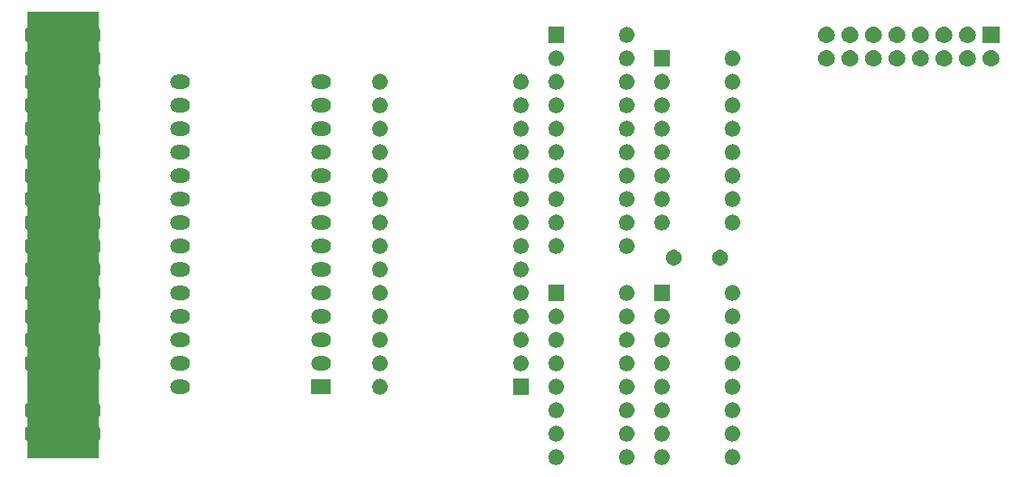
<source format=gbs>
G04 #@! TF.GenerationSoftware,KiCad,Pcbnew,(5.1.2-1)-1*
G04 #@! TF.CreationDate,2023-07-30T19:28:41+02:00*
G04 #@! TF.ProjectId,devcart32k,64657663-6172-4743-9332-6b2e6b696361,rev?*
G04 #@! TF.SameCoordinates,Original*
G04 #@! TF.FileFunction,Soldermask,Bot*
G04 #@! TF.FilePolarity,Negative*
%FSLAX46Y46*%
G04 Gerber Fmt 4.6, Leading zero omitted, Abs format (unit mm)*
G04 Created by KiCad (PCBNEW (5.1.2-1)-1) date 2023-07-30 19:28:41*
%MOMM*%
%LPD*%
G04 APERTURE LIST*
%ADD10C,0.100000*%
%ADD11C,0.150000*%
G04 APERTURE END LIST*
D10*
G36*
X52070000Y-74930000D02*
G01*
X52070000Y-123190000D01*
X59690000Y-123190000D01*
X59690000Y-74930000D01*
X52070000Y-74930000D01*
G37*
X52070000Y-74930000D02*
X52070000Y-123190000D01*
X59690000Y-123190000D01*
X59690000Y-74930000D01*
X52070000Y-74930000D01*
D11*
G36*
X128436823Y-122351313D02*
G01*
X128597242Y-122399976D01*
X128729906Y-122470886D01*
X128745078Y-122478996D01*
X128874659Y-122585341D01*
X128981004Y-122714922D01*
X128981005Y-122714924D01*
X129060024Y-122862758D01*
X129108687Y-123023177D01*
X129125117Y-123190000D01*
X129108687Y-123356823D01*
X129060024Y-123517242D01*
X128989114Y-123649906D01*
X128981004Y-123665078D01*
X128874659Y-123794659D01*
X128745078Y-123901004D01*
X128745076Y-123901005D01*
X128597242Y-123980024D01*
X128436823Y-124028687D01*
X128311804Y-124041000D01*
X128228196Y-124041000D01*
X128103177Y-124028687D01*
X127942758Y-123980024D01*
X127794924Y-123901005D01*
X127794922Y-123901004D01*
X127665341Y-123794659D01*
X127558996Y-123665078D01*
X127550886Y-123649906D01*
X127479976Y-123517242D01*
X127431313Y-123356823D01*
X127414883Y-123190000D01*
X127431313Y-123023177D01*
X127479976Y-122862758D01*
X127558995Y-122714924D01*
X127558996Y-122714922D01*
X127665341Y-122585341D01*
X127794922Y-122478996D01*
X127810094Y-122470886D01*
X127942758Y-122399976D01*
X128103177Y-122351313D01*
X128228196Y-122339000D01*
X128311804Y-122339000D01*
X128436823Y-122351313D01*
X128436823Y-122351313D01*
G37*
G36*
X120816823Y-122351313D02*
G01*
X120977242Y-122399976D01*
X121109906Y-122470886D01*
X121125078Y-122478996D01*
X121254659Y-122585341D01*
X121361004Y-122714922D01*
X121361005Y-122714924D01*
X121440024Y-122862758D01*
X121488687Y-123023177D01*
X121505117Y-123190000D01*
X121488687Y-123356823D01*
X121440024Y-123517242D01*
X121369114Y-123649906D01*
X121361004Y-123665078D01*
X121254659Y-123794659D01*
X121125078Y-123901004D01*
X121125076Y-123901005D01*
X120977242Y-123980024D01*
X120816823Y-124028687D01*
X120691804Y-124041000D01*
X120608196Y-124041000D01*
X120483177Y-124028687D01*
X120322758Y-123980024D01*
X120174924Y-123901005D01*
X120174922Y-123901004D01*
X120045341Y-123794659D01*
X119938996Y-123665078D01*
X119930886Y-123649906D01*
X119859976Y-123517242D01*
X119811313Y-123356823D01*
X119794883Y-123190000D01*
X119811313Y-123023177D01*
X119859976Y-122862758D01*
X119938995Y-122714924D01*
X119938996Y-122714922D01*
X120045341Y-122585341D01*
X120174922Y-122478996D01*
X120190094Y-122470886D01*
X120322758Y-122399976D01*
X120483177Y-122351313D01*
X120608196Y-122339000D01*
X120691804Y-122339000D01*
X120816823Y-122351313D01*
X120816823Y-122351313D01*
G37*
G36*
X117006823Y-122351313D02*
G01*
X117167242Y-122399976D01*
X117299906Y-122470886D01*
X117315078Y-122478996D01*
X117444659Y-122585341D01*
X117551004Y-122714922D01*
X117551005Y-122714924D01*
X117630024Y-122862758D01*
X117678687Y-123023177D01*
X117695117Y-123190000D01*
X117678687Y-123356823D01*
X117630024Y-123517242D01*
X117559114Y-123649906D01*
X117551004Y-123665078D01*
X117444659Y-123794659D01*
X117315078Y-123901004D01*
X117315076Y-123901005D01*
X117167242Y-123980024D01*
X117006823Y-124028687D01*
X116881804Y-124041000D01*
X116798196Y-124041000D01*
X116673177Y-124028687D01*
X116512758Y-123980024D01*
X116364924Y-123901005D01*
X116364922Y-123901004D01*
X116235341Y-123794659D01*
X116128996Y-123665078D01*
X116120886Y-123649906D01*
X116049976Y-123517242D01*
X116001313Y-123356823D01*
X115984883Y-123190000D01*
X116001313Y-123023177D01*
X116049976Y-122862758D01*
X116128995Y-122714924D01*
X116128996Y-122714922D01*
X116235341Y-122585341D01*
X116364922Y-122478996D01*
X116380094Y-122470886D01*
X116512758Y-122399976D01*
X116673177Y-122351313D01*
X116798196Y-122339000D01*
X116881804Y-122339000D01*
X117006823Y-122351313D01*
X117006823Y-122351313D01*
G37*
G36*
X109386823Y-122351313D02*
G01*
X109547242Y-122399976D01*
X109679906Y-122470886D01*
X109695078Y-122478996D01*
X109824659Y-122585341D01*
X109931004Y-122714922D01*
X109931005Y-122714924D01*
X110010024Y-122862758D01*
X110058687Y-123023177D01*
X110075117Y-123190000D01*
X110058687Y-123356823D01*
X110010024Y-123517242D01*
X109939114Y-123649906D01*
X109931004Y-123665078D01*
X109824659Y-123794659D01*
X109695078Y-123901004D01*
X109695076Y-123901005D01*
X109547242Y-123980024D01*
X109386823Y-124028687D01*
X109261804Y-124041000D01*
X109178196Y-124041000D01*
X109053177Y-124028687D01*
X108892758Y-123980024D01*
X108744924Y-123901005D01*
X108744922Y-123901004D01*
X108615341Y-123794659D01*
X108508996Y-123665078D01*
X108500886Y-123649906D01*
X108429976Y-123517242D01*
X108381313Y-123356823D01*
X108364883Y-123190000D01*
X108381313Y-123023177D01*
X108429976Y-122862758D01*
X108508995Y-122714924D01*
X108508996Y-122714922D01*
X108615341Y-122585341D01*
X108744922Y-122478996D01*
X108760094Y-122470886D01*
X108892758Y-122399976D01*
X109053177Y-122351313D01*
X109178196Y-122339000D01*
X109261804Y-122339000D01*
X109386823Y-122351313D01*
X109386823Y-122351313D01*
G37*
G36*
X128436823Y-119811313D02*
G01*
X128597242Y-119859976D01*
X128682426Y-119905508D01*
X128745078Y-119938996D01*
X128874659Y-120045341D01*
X128981004Y-120174922D01*
X128981005Y-120174924D01*
X129060024Y-120322758D01*
X129108687Y-120483177D01*
X129125117Y-120650000D01*
X129108687Y-120816823D01*
X129060024Y-120977242D01*
X128989114Y-121109906D01*
X128981004Y-121125078D01*
X128874659Y-121254659D01*
X128745078Y-121361004D01*
X128745076Y-121361005D01*
X128597242Y-121440024D01*
X128436823Y-121488687D01*
X128311804Y-121501000D01*
X128228196Y-121501000D01*
X128103177Y-121488687D01*
X127942758Y-121440024D01*
X127794924Y-121361005D01*
X127794922Y-121361004D01*
X127665341Y-121254659D01*
X127558996Y-121125078D01*
X127550886Y-121109906D01*
X127479976Y-120977242D01*
X127431313Y-120816823D01*
X127414883Y-120650000D01*
X127431313Y-120483177D01*
X127479976Y-120322758D01*
X127558995Y-120174924D01*
X127558996Y-120174922D01*
X127665341Y-120045341D01*
X127794922Y-119938996D01*
X127857574Y-119905508D01*
X127942758Y-119859976D01*
X128103177Y-119811313D01*
X128228196Y-119799000D01*
X128311804Y-119799000D01*
X128436823Y-119811313D01*
X128436823Y-119811313D01*
G37*
G36*
X120816823Y-119811313D02*
G01*
X120977242Y-119859976D01*
X121062426Y-119905508D01*
X121125078Y-119938996D01*
X121254659Y-120045341D01*
X121361004Y-120174922D01*
X121361005Y-120174924D01*
X121440024Y-120322758D01*
X121488687Y-120483177D01*
X121505117Y-120650000D01*
X121488687Y-120816823D01*
X121440024Y-120977242D01*
X121369114Y-121109906D01*
X121361004Y-121125078D01*
X121254659Y-121254659D01*
X121125078Y-121361004D01*
X121125076Y-121361005D01*
X120977242Y-121440024D01*
X120816823Y-121488687D01*
X120691804Y-121501000D01*
X120608196Y-121501000D01*
X120483177Y-121488687D01*
X120322758Y-121440024D01*
X120174924Y-121361005D01*
X120174922Y-121361004D01*
X120045341Y-121254659D01*
X119938996Y-121125078D01*
X119930886Y-121109906D01*
X119859976Y-120977242D01*
X119811313Y-120816823D01*
X119794883Y-120650000D01*
X119811313Y-120483177D01*
X119859976Y-120322758D01*
X119938995Y-120174924D01*
X119938996Y-120174922D01*
X120045341Y-120045341D01*
X120174922Y-119938996D01*
X120237574Y-119905508D01*
X120322758Y-119859976D01*
X120483177Y-119811313D01*
X120608196Y-119799000D01*
X120691804Y-119799000D01*
X120816823Y-119811313D01*
X120816823Y-119811313D01*
G37*
G36*
X117006823Y-119811313D02*
G01*
X117167242Y-119859976D01*
X117252426Y-119905508D01*
X117315078Y-119938996D01*
X117444659Y-120045341D01*
X117551004Y-120174922D01*
X117551005Y-120174924D01*
X117630024Y-120322758D01*
X117678687Y-120483177D01*
X117695117Y-120650000D01*
X117678687Y-120816823D01*
X117630024Y-120977242D01*
X117559114Y-121109906D01*
X117551004Y-121125078D01*
X117444659Y-121254659D01*
X117315078Y-121361004D01*
X117315076Y-121361005D01*
X117167242Y-121440024D01*
X117006823Y-121488687D01*
X116881804Y-121501000D01*
X116798196Y-121501000D01*
X116673177Y-121488687D01*
X116512758Y-121440024D01*
X116364924Y-121361005D01*
X116364922Y-121361004D01*
X116235341Y-121254659D01*
X116128996Y-121125078D01*
X116120886Y-121109906D01*
X116049976Y-120977242D01*
X116001313Y-120816823D01*
X115984883Y-120650000D01*
X116001313Y-120483177D01*
X116049976Y-120322758D01*
X116128995Y-120174924D01*
X116128996Y-120174922D01*
X116235341Y-120045341D01*
X116364922Y-119938996D01*
X116427574Y-119905508D01*
X116512758Y-119859976D01*
X116673177Y-119811313D01*
X116798196Y-119799000D01*
X116881804Y-119799000D01*
X117006823Y-119811313D01*
X117006823Y-119811313D01*
G37*
G36*
X109386823Y-119811313D02*
G01*
X109547242Y-119859976D01*
X109632426Y-119905508D01*
X109695078Y-119938996D01*
X109824659Y-120045341D01*
X109931004Y-120174922D01*
X109931005Y-120174924D01*
X110010024Y-120322758D01*
X110058687Y-120483177D01*
X110075117Y-120650000D01*
X110058687Y-120816823D01*
X110010024Y-120977242D01*
X109939114Y-121109906D01*
X109931004Y-121125078D01*
X109824659Y-121254659D01*
X109695078Y-121361004D01*
X109695076Y-121361005D01*
X109547242Y-121440024D01*
X109386823Y-121488687D01*
X109261804Y-121501000D01*
X109178196Y-121501000D01*
X109053177Y-121488687D01*
X108892758Y-121440024D01*
X108744924Y-121361005D01*
X108744922Y-121361004D01*
X108615341Y-121254659D01*
X108508996Y-121125078D01*
X108500886Y-121109906D01*
X108429976Y-120977242D01*
X108381313Y-120816823D01*
X108364883Y-120650000D01*
X108381313Y-120483177D01*
X108429976Y-120322758D01*
X108508995Y-120174924D01*
X108508996Y-120174922D01*
X108615341Y-120045341D01*
X108744922Y-119938996D01*
X108807574Y-119905508D01*
X108892758Y-119859976D01*
X109053177Y-119811313D01*
X109178196Y-119799000D01*
X109261804Y-119799000D01*
X109386823Y-119811313D01*
X109386823Y-119811313D01*
G37*
G36*
X59653993Y-119844203D02*
G01*
X59718411Y-119863744D01*
X59777781Y-119895478D01*
X59829817Y-119938183D01*
X59872522Y-119990219D01*
X59904256Y-120049589D01*
X59923797Y-120114007D01*
X59931000Y-120187140D01*
X59931000Y-121112860D01*
X59923797Y-121185993D01*
X59904256Y-121250411D01*
X59872522Y-121309781D01*
X59829817Y-121361817D01*
X59777781Y-121404522D01*
X59718411Y-121436256D01*
X59653993Y-121455797D01*
X59580860Y-121463000D01*
X52179140Y-121463000D01*
X52106007Y-121455797D01*
X52041589Y-121436256D01*
X51982219Y-121404522D01*
X51930183Y-121361817D01*
X51887478Y-121309781D01*
X51855744Y-121250411D01*
X51836203Y-121185993D01*
X51829000Y-121112860D01*
X51829000Y-120187140D01*
X51836203Y-120114007D01*
X51855744Y-120049589D01*
X51887478Y-119990219D01*
X51930183Y-119938183D01*
X51982219Y-119895478D01*
X52041589Y-119863744D01*
X52106007Y-119844203D01*
X52179140Y-119837000D01*
X59580860Y-119837000D01*
X59653993Y-119844203D01*
X59653993Y-119844203D01*
G37*
G36*
X128436823Y-117271313D02*
G01*
X128597242Y-117319976D01*
X128682426Y-117365508D01*
X128745078Y-117398996D01*
X128874659Y-117505341D01*
X128981004Y-117634922D01*
X128981005Y-117634924D01*
X129060024Y-117782758D01*
X129108687Y-117943177D01*
X129125117Y-118110000D01*
X129108687Y-118276823D01*
X129060024Y-118437242D01*
X128989114Y-118569906D01*
X128981004Y-118585078D01*
X128874659Y-118714659D01*
X128745078Y-118821004D01*
X128745076Y-118821005D01*
X128597242Y-118900024D01*
X128436823Y-118948687D01*
X128311804Y-118961000D01*
X128228196Y-118961000D01*
X128103177Y-118948687D01*
X127942758Y-118900024D01*
X127794924Y-118821005D01*
X127794922Y-118821004D01*
X127665341Y-118714659D01*
X127558996Y-118585078D01*
X127550886Y-118569906D01*
X127479976Y-118437242D01*
X127431313Y-118276823D01*
X127414883Y-118110000D01*
X127431313Y-117943177D01*
X127479976Y-117782758D01*
X127558995Y-117634924D01*
X127558996Y-117634922D01*
X127665341Y-117505341D01*
X127794922Y-117398996D01*
X127857574Y-117365508D01*
X127942758Y-117319976D01*
X128103177Y-117271313D01*
X128228196Y-117259000D01*
X128311804Y-117259000D01*
X128436823Y-117271313D01*
X128436823Y-117271313D01*
G37*
G36*
X120816823Y-117271313D02*
G01*
X120977242Y-117319976D01*
X121062426Y-117365508D01*
X121125078Y-117398996D01*
X121254659Y-117505341D01*
X121361004Y-117634922D01*
X121361005Y-117634924D01*
X121440024Y-117782758D01*
X121488687Y-117943177D01*
X121505117Y-118110000D01*
X121488687Y-118276823D01*
X121440024Y-118437242D01*
X121369114Y-118569906D01*
X121361004Y-118585078D01*
X121254659Y-118714659D01*
X121125078Y-118821004D01*
X121125076Y-118821005D01*
X120977242Y-118900024D01*
X120816823Y-118948687D01*
X120691804Y-118961000D01*
X120608196Y-118961000D01*
X120483177Y-118948687D01*
X120322758Y-118900024D01*
X120174924Y-118821005D01*
X120174922Y-118821004D01*
X120045341Y-118714659D01*
X119938996Y-118585078D01*
X119930886Y-118569906D01*
X119859976Y-118437242D01*
X119811313Y-118276823D01*
X119794883Y-118110000D01*
X119811313Y-117943177D01*
X119859976Y-117782758D01*
X119938995Y-117634924D01*
X119938996Y-117634922D01*
X120045341Y-117505341D01*
X120174922Y-117398996D01*
X120237574Y-117365508D01*
X120322758Y-117319976D01*
X120483177Y-117271313D01*
X120608196Y-117259000D01*
X120691804Y-117259000D01*
X120816823Y-117271313D01*
X120816823Y-117271313D01*
G37*
G36*
X117006823Y-117271313D02*
G01*
X117167242Y-117319976D01*
X117252426Y-117365508D01*
X117315078Y-117398996D01*
X117444659Y-117505341D01*
X117551004Y-117634922D01*
X117551005Y-117634924D01*
X117630024Y-117782758D01*
X117678687Y-117943177D01*
X117695117Y-118110000D01*
X117678687Y-118276823D01*
X117630024Y-118437242D01*
X117559114Y-118569906D01*
X117551004Y-118585078D01*
X117444659Y-118714659D01*
X117315078Y-118821004D01*
X117315076Y-118821005D01*
X117167242Y-118900024D01*
X117006823Y-118948687D01*
X116881804Y-118961000D01*
X116798196Y-118961000D01*
X116673177Y-118948687D01*
X116512758Y-118900024D01*
X116364924Y-118821005D01*
X116364922Y-118821004D01*
X116235341Y-118714659D01*
X116128996Y-118585078D01*
X116120886Y-118569906D01*
X116049976Y-118437242D01*
X116001313Y-118276823D01*
X115984883Y-118110000D01*
X116001313Y-117943177D01*
X116049976Y-117782758D01*
X116128995Y-117634924D01*
X116128996Y-117634922D01*
X116235341Y-117505341D01*
X116364922Y-117398996D01*
X116427574Y-117365508D01*
X116512758Y-117319976D01*
X116673177Y-117271313D01*
X116798196Y-117259000D01*
X116881804Y-117259000D01*
X117006823Y-117271313D01*
X117006823Y-117271313D01*
G37*
G36*
X109386823Y-117271313D02*
G01*
X109547242Y-117319976D01*
X109632426Y-117365508D01*
X109695078Y-117398996D01*
X109824659Y-117505341D01*
X109931004Y-117634922D01*
X109931005Y-117634924D01*
X110010024Y-117782758D01*
X110058687Y-117943177D01*
X110075117Y-118110000D01*
X110058687Y-118276823D01*
X110010024Y-118437242D01*
X109939114Y-118569906D01*
X109931004Y-118585078D01*
X109824659Y-118714659D01*
X109695078Y-118821004D01*
X109695076Y-118821005D01*
X109547242Y-118900024D01*
X109386823Y-118948687D01*
X109261804Y-118961000D01*
X109178196Y-118961000D01*
X109053177Y-118948687D01*
X108892758Y-118900024D01*
X108744924Y-118821005D01*
X108744922Y-118821004D01*
X108615341Y-118714659D01*
X108508996Y-118585078D01*
X108500886Y-118569906D01*
X108429976Y-118437242D01*
X108381313Y-118276823D01*
X108364883Y-118110000D01*
X108381313Y-117943177D01*
X108429976Y-117782758D01*
X108508995Y-117634924D01*
X108508996Y-117634922D01*
X108615341Y-117505341D01*
X108744922Y-117398996D01*
X108807574Y-117365508D01*
X108892758Y-117319976D01*
X109053177Y-117271313D01*
X109178196Y-117259000D01*
X109261804Y-117259000D01*
X109386823Y-117271313D01*
X109386823Y-117271313D01*
G37*
G36*
X59653993Y-117304203D02*
G01*
X59718411Y-117323744D01*
X59777781Y-117355478D01*
X59829817Y-117398183D01*
X59872522Y-117450219D01*
X59904256Y-117509589D01*
X59923797Y-117574007D01*
X59931000Y-117647140D01*
X59931000Y-118572860D01*
X59923797Y-118645993D01*
X59904256Y-118710411D01*
X59872522Y-118769781D01*
X59829817Y-118821817D01*
X59777781Y-118864522D01*
X59718411Y-118896256D01*
X59653993Y-118915797D01*
X59580860Y-118923000D01*
X52179140Y-118923000D01*
X52106007Y-118915797D01*
X52041589Y-118896256D01*
X51982219Y-118864522D01*
X51930183Y-118821817D01*
X51887478Y-118769781D01*
X51855744Y-118710411D01*
X51836203Y-118645993D01*
X51829000Y-118572860D01*
X51829000Y-117647140D01*
X51836203Y-117574007D01*
X51855744Y-117509589D01*
X51887478Y-117450219D01*
X51930183Y-117398183D01*
X51982219Y-117355478D01*
X52041589Y-117323744D01*
X52106007Y-117304203D01*
X52179140Y-117297000D01*
X59580860Y-117297000D01*
X59653993Y-117304203D01*
X59653993Y-117304203D01*
G37*
G36*
X106261000Y-116421000D02*
G01*
X104559000Y-116421000D01*
X104559000Y-114719000D01*
X106261000Y-114719000D01*
X106261000Y-116421000D01*
X106261000Y-116421000D01*
G37*
G36*
X90336823Y-114731313D02*
G01*
X90497242Y-114779976D01*
X90629906Y-114850886D01*
X90645078Y-114858996D01*
X90774659Y-114965341D01*
X90881004Y-115094922D01*
X90881005Y-115094924D01*
X90960024Y-115242758D01*
X91008687Y-115403177D01*
X91025117Y-115570000D01*
X91008687Y-115736823D01*
X90960024Y-115897242D01*
X90904876Y-116000416D01*
X90881004Y-116045078D01*
X90774659Y-116174659D01*
X90645078Y-116281004D01*
X90645076Y-116281005D01*
X90497242Y-116360024D01*
X90336823Y-116408687D01*
X90211804Y-116421000D01*
X90128196Y-116421000D01*
X90003177Y-116408687D01*
X89842758Y-116360024D01*
X89694924Y-116281005D01*
X89694922Y-116281004D01*
X89565341Y-116174659D01*
X89458996Y-116045078D01*
X89435124Y-116000416D01*
X89379976Y-115897242D01*
X89331313Y-115736823D01*
X89314883Y-115570000D01*
X89331313Y-115403177D01*
X89379976Y-115242758D01*
X89458995Y-115094924D01*
X89458996Y-115094922D01*
X89565341Y-114965341D01*
X89694922Y-114858996D01*
X89710094Y-114850886D01*
X89842758Y-114779976D01*
X90003177Y-114731313D01*
X90128196Y-114719000D01*
X90211804Y-114719000D01*
X90336823Y-114731313D01*
X90336823Y-114731313D01*
G37*
G36*
X128436823Y-114731313D02*
G01*
X128597242Y-114779976D01*
X128729906Y-114850886D01*
X128745078Y-114858996D01*
X128874659Y-114965341D01*
X128981004Y-115094922D01*
X128981005Y-115094924D01*
X129060024Y-115242758D01*
X129108687Y-115403177D01*
X129125117Y-115570000D01*
X129108687Y-115736823D01*
X129060024Y-115897242D01*
X129004876Y-116000416D01*
X128981004Y-116045078D01*
X128874659Y-116174659D01*
X128745078Y-116281004D01*
X128745076Y-116281005D01*
X128597242Y-116360024D01*
X128436823Y-116408687D01*
X128311804Y-116421000D01*
X128228196Y-116421000D01*
X128103177Y-116408687D01*
X127942758Y-116360024D01*
X127794924Y-116281005D01*
X127794922Y-116281004D01*
X127665341Y-116174659D01*
X127558996Y-116045078D01*
X127535124Y-116000416D01*
X127479976Y-115897242D01*
X127431313Y-115736823D01*
X127414883Y-115570000D01*
X127431313Y-115403177D01*
X127479976Y-115242758D01*
X127558995Y-115094924D01*
X127558996Y-115094922D01*
X127665341Y-114965341D01*
X127794922Y-114858996D01*
X127810094Y-114850886D01*
X127942758Y-114779976D01*
X128103177Y-114731313D01*
X128228196Y-114719000D01*
X128311804Y-114719000D01*
X128436823Y-114731313D01*
X128436823Y-114731313D01*
G37*
G36*
X120816823Y-114731313D02*
G01*
X120977242Y-114779976D01*
X121109906Y-114850886D01*
X121125078Y-114858996D01*
X121254659Y-114965341D01*
X121361004Y-115094922D01*
X121361005Y-115094924D01*
X121440024Y-115242758D01*
X121488687Y-115403177D01*
X121505117Y-115570000D01*
X121488687Y-115736823D01*
X121440024Y-115897242D01*
X121384876Y-116000416D01*
X121361004Y-116045078D01*
X121254659Y-116174659D01*
X121125078Y-116281004D01*
X121125076Y-116281005D01*
X120977242Y-116360024D01*
X120816823Y-116408687D01*
X120691804Y-116421000D01*
X120608196Y-116421000D01*
X120483177Y-116408687D01*
X120322758Y-116360024D01*
X120174924Y-116281005D01*
X120174922Y-116281004D01*
X120045341Y-116174659D01*
X119938996Y-116045078D01*
X119915124Y-116000416D01*
X119859976Y-115897242D01*
X119811313Y-115736823D01*
X119794883Y-115570000D01*
X119811313Y-115403177D01*
X119859976Y-115242758D01*
X119938995Y-115094924D01*
X119938996Y-115094922D01*
X120045341Y-114965341D01*
X120174922Y-114858996D01*
X120190094Y-114850886D01*
X120322758Y-114779976D01*
X120483177Y-114731313D01*
X120608196Y-114719000D01*
X120691804Y-114719000D01*
X120816823Y-114731313D01*
X120816823Y-114731313D01*
G37*
G36*
X117006823Y-114731313D02*
G01*
X117167242Y-114779976D01*
X117299906Y-114850886D01*
X117315078Y-114858996D01*
X117444659Y-114965341D01*
X117551004Y-115094922D01*
X117551005Y-115094924D01*
X117630024Y-115242758D01*
X117678687Y-115403177D01*
X117695117Y-115570000D01*
X117678687Y-115736823D01*
X117630024Y-115897242D01*
X117574876Y-116000416D01*
X117551004Y-116045078D01*
X117444659Y-116174659D01*
X117315078Y-116281004D01*
X117315076Y-116281005D01*
X117167242Y-116360024D01*
X117006823Y-116408687D01*
X116881804Y-116421000D01*
X116798196Y-116421000D01*
X116673177Y-116408687D01*
X116512758Y-116360024D01*
X116364924Y-116281005D01*
X116364922Y-116281004D01*
X116235341Y-116174659D01*
X116128996Y-116045078D01*
X116105124Y-116000416D01*
X116049976Y-115897242D01*
X116001313Y-115736823D01*
X115984883Y-115570000D01*
X116001313Y-115403177D01*
X116049976Y-115242758D01*
X116128995Y-115094924D01*
X116128996Y-115094922D01*
X116235341Y-114965341D01*
X116364922Y-114858996D01*
X116380094Y-114850886D01*
X116512758Y-114779976D01*
X116673177Y-114731313D01*
X116798196Y-114719000D01*
X116881804Y-114719000D01*
X117006823Y-114731313D01*
X117006823Y-114731313D01*
G37*
G36*
X109386823Y-114731313D02*
G01*
X109547242Y-114779976D01*
X109679906Y-114850886D01*
X109695078Y-114858996D01*
X109824659Y-114965341D01*
X109931004Y-115094922D01*
X109931005Y-115094924D01*
X110010024Y-115242758D01*
X110058687Y-115403177D01*
X110075117Y-115570000D01*
X110058687Y-115736823D01*
X110010024Y-115897242D01*
X109954876Y-116000416D01*
X109931004Y-116045078D01*
X109824659Y-116174659D01*
X109695078Y-116281004D01*
X109695076Y-116281005D01*
X109547242Y-116360024D01*
X109386823Y-116408687D01*
X109261804Y-116421000D01*
X109178196Y-116421000D01*
X109053177Y-116408687D01*
X108892758Y-116360024D01*
X108744924Y-116281005D01*
X108744922Y-116281004D01*
X108615341Y-116174659D01*
X108508996Y-116045078D01*
X108485124Y-116000416D01*
X108429976Y-115897242D01*
X108381313Y-115736823D01*
X108364883Y-115570000D01*
X108381313Y-115403177D01*
X108429976Y-115242758D01*
X108508995Y-115094924D01*
X108508996Y-115094922D01*
X108615341Y-114965341D01*
X108744922Y-114858996D01*
X108760094Y-114850886D01*
X108892758Y-114779976D01*
X109053177Y-114731313D01*
X109178196Y-114719000D01*
X109261804Y-114719000D01*
X109386823Y-114731313D01*
X109386823Y-114731313D01*
G37*
G36*
X84871000Y-116341000D02*
G01*
X82769000Y-116341000D01*
X82769000Y-114799000D01*
X84871000Y-114799000D01*
X84871000Y-116341000D01*
X84871000Y-116341000D01*
G37*
G36*
X68935629Y-114802719D02*
G01*
X69011142Y-114810156D01*
X69156476Y-114854243D01*
X69156479Y-114854244D01*
X69290416Y-114925835D01*
X69407817Y-115022183D01*
X69504165Y-115139584D01*
X69575756Y-115273521D01*
X69575757Y-115273524D01*
X69619844Y-115418858D01*
X69634730Y-115570000D01*
X69619844Y-115721142D01*
X69575757Y-115866476D01*
X69575756Y-115866479D01*
X69504165Y-116000416D01*
X69407817Y-116117817D01*
X69290416Y-116214165D01*
X69156479Y-116285756D01*
X69156476Y-116285757D01*
X69011142Y-116329844D01*
X68935629Y-116337281D01*
X68897873Y-116341000D01*
X68262127Y-116341000D01*
X68224371Y-116337281D01*
X68148858Y-116329844D01*
X68003524Y-116285757D01*
X68003521Y-116285756D01*
X67869584Y-116214165D01*
X67752183Y-116117817D01*
X67655835Y-116000416D01*
X67584244Y-115866479D01*
X67584243Y-115866476D01*
X67540156Y-115721142D01*
X67525270Y-115570000D01*
X67540156Y-115418858D01*
X67584243Y-115273524D01*
X67584244Y-115273521D01*
X67655835Y-115139584D01*
X67752183Y-115022183D01*
X67869584Y-114925835D01*
X68003521Y-114854244D01*
X68003524Y-114854243D01*
X68148858Y-114810156D01*
X68224371Y-114802719D01*
X68262127Y-114799000D01*
X68897873Y-114799000D01*
X68935629Y-114802719D01*
X68935629Y-114802719D01*
G37*
G36*
X105576823Y-112191313D02*
G01*
X105737242Y-112239976D01*
X105822426Y-112285508D01*
X105885078Y-112318996D01*
X106014659Y-112425341D01*
X106121004Y-112554922D01*
X106121005Y-112554924D01*
X106200024Y-112702758D01*
X106248687Y-112863177D01*
X106265117Y-113030000D01*
X106248687Y-113196823D01*
X106200024Y-113357242D01*
X106144876Y-113460416D01*
X106121004Y-113505078D01*
X106014659Y-113634659D01*
X105885078Y-113741004D01*
X105885076Y-113741005D01*
X105737242Y-113820024D01*
X105576823Y-113868687D01*
X105451804Y-113881000D01*
X105368196Y-113881000D01*
X105243177Y-113868687D01*
X105082758Y-113820024D01*
X104934924Y-113741005D01*
X104934922Y-113741004D01*
X104805341Y-113634659D01*
X104698996Y-113505078D01*
X104675124Y-113460416D01*
X104619976Y-113357242D01*
X104571313Y-113196823D01*
X104554883Y-113030000D01*
X104571313Y-112863177D01*
X104619976Y-112702758D01*
X104698995Y-112554924D01*
X104698996Y-112554922D01*
X104805341Y-112425341D01*
X104934922Y-112318996D01*
X104997574Y-112285508D01*
X105082758Y-112239976D01*
X105243177Y-112191313D01*
X105368196Y-112179000D01*
X105451804Y-112179000D01*
X105576823Y-112191313D01*
X105576823Y-112191313D01*
G37*
G36*
X90336823Y-112191313D02*
G01*
X90497242Y-112239976D01*
X90582426Y-112285508D01*
X90645078Y-112318996D01*
X90774659Y-112425341D01*
X90881004Y-112554922D01*
X90881005Y-112554924D01*
X90960024Y-112702758D01*
X91008687Y-112863177D01*
X91025117Y-113030000D01*
X91008687Y-113196823D01*
X90960024Y-113357242D01*
X90904876Y-113460416D01*
X90881004Y-113505078D01*
X90774659Y-113634659D01*
X90645078Y-113741004D01*
X90645076Y-113741005D01*
X90497242Y-113820024D01*
X90336823Y-113868687D01*
X90211804Y-113881000D01*
X90128196Y-113881000D01*
X90003177Y-113868687D01*
X89842758Y-113820024D01*
X89694924Y-113741005D01*
X89694922Y-113741004D01*
X89565341Y-113634659D01*
X89458996Y-113505078D01*
X89435124Y-113460416D01*
X89379976Y-113357242D01*
X89331313Y-113196823D01*
X89314883Y-113030000D01*
X89331313Y-112863177D01*
X89379976Y-112702758D01*
X89458995Y-112554924D01*
X89458996Y-112554922D01*
X89565341Y-112425341D01*
X89694922Y-112318996D01*
X89757574Y-112285508D01*
X89842758Y-112239976D01*
X90003177Y-112191313D01*
X90128196Y-112179000D01*
X90211804Y-112179000D01*
X90336823Y-112191313D01*
X90336823Y-112191313D01*
G37*
G36*
X120816823Y-112191313D02*
G01*
X120977242Y-112239976D01*
X121062426Y-112285508D01*
X121125078Y-112318996D01*
X121254659Y-112425341D01*
X121361004Y-112554922D01*
X121361005Y-112554924D01*
X121440024Y-112702758D01*
X121488687Y-112863177D01*
X121505117Y-113030000D01*
X121488687Y-113196823D01*
X121440024Y-113357242D01*
X121384876Y-113460416D01*
X121361004Y-113505078D01*
X121254659Y-113634659D01*
X121125078Y-113741004D01*
X121125076Y-113741005D01*
X120977242Y-113820024D01*
X120816823Y-113868687D01*
X120691804Y-113881000D01*
X120608196Y-113881000D01*
X120483177Y-113868687D01*
X120322758Y-113820024D01*
X120174924Y-113741005D01*
X120174922Y-113741004D01*
X120045341Y-113634659D01*
X119938996Y-113505078D01*
X119915124Y-113460416D01*
X119859976Y-113357242D01*
X119811313Y-113196823D01*
X119794883Y-113030000D01*
X119811313Y-112863177D01*
X119859976Y-112702758D01*
X119938995Y-112554924D01*
X119938996Y-112554922D01*
X120045341Y-112425341D01*
X120174922Y-112318996D01*
X120237574Y-112285508D01*
X120322758Y-112239976D01*
X120483177Y-112191313D01*
X120608196Y-112179000D01*
X120691804Y-112179000D01*
X120816823Y-112191313D01*
X120816823Y-112191313D01*
G37*
G36*
X128436823Y-112191313D02*
G01*
X128597242Y-112239976D01*
X128682426Y-112285508D01*
X128745078Y-112318996D01*
X128874659Y-112425341D01*
X128981004Y-112554922D01*
X128981005Y-112554924D01*
X129060024Y-112702758D01*
X129108687Y-112863177D01*
X129125117Y-113030000D01*
X129108687Y-113196823D01*
X129060024Y-113357242D01*
X129004876Y-113460416D01*
X128981004Y-113505078D01*
X128874659Y-113634659D01*
X128745078Y-113741004D01*
X128745076Y-113741005D01*
X128597242Y-113820024D01*
X128436823Y-113868687D01*
X128311804Y-113881000D01*
X128228196Y-113881000D01*
X128103177Y-113868687D01*
X127942758Y-113820024D01*
X127794924Y-113741005D01*
X127794922Y-113741004D01*
X127665341Y-113634659D01*
X127558996Y-113505078D01*
X127535124Y-113460416D01*
X127479976Y-113357242D01*
X127431313Y-113196823D01*
X127414883Y-113030000D01*
X127431313Y-112863177D01*
X127479976Y-112702758D01*
X127558995Y-112554924D01*
X127558996Y-112554922D01*
X127665341Y-112425341D01*
X127794922Y-112318996D01*
X127857574Y-112285508D01*
X127942758Y-112239976D01*
X128103177Y-112191313D01*
X128228196Y-112179000D01*
X128311804Y-112179000D01*
X128436823Y-112191313D01*
X128436823Y-112191313D01*
G37*
G36*
X109386823Y-112191313D02*
G01*
X109547242Y-112239976D01*
X109632426Y-112285508D01*
X109695078Y-112318996D01*
X109824659Y-112425341D01*
X109931004Y-112554922D01*
X109931005Y-112554924D01*
X110010024Y-112702758D01*
X110058687Y-112863177D01*
X110075117Y-113030000D01*
X110058687Y-113196823D01*
X110010024Y-113357242D01*
X109954876Y-113460416D01*
X109931004Y-113505078D01*
X109824659Y-113634659D01*
X109695078Y-113741004D01*
X109695076Y-113741005D01*
X109547242Y-113820024D01*
X109386823Y-113868687D01*
X109261804Y-113881000D01*
X109178196Y-113881000D01*
X109053177Y-113868687D01*
X108892758Y-113820024D01*
X108744924Y-113741005D01*
X108744922Y-113741004D01*
X108615341Y-113634659D01*
X108508996Y-113505078D01*
X108485124Y-113460416D01*
X108429976Y-113357242D01*
X108381313Y-113196823D01*
X108364883Y-113030000D01*
X108381313Y-112863177D01*
X108429976Y-112702758D01*
X108508995Y-112554924D01*
X108508996Y-112554922D01*
X108615341Y-112425341D01*
X108744922Y-112318996D01*
X108807574Y-112285508D01*
X108892758Y-112239976D01*
X109053177Y-112191313D01*
X109178196Y-112179000D01*
X109261804Y-112179000D01*
X109386823Y-112191313D01*
X109386823Y-112191313D01*
G37*
G36*
X117006823Y-112191313D02*
G01*
X117167242Y-112239976D01*
X117252426Y-112285508D01*
X117315078Y-112318996D01*
X117444659Y-112425341D01*
X117551004Y-112554922D01*
X117551005Y-112554924D01*
X117630024Y-112702758D01*
X117678687Y-112863177D01*
X117695117Y-113030000D01*
X117678687Y-113196823D01*
X117630024Y-113357242D01*
X117574876Y-113460416D01*
X117551004Y-113505078D01*
X117444659Y-113634659D01*
X117315078Y-113741004D01*
X117315076Y-113741005D01*
X117167242Y-113820024D01*
X117006823Y-113868687D01*
X116881804Y-113881000D01*
X116798196Y-113881000D01*
X116673177Y-113868687D01*
X116512758Y-113820024D01*
X116364924Y-113741005D01*
X116364922Y-113741004D01*
X116235341Y-113634659D01*
X116128996Y-113505078D01*
X116105124Y-113460416D01*
X116049976Y-113357242D01*
X116001313Y-113196823D01*
X115984883Y-113030000D01*
X116001313Y-112863177D01*
X116049976Y-112702758D01*
X116128995Y-112554924D01*
X116128996Y-112554922D01*
X116235341Y-112425341D01*
X116364922Y-112318996D01*
X116427574Y-112285508D01*
X116512758Y-112239976D01*
X116673177Y-112191313D01*
X116798196Y-112179000D01*
X116881804Y-112179000D01*
X117006823Y-112191313D01*
X117006823Y-112191313D01*
G37*
G36*
X59653993Y-112224203D02*
G01*
X59718411Y-112243744D01*
X59777781Y-112275478D01*
X59829817Y-112318183D01*
X59872522Y-112370219D01*
X59904256Y-112429589D01*
X59923797Y-112494007D01*
X59931000Y-112567140D01*
X59931000Y-113492860D01*
X59923797Y-113565993D01*
X59904256Y-113630411D01*
X59872522Y-113689781D01*
X59829817Y-113741817D01*
X59777781Y-113784522D01*
X59718411Y-113816256D01*
X59653993Y-113835797D01*
X59580860Y-113843000D01*
X52179140Y-113843000D01*
X52106007Y-113835797D01*
X52041589Y-113816256D01*
X51982219Y-113784522D01*
X51930183Y-113741817D01*
X51887478Y-113689781D01*
X51855744Y-113630411D01*
X51836203Y-113565993D01*
X51829000Y-113492860D01*
X51829000Y-112567140D01*
X51836203Y-112494007D01*
X51855744Y-112429589D01*
X51887478Y-112370219D01*
X51930183Y-112318183D01*
X51982219Y-112275478D01*
X52041589Y-112243744D01*
X52106007Y-112224203D01*
X52179140Y-112217000D01*
X59580860Y-112217000D01*
X59653993Y-112224203D01*
X59653993Y-112224203D01*
G37*
G36*
X84175629Y-112262719D02*
G01*
X84251142Y-112270156D01*
X84396476Y-112314243D01*
X84396479Y-112314244D01*
X84530416Y-112385835D01*
X84647817Y-112482183D01*
X84744165Y-112599584D01*
X84815756Y-112733521D01*
X84815757Y-112733524D01*
X84859844Y-112878858D01*
X84874730Y-113030000D01*
X84859844Y-113181142D01*
X84815757Y-113326476D01*
X84815756Y-113326479D01*
X84744165Y-113460416D01*
X84647817Y-113577817D01*
X84530416Y-113674165D01*
X84396479Y-113745756D01*
X84396476Y-113745757D01*
X84251142Y-113789844D01*
X84175629Y-113797281D01*
X84137873Y-113801000D01*
X83502127Y-113801000D01*
X83464371Y-113797281D01*
X83388858Y-113789844D01*
X83243524Y-113745757D01*
X83243521Y-113745756D01*
X83109584Y-113674165D01*
X82992183Y-113577817D01*
X82895835Y-113460416D01*
X82824244Y-113326479D01*
X82824243Y-113326476D01*
X82780156Y-113181142D01*
X82765270Y-113030000D01*
X82780156Y-112878858D01*
X82824243Y-112733524D01*
X82824244Y-112733521D01*
X82895835Y-112599584D01*
X82992183Y-112482183D01*
X83109584Y-112385835D01*
X83243521Y-112314244D01*
X83243524Y-112314243D01*
X83388858Y-112270156D01*
X83464371Y-112262719D01*
X83502127Y-112259000D01*
X84137873Y-112259000D01*
X84175629Y-112262719D01*
X84175629Y-112262719D01*
G37*
G36*
X68935629Y-112262719D02*
G01*
X69011142Y-112270156D01*
X69156476Y-112314243D01*
X69156479Y-112314244D01*
X69290416Y-112385835D01*
X69407817Y-112482183D01*
X69504165Y-112599584D01*
X69575756Y-112733521D01*
X69575757Y-112733524D01*
X69619844Y-112878858D01*
X69634730Y-113030000D01*
X69619844Y-113181142D01*
X69575757Y-113326476D01*
X69575756Y-113326479D01*
X69504165Y-113460416D01*
X69407817Y-113577817D01*
X69290416Y-113674165D01*
X69156479Y-113745756D01*
X69156476Y-113745757D01*
X69011142Y-113789844D01*
X68935629Y-113797281D01*
X68897873Y-113801000D01*
X68262127Y-113801000D01*
X68224371Y-113797281D01*
X68148858Y-113789844D01*
X68003524Y-113745757D01*
X68003521Y-113745756D01*
X67869584Y-113674165D01*
X67752183Y-113577817D01*
X67655835Y-113460416D01*
X67584244Y-113326479D01*
X67584243Y-113326476D01*
X67540156Y-113181142D01*
X67525270Y-113030000D01*
X67540156Y-112878858D01*
X67584243Y-112733524D01*
X67584244Y-112733521D01*
X67655835Y-112599584D01*
X67752183Y-112482183D01*
X67869584Y-112385835D01*
X68003521Y-112314244D01*
X68003524Y-112314243D01*
X68148858Y-112270156D01*
X68224371Y-112262719D01*
X68262127Y-112259000D01*
X68897873Y-112259000D01*
X68935629Y-112262719D01*
X68935629Y-112262719D01*
G37*
G36*
X90336823Y-109651313D02*
G01*
X90497242Y-109699976D01*
X90582426Y-109745508D01*
X90645078Y-109778996D01*
X90774659Y-109885341D01*
X90881004Y-110014922D01*
X90881005Y-110014924D01*
X90960024Y-110162758D01*
X91008687Y-110323177D01*
X91025117Y-110490000D01*
X91008687Y-110656823D01*
X90960024Y-110817242D01*
X90904876Y-110920416D01*
X90881004Y-110965078D01*
X90774659Y-111094659D01*
X90645078Y-111201004D01*
X90645076Y-111201005D01*
X90497242Y-111280024D01*
X90336823Y-111328687D01*
X90211804Y-111341000D01*
X90128196Y-111341000D01*
X90003177Y-111328687D01*
X89842758Y-111280024D01*
X89694924Y-111201005D01*
X89694922Y-111201004D01*
X89565341Y-111094659D01*
X89458996Y-110965078D01*
X89435124Y-110920416D01*
X89379976Y-110817242D01*
X89331313Y-110656823D01*
X89314883Y-110490000D01*
X89331313Y-110323177D01*
X89379976Y-110162758D01*
X89458995Y-110014924D01*
X89458996Y-110014922D01*
X89565341Y-109885341D01*
X89694922Y-109778996D01*
X89757574Y-109745508D01*
X89842758Y-109699976D01*
X90003177Y-109651313D01*
X90128196Y-109639000D01*
X90211804Y-109639000D01*
X90336823Y-109651313D01*
X90336823Y-109651313D01*
G37*
G36*
X128436823Y-109651313D02*
G01*
X128597242Y-109699976D01*
X128682426Y-109745508D01*
X128745078Y-109778996D01*
X128874659Y-109885341D01*
X128981004Y-110014922D01*
X128981005Y-110014924D01*
X129060024Y-110162758D01*
X129108687Y-110323177D01*
X129125117Y-110490000D01*
X129108687Y-110656823D01*
X129060024Y-110817242D01*
X129004876Y-110920416D01*
X128981004Y-110965078D01*
X128874659Y-111094659D01*
X128745078Y-111201004D01*
X128745076Y-111201005D01*
X128597242Y-111280024D01*
X128436823Y-111328687D01*
X128311804Y-111341000D01*
X128228196Y-111341000D01*
X128103177Y-111328687D01*
X127942758Y-111280024D01*
X127794924Y-111201005D01*
X127794922Y-111201004D01*
X127665341Y-111094659D01*
X127558996Y-110965078D01*
X127535124Y-110920416D01*
X127479976Y-110817242D01*
X127431313Y-110656823D01*
X127414883Y-110490000D01*
X127431313Y-110323177D01*
X127479976Y-110162758D01*
X127558995Y-110014924D01*
X127558996Y-110014922D01*
X127665341Y-109885341D01*
X127794922Y-109778996D01*
X127857574Y-109745508D01*
X127942758Y-109699976D01*
X128103177Y-109651313D01*
X128228196Y-109639000D01*
X128311804Y-109639000D01*
X128436823Y-109651313D01*
X128436823Y-109651313D01*
G37*
G36*
X120816823Y-109651313D02*
G01*
X120977242Y-109699976D01*
X121062426Y-109745508D01*
X121125078Y-109778996D01*
X121254659Y-109885341D01*
X121361004Y-110014922D01*
X121361005Y-110014924D01*
X121440024Y-110162758D01*
X121488687Y-110323177D01*
X121505117Y-110490000D01*
X121488687Y-110656823D01*
X121440024Y-110817242D01*
X121384876Y-110920416D01*
X121361004Y-110965078D01*
X121254659Y-111094659D01*
X121125078Y-111201004D01*
X121125076Y-111201005D01*
X120977242Y-111280024D01*
X120816823Y-111328687D01*
X120691804Y-111341000D01*
X120608196Y-111341000D01*
X120483177Y-111328687D01*
X120322758Y-111280024D01*
X120174924Y-111201005D01*
X120174922Y-111201004D01*
X120045341Y-111094659D01*
X119938996Y-110965078D01*
X119915124Y-110920416D01*
X119859976Y-110817242D01*
X119811313Y-110656823D01*
X119794883Y-110490000D01*
X119811313Y-110323177D01*
X119859976Y-110162758D01*
X119938995Y-110014924D01*
X119938996Y-110014922D01*
X120045341Y-109885341D01*
X120174922Y-109778996D01*
X120237574Y-109745508D01*
X120322758Y-109699976D01*
X120483177Y-109651313D01*
X120608196Y-109639000D01*
X120691804Y-109639000D01*
X120816823Y-109651313D01*
X120816823Y-109651313D01*
G37*
G36*
X117006823Y-109651313D02*
G01*
X117167242Y-109699976D01*
X117252426Y-109745508D01*
X117315078Y-109778996D01*
X117444659Y-109885341D01*
X117551004Y-110014922D01*
X117551005Y-110014924D01*
X117630024Y-110162758D01*
X117678687Y-110323177D01*
X117695117Y-110490000D01*
X117678687Y-110656823D01*
X117630024Y-110817242D01*
X117574876Y-110920416D01*
X117551004Y-110965078D01*
X117444659Y-111094659D01*
X117315078Y-111201004D01*
X117315076Y-111201005D01*
X117167242Y-111280024D01*
X117006823Y-111328687D01*
X116881804Y-111341000D01*
X116798196Y-111341000D01*
X116673177Y-111328687D01*
X116512758Y-111280024D01*
X116364924Y-111201005D01*
X116364922Y-111201004D01*
X116235341Y-111094659D01*
X116128996Y-110965078D01*
X116105124Y-110920416D01*
X116049976Y-110817242D01*
X116001313Y-110656823D01*
X115984883Y-110490000D01*
X116001313Y-110323177D01*
X116049976Y-110162758D01*
X116128995Y-110014924D01*
X116128996Y-110014922D01*
X116235341Y-109885341D01*
X116364922Y-109778996D01*
X116427574Y-109745508D01*
X116512758Y-109699976D01*
X116673177Y-109651313D01*
X116798196Y-109639000D01*
X116881804Y-109639000D01*
X117006823Y-109651313D01*
X117006823Y-109651313D01*
G37*
G36*
X109386823Y-109651313D02*
G01*
X109547242Y-109699976D01*
X109632426Y-109745508D01*
X109695078Y-109778996D01*
X109824659Y-109885341D01*
X109931004Y-110014922D01*
X109931005Y-110014924D01*
X110010024Y-110162758D01*
X110058687Y-110323177D01*
X110075117Y-110490000D01*
X110058687Y-110656823D01*
X110010024Y-110817242D01*
X109954876Y-110920416D01*
X109931004Y-110965078D01*
X109824659Y-111094659D01*
X109695078Y-111201004D01*
X109695076Y-111201005D01*
X109547242Y-111280024D01*
X109386823Y-111328687D01*
X109261804Y-111341000D01*
X109178196Y-111341000D01*
X109053177Y-111328687D01*
X108892758Y-111280024D01*
X108744924Y-111201005D01*
X108744922Y-111201004D01*
X108615341Y-111094659D01*
X108508996Y-110965078D01*
X108485124Y-110920416D01*
X108429976Y-110817242D01*
X108381313Y-110656823D01*
X108364883Y-110490000D01*
X108381313Y-110323177D01*
X108429976Y-110162758D01*
X108508995Y-110014924D01*
X108508996Y-110014922D01*
X108615341Y-109885341D01*
X108744922Y-109778996D01*
X108807574Y-109745508D01*
X108892758Y-109699976D01*
X109053177Y-109651313D01*
X109178196Y-109639000D01*
X109261804Y-109639000D01*
X109386823Y-109651313D01*
X109386823Y-109651313D01*
G37*
G36*
X105576823Y-109651313D02*
G01*
X105737242Y-109699976D01*
X105822426Y-109745508D01*
X105885078Y-109778996D01*
X106014659Y-109885341D01*
X106121004Y-110014922D01*
X106121005Y-110014924D01*
X106200024Y-110162758D01*
X106248687Y-110323177D01*
X106265117Y-110490000D01*
X106248687Y-110656823D01*
X106200024Y-110817242D01*
X106144876Y-110920416D01*
X106121004Y-110965078D01*
X106014659Y-111094659D01*
X105885078Y-111201004D01*
X105885076Y-111201005D01*
X105737242Y-111280024D01*
X105576823Y-111328687D01*
X105451804Y-111341000D01*
X105368196Y-111341000D01*
X105243177Y-111328687D01*
X105082758Y-111280024D01*
X104934924Y-111201005D01*
X104934922Y-111201004D01*
X104805341Y-111094659D01*
X104698996Y-110965078D01*
X104675124Y-110920416D01*
X104619976Y-110817242D01*
X104571313Y-110656823D01*
X104554883Y-110490000D01*
X104571313Y-110323177D01*
X104619976Y-110162758D01*
X104698995Y-110014924D01*
X104698996Y-110014922D01*
X104805341Y-109885341D01*
X104934922Y-109778996D01*
X104997574Y-109745508D01*
X105082758Y-109699976D01*
X105243177Y-109651313D01*
X105368196Y-109639000D01*
X105451804Y-109639000D01*
X105576823Y-109651313D01*
X105576823Y-109651313D01*
G37*
G36*
X59653993Y-109684203D02*
G01*
X59718411Y-109703744D01*
X59777781Y-109735478D01*
X59829817Y-109778183D01*
X59872522Y-109830219D01*
X59904256Y-109889589D01*
X59923797Y-109954007D01*
X59931000Y-110027140D01*
X59931000Y-110952860D01*
X59923797Y-111025993D01*
X59904256Y-111090411D01*
X59872522Y-111149781D01*
X59829817Y-111201817D01*
X59777781Y-111244522D01*
X59718411Y-111276256D01*
X59653993Y-111295797D01*
X59580860Y-111303000D01*
X52179140Y-111303000D01*
X52106007Y-111295797D01*
X52041589Y-111276256D01*
X51982219Y-111244522D01*
X51930183Y-111201817D01*
X51887478Y-111149781D01*
X51855744Y-111090411D01*
X51836203Y-111025993D01*
X51829000Y-110952860D01*
X51829000Y-110027140D01*
X51836203Y-109954007D01*
X51855744Y-109889589D01*
X51887478Y-109830219D01*
X51930183Y-109778183D01*
X51982219Y-109735478D01*
X52041589Y-109703744D01*
X52106007Y-109684203D01*
X52179140Y-109677000D01*
X59580860Y-109677000D01*
X59653993Y-109684203D01*
X59653993Y-109684203D01*
G37*
G36*
X84175629Y-109722719D02*
G01*
X84251142Y-109730156D01*
X84396476Y-109774243D01*
X84396479Y-109774244D01*
X84530416Y-109845835D01*
X84647817Y-109942183D01*
X84744165Y-110059584D01*
X84815756Y-110193521D01*
X84815757Y-110193524D01*
X84859844Y-110338858D01*
X84874730Y-110490000D01*
X84859844Y-110641142D01*
X84815757Y-110786476D01*
X84815756Y-110786479D01*
X84744165Y-110920416D01*
X84647817Y-111037817D01*
X84530416Y-111134165D01*
X84396479Y-111205756D01*
X84396476Y-111205757D01*
X84251142Y-111249844D01*
X84175629Y-111257281D01*
X84137873Y-111261000D01*
X83502127Y-111261000D01*
X83464371Y-111257281D01*
X83388858Y-111249844D01*
X83243524Y-111205757D01*
X83243521Y-111205756D01*
X83109584Y-111134165D01*
X82992183Y-111037817D01*
X82895835Y-110920416D01*
X82824244Y-110786479D01*
X82824243Y-110786476D01*
X82780156Y-110641142D01*
X82765270Y-110490000D01*
X82780156Y-110338858D01*
X82824243Y-110193524D01*
X82824244Y-110193521D01*
X82895835Y-110059584D01*
X82992183Y-109942183D01*
X83109584Y-109845835D01*
X83243521Y-109774244D01*
X83243524Y-109774243D01*
X83388858Y-109730156D01*
X83464371Y-109722719D01*
X83502127Y-109719000D01*
X84137873Y-109719000D01*
X84175629Y-109722719D01*
X84175629Y-109722719D01*
G37*
G36*
X68935629Y-109722719D02*
G01*
X69011142Y-109730156D01*
X69156476Y-109774243D01*
X69156479Y-109774244D01*
X69290416Y-109845835D01*
X69407817Y-109942183D01*
X69504165Y-110059584D01*
X69575756Y-110193521D01*
X69575757Y-110193524D01*
X69619844Y-110338858D01*
X69634730Y-110490000D01*
X69619844Y-110641142D01*
X69575757Y-110786476D01*
X69575756Y-110786479D01*
X69504165Y-110920416D01*
X69407817Y-111037817D01*
X69290416Y-111134165D01*
X69156479Y-111205756D01*
X69156476Y-111205757D01*
X69011142Y-111249844D01*
X68935629Y-111257281D01*
X68897873Y-111261000D01*
X68262127Y-111261000D01*
X68224371Y-111257281D01*
X68148858Y-111249844D01*
X68003524Y-111205757D01*
X68003521Y-111205756D01*
X67869584Y-111134165D01*
X67752183Y-111037817D01*
X67655835Y-110920416D01*
X67584244Y-110786479D01*
X67584243Y-110786476D01*
X67540156Y-110641142D01*
X67525270Y-110490000D01*
X67540156Y-110338858D01*
X67584243Y-110193524D01*
X67584244Y-110193521D01*
X67655835Y-110059584D01*
X67752183Y-109942183D01*
X67869584Y-109845835D01*
X68003521Y-109774244D01*
X68003524Y-109774243D01*
X68148858Y-109730156D01*
X68224371Y-109722719D01*
X68262127Y-109719000D01*
X68897873Y-109719000D01*
X68935629Y-109722719D01*
X68935629Y-109722719D01*
G37*
G36*
X117006823Y-107111313D02*
G01*
X117167242Y-107159976D01*
X117252426Y-107205508D01*
X117315078Y-107238996D01*
X117444659Y-107345341D01*
X117551004Y-107474922D01*
X117551005Y-107474924D01*
X117630024Y-107622758D01*
X117678687Y-107783177D01*
X117695117Y-107950000D01*
X117678687Y-108116823D01*
X117630024Y-108277242D01*
X117574876Y-108380416D01*
X117551004Y-108425078D01*
X117444659Y-108554659D01*
X117315078Y-108661004D01*
X117315076Y-108661005D01*
X117167242Y-108740024D01*
X117006823Y-108788687D01*
X116881804Y-108801000D01*
X116798196Y-108801000D01*
X116673177Y-108788687D01*
X116512758Y-108740024D01*
X116364924Y-108661005D01*
X116364922Y-108661004D01*
X116235341Y-108554659D01*
X116128996Y-108425078D01*
X116105124Y-108380416D01*
X116049976Y-108277242D01*
X116001313Y-108116823D01*
X115984883Y-107950000D01*
X116001313Y-107783177D01*
X116049976Y-107622758D01*
X116128995Y-107474924D01*
X116128996Y-107474922D01*
X116235341Y-107345341D01*
X116364922Y-107238996D01*
X116427574Y-107205508D01*
X116512758Y-107159976D01*
X116673177Y-107111313D01*
X116798196Y-107099000D01*
X116881804Y-107099000D01*
X117006823Y-107111313D01*
X117006823Y-107111313D01*
G37*
G36*
X90336823Y-107111313D02*
G01*
X90497242Y-107159976D01*
X90582426Y-107205508D01*
X90645078Y-107238996D01*
X90774659Y-107345341D01*
X90881004Y-107474922D01*
X90881005Y-107474924D01*
X90960024Y-107622758D01*
X91008687Y-107783177D01*
X91025117Y-107950000D01*
X91008687Y-108116823D01*
X90960024Y-108277242D01*
X90904876Y-108380416D01*
X90881004Y-108425078D01*
X90774659Y-108554659D01*
X90645078Y-108661004D01*
X90645076Y-108661005D01*
X90497242Y-108740024D01*
X90336823Y-108788687D01*
X90211804Y-108801000D01*
X90128196Y-108801000D01*
X90003177Y-108788687D01*
X89842758Y-108740024D01*
X89694924Y-108661005D01*
X89694922Y-108661004D01*
X89565341Y-108554659D01*
X89458996Y-108425078D01*
X89435124Y-108380416D01*
X89379976Y-108277242D01*
X89331313Y-108116823D01*
X89314883Y-107950000D01*
X89331313Y-107783177D01*
X89379976Y-107622758D01*
X89458995Y-107474924D01*
X89458996Y-107474922D01*
X89565341Y-107345341D01*
X89694922Y-107238996D01*
X89757574Y-107205508D01*
X89842758Y-107159976D01*
X90003177Y-107111313D01*
X90128196Y-107099000D01*
X90211804Y-107099000D01*
X90336823Y-107111313D01*
X90336823Y-107111313D01*
G37*
G36*
X120816823Y-107111313D02*
G01*
X120977242Y-107159976D01*
X121062426Y-107205508D01*
X121125078Y-107238996D01*
X121254659Y-107345341D01*
X121361004Y-107474922D01*
X121361005Y-107474924D01*
X121440024Y-107622758D01*
X121488687Y-107783177D01*
X121505117Y-107950000D01*
X121488687Y-108116823D01*
X121440024Y-108277242D01*
X121384876Y-108380416D01*
X121361004Y-108425078D01*
X121254659Y-108554659D01*
X121125078Y-108661004D01*
X121125076Y-108661005D01*
X120977242Y-108740024D01*
X120816823Y-108788687D01*
X120691804Y-108801000D01*
X120608196Y-108801000D01*
X120483177Y-108788687D01*
X120322758Y-108740024D01*
X120174924Y-108661005D01*
X120174922Y-108661004D01*
X120045341Y-108554659D01*
X119938996Y-108425078D01*
X119915124Y-108380416D01*
X119859976Y-108277242D01*
X119811313Y-108116823D01*
X119794883Y-107950000D01*
X119811313Y-107783177D01*
X119859976Y-107622758D01*
X119938995Y-107474924D01*
X119938996Y-107474922D01*
X120045341Y-107345341D01*
X120174922Y-107238996D01*
X120237574Y-107205508D01*
X120322758Y-107159976D01*
X120483177Y-107111313D01*
X120608196Y-107099000D01*
X120691804Y-107099000D01*
X120816823Y-107111313D01*
X120816823Y-107111313D01*
G37*
G36*
X105576823Y-107111313D02*
G01*
X105737242Y-107159976D01*
X105822426Y-107205508D01*
X105885078Y-107238996D01*
X106014659Y-107345341D01*
X106121004Y-107474922D01*
X106121005Y-107474924D01*
X106200024Y-107622758D01*
X106248687Y-107783177D01*
X106265117Y-107950000D01*
X106248687Y-108116823D01*
X106200024Y-108277242D01*
X106144876Y-108380416D01*
X106121004Y-108425078D01*
X106014659Y-108554659D01*
X105885078Y-108661004D01*
X105885076Y-108661005D01*
X105737242Y-108740024D01*
X105576823Y-108788687D01*
X105451804Y-108801000D01*
X105368196Y-108801000D01*
X105243177Y-108788687D01*
X105082758Y-108740024D01*
X104934924Y-108661005D01*
X104934922Y-108661004D01*
X104805341Y-108554659D01*
X104698996Y-108425078D01*
X104675124Y-108380416D01*
X104619976Y-108277242D01*
X104571313Y-108116823D01*
X104554883Y-107950000D01*
X104571313Y-107783177D01*
X104619976Y-107622758D01*
X104698995Y-107474924D01*
X104698996Y-107474922D01*
X104805341Y-107345341D01*
X104934922Y-107238996D01*
X104997574Y-107205508D01*
X105082758Y-107159976D01*
X105243177Y-107111313D01*
X105368196Y-107099000D01*
X105451804Y-107099000D01*
X105576823Y-107111313D01*
X105576823Y-107111313D01*
G37*
G36*
X128436823Y-107111313D02*
G01*
X128597242Y-107159976D01*
X128682426Y-107205508D01*
X128745078Y-107238996D01*
X128874659Y-107345341D01*
X128981004Y-107474922D01*
X128981005Y-107474924D01*
X129060024Y-107622758D01*
X129108687Y-107783177D01*
X129125117Y-107950000D01*
X129108687Y-108116823D01*
X129060024Y-108277242D01*
X129004876Y-108380416D01*
X128981004Y-108425078D01*
X128874659Y-108554659D01*
X128745078Y-108661004D01*
X128745076Y-108661005D01*
X128597242Y-108740024D01*
X128436823Y-108788687D01*
X128311804Y-108801000D01*
X128228196Y-108801000D01*
X128103177Y-108788687D01*
X127942758Y-108740024D01*
X127794924Y-108661005D01*
X127794922Y-108661004D01*
X127665341Y-108554659D01*
X127558996Y-108425078D01*
X127535124Y-108380416D01*
X127479976Y-108277242D01*
X127431313Y-108116823D01*
X127414883Y-107950000D01*
X127431313Y-107783177D01*
X127479976Y-107622758D01*
X127558995Y-107474924D01*
X127558996Y-107474922D01*
X127665341Y-107345341D01*
X127794922Y-107238996D01*
X127857574Y-107205508D01*
X127942758Y-107159976D01*
X128103177Y-107111313D01*
X128228196Y-107099000D01*
X128311804Y-107099000D01*
X128436823Y-107111313D01*
X128436823Y-107111313D01*
G37*
G36*
X109386823Y-107111313D02*
G01*
X109547242Y-107159976D01*
X109632426Y-107205508D01*
X109695078Y-107238996D01*
X109824659Y-107345341D01*
X109931004Y-107474922D01*
X109931005Y-107474924D01*
X110010024Y-107622758D01*
X110058687Y-107783177D01*
X110075117Y-107950000D01*
X110058687Y-108116823D01*
X110010024Y-108277242D01*
X109954876Y-108380416D01*
X109931004Y-108425078D01*
X109824659Y-108554659D01*
X109695078Y-108661004D01*
X109695076Y-108661005D01*
X109547242Y-108740024D01*
X109386823Y-108788687D01*
X109261804Y-108801000D01*
X109178196Y-108801000D01*
X109053177Y-108788687D01*
X108892758Y-108740024D01*
X108744924Y-108661005D01*
X108744922Y-108661004D01*
X108615341Y-108554659D01*
X108508996Y-108425078D01*
X108485124Y-108380416D01*
X108429976Y-108277242D01*
X108381313Y-108116823D01*
X108364883Y-107950000D01*
X108381313Y-107783177D01*
X108429976Y-107622758D01*
X108508995Y-107474924D01*
X108508996Y-107474922D01*
X108615341Y-107345341D01*
X108744922Y-107238996D01*
X108807574Y-107205508D01*
X108892758Y-107159976D01*
X109053177Y-107111313D01*
X109178196Y-107099000D01*
X109261804Y-107099000D01*
X109386823Y-107111313D01*
X109386823Y-107111313D01*
G37*
G36*
X59653993Y-107144203D02*
G01*
X59718411Y-107163744D01*
X59777781Y-107195478D01*
X59829817Y-107238183D01*
X59872522Y-107290219D01*
X59904256Y-107349589D01*
X59923797Y-107414007D01*
X59931000Y-107487140D01*
X59931000Y-108412860D01*
X59923797Y-108485993D01*
X59904256Y-108550411D01*
X59872522Y-108609781D01*
X59829817Y-108661817D01*
X59777781Y-108704522D01*
X59718411Y-108736256D01*
X59653993Y-108755797D01*
X59580860Y-108763000D01*
X52179140Y-108763000D01*
X52106007Y-108755797D01*
X52041589Y-108736256D01*
X51982219Y-108704522D01*
X51930183Y-108661817D01*
X51887478Y-108609781D01*
X51855744Y-108550411D01*
X51836203Y-108485993D01*
X51829000Y-108412860D01*
X51829000Y-107487140D01*
X51836203Y-107414007D01*
X51855744Y-107349589D01*
X51887478Y-107290219D01*
X51930183Y-107238183D01*
X51982219Y-107195478D01*
X52041589Y-107163744D01*
X52106007Y-107144203D01*
X52179140Y-107137000D01*
X59580860Y-107137000D01*
X59653993Y-107144203D01*
X59653993Y-107144203D01*
G37*
G36*
X84175629Y-107182719D02*
G01*
X84251142Y-107190156D01*
X84396476Y-107234243D01*
X84396479Y-107234244D01*
X84530416Y-107305835D01*
X84647817Y-107402183D01*
X84744165Y-107519584D01*
X84815756Y-107653521D01*
X84815757Y-107653524D01*
X84859844Y-107798858D01*
X84874730Y-107950000D01*
X84859844Y-108101142D01*
X84815757Y-108246476D01*
X84815756Y-108246479D01*
X84744165Y-108380416D01*
X84647817Y-108497817D01*
X84530416Y-108594165D01*
X84396479Y-108665756D01*
X84396476Y-108665757D01*
X84251142Y-108709844D01*
X84175629Y-108717281D01*
X84137873Y-108721000D01*
X83502127Y-108721000D01*
X83464371Y-108717281D01*
X83388858Y-108709844D01*
X83243524Y-108665757D01*
X83243521Y-108665756D01*
X83109584Y-108594165D01*
X82992183Y-108497817D01*
X82895835Y-108380416D01*
X82824244Y-108246479D01*
X82824243Y-108246476D01*
X82780156Y-108101142D01*
X82765270Y-107950000D01*
X82780156Y-107798858D01*
X82824243Y-107653524D01*
X82824244Y-107653521D01*
X82895835Y-107519584D01*
X82992183Y-107402183D01*
X83109584Y-107305835D01*
X83243521Y-107234244D01*
X83243524Y-107234243D01*
X83388858Y-107190156D01*
X83464371Y-107182719D01*
X83502127Y-107179000D01*
X84137873Y-107179000D01*
X84175629Y-107182719D01*
X84175629Y-107182719D01*
G37*
G36*
X68935629Y-107182719D02*
G01*
X69011142Y-107190156D01*
X69156476Y-107234243D01*
X69156479Y-107234244D01*
X69290416Y-107305835D01*
X69407817Y-107402183D01*
X69504165Y-107519584D01*
X69575756Y-107653521D01*
X69575757Y-107653524D01*
X69619844Y-107798858D01*
X69634730Y-107950000D01*
X69619844Y-108101142D01*
X69575757Y-108246476D01*
X69575756Y-108246479D01*
X69504165Y-108380416D01*
X69407817Y-108497817D01*
X69290416Y-108594165D01*
X69156479Y-108665756D01*
X69156476Y-108665757D01*
X69011142Y-108709844D01*
X68935629Y-108717281D01*
X68897873Y-108721000D01*
X68262127Y-108721000D01*
X68224371Y-108717281D01*
X68148858Y-108709844D01*
X68003524Y-108665757D01*
X68003521Y-108665756D01*
X67869584Y-108594165D01*
X67752183Y-108497817D01*
X67655835Y-108380416D01*
X67584244Y-108246479D01*
X67584243Y-108246476D01*
X67540156Y-108101142D01*
X67525270Y-107950000D01*
X67540156Y-107798858D01*
X67584243Y-107653524D01*
X67584244Y-107653521D01*
X67655835Y-107519584D01*
X67752183Y-107402183D01*
X67869584Y-107305835D01*
X68003521Y-107234244D01*
X68003524Y-107234243D01*
X68148858Y-107190156D01*
X68224371Y-107182719D01*
X68262127Y-107179000D01*
X68897873Y-107179000D01*
X68935629Y-107182719D01*
X68935629Y-107182719D01*
G37*
G36*
X110071000Y-106261000D02*
G01*
X108369000Y-106261000D01*
X108369000Y-104559000D01*
X110071000Y-104559000D01*
X110071000Y-106261000D01*
X110071000Y-106261000D01*
G37*
G36*
X128436823Y-104571313D02*
G01*
X128597242Y-104619976D01*
X128682426Y-104665508D01*
X128745078Y-104698996D01*
X128874659Y-104805341D01*
X128981004Y-104934922D01*
X128981005Y-104934924D01*
X129060024Y-105082758D01*
X129108687Y-105243177D01*
X129125117Y-105410000D01*
X129108687Y-105576823D01*
X129060024Y-105737242D01*
X129004876Y-105840416D01*
X128981004Y-105885078D01*
X128874659Y-106014659D01*
X128745078Y-106121004D01*
X128745076Y-106121005D01*
X128597242Y-106200024D01*
X128436823Y-106248687D01*
X128311804Y-106261000D01*
X128228196Y-106261000D01*
X128103177Y-106248687D01*
X127942758Y-106200024D01*
X127794924Y-106121005D01*
X127794922Y-106121004D01*
X127665341Y-106014659D01*
X127558996Y-105885078D01*
X127535124Y-105840416D01*
X127479976Y-105737242D01*
X127431313Y-105576823D01*
X127414883Y-105410000D01*
X127431313Y-105243177D01*
X127479976Y-105082758D01*
X127558995Y-104934924D01*
X127558996Y-104934922D01*
X127665341Y-104805341D01*
X127794922Y-104698996D01*
X127857574Y-104665508D01*
X127942758Y-104619976D01*
X128103177Y-104571313D01*
X128228196Y-104559000D01*
X128311804Y-104559000D01*
X128436823Y-104571313D01*
X128436823Y-104571313D01*
G37*
G36*
X121501000Y-106261000D02*
G01*
X119799000Y-106261000D01*
X119799000Y-104559000D01*
X121501000Y-104559000D01*
X121501000Y-106261000D01*
X121501000Y-106261000D01*
G37*
G36*
X117006823Y-104571313D02*
G01*
X117167242Y-104619976D01*
X117252426Y-104665508D01*
X117315078Y-104698996D01*
X117444659Y-104805341D01*
X117551004Y-104934922D01*
X117551005Y-104934924D01*
X117630024Y-105082758D01*
X117678687Y-105243177D01*
X117695117Y-105410000D01*
X117678687Y-105576823D01*
X117630024Y-105737242D01*
X117574876Y-105840416D01*
X117551004Y-105885078D01*
X117444659Y-106014659D01*
X117315078Y-106121004D01*
X117315076Y-106121005D01*
X117167242Y-106200024D01*
X117006823Y-106248687D01*
X116881804Y-106261000D01*
X116798196Y-106261000D01*
X116673177Y-106248687D01*
X116512758Y-106200024D01*
X116364924Y-106121005D01*
X116364922Y-106121004D01*
X116235341Y-106014659D01*
X116128996Y-105885078D01*
X116105124Y-105840416D01*
X116049976Y-105737242D01*
X116001313Y-105576823D01*
X115984883Y-105410000D01*
X116001313Y-105243177D01*
X116049976Y-105082758D01*
X116128995Y-104934924D01*
X116128996Y-104934922D01*
X116235341Y-104805341D01*
X116364922Y-104698996D01*
X116427574Y-104665508D01*
X116512758Y-104619976D01*
X116673177Y-104571313D01*
X116798196Y-104559000D01*
X116881804Y-104559000D01*
X117006823Y-104571313D01*
X117006823Y-104571313D01*
G37*
G36*
X105576823Y-104571313D02*
G01*
X105737242Y-104619976D01*
X105822426Y-104665508D01*
X105885078Y-104698996D01*
X106014659Y-104805341D01*
X106121004Y-104934922D01*
X106121005Y-104934924D01*
X106200024Y-105082758D01*
X106248687Y-105243177D01*
X106265117Y-105410000D01*
X106248687Y-105576823D01*
X106200024Y-105737242D01*
X106144876Y-105840416D01*
X106121004Y-105885078D01*
X106014659Y-106014659D01*
X105885078Y-106121004D01*
X105885076Y-106121005D01*
X105737242Y-106200024D01*
X105576823Y-106248687D01*
X105451804Y-106261000D01*
X105368196Y-106261000D01*
X105243177Y-106248687D01*
X105082758Y-106200024D01*
X104934924Y-106121005D01*
X104934922Y-106121004D01*
X104805341Y-106014659D01*
X104698996Y-105885078D01*
X104675124Y-105840416D01*
X104619976Y-105737242D01*
X104571313Y-105576823D01*
X104554883Y-105410000D01*
X104571313Y-105243177D01*
X104619976Y-105082758D01*
X104698995Y-104934924D01*
X104698996Y-104934922D01*
X104805341Y-104805341D01*
X104934922Y-104698996D01*
X104997574Y-104665508D01*
X105082758Y-104619976D01*
X105243177Y-104571313D01*
X105368196Y-104559000D01*
X105451804Y-104559000D01*
X105576823Y-104571313D01*
X105576823Y-104571313D01*
G37*
G36*
X90336823Y-104571313D02*
G01*
X90497242Y-104619976D01*
X90582426Y-104665508D01*
X90645078Y-104698996D01*
X90774659Y-104805341D01*
X90881004Y-104934922D01*
X90881005Y-104934924D01*
X90960024Y-105082758D01*
X91008687Y-105243177D01*
X91025117Y-105410000D01*
X91008687Y-105576823D01*
X90960024Y-105737242D01*
X90904876Y-105840416D01*
X90881004Y-105885078D01*
X90774659Y-106014659D01*
X90645078Y-106121004D01*
X90645076Y-106121005D01*
X90497242Y-106200024D01*
X90336823Y-106248687D01*
X90211804Y-106261000D01*
X90128196Y-106261000D01*
X90003177Y-106248687D01*
X89842758Y-106200024D01*
X89694924Y-106121005D01*
X89694922Y-106121004D01*
X89565341Y-106014659D01*
X89458996Y-105885078D01*
X89435124Y-105840416D01*
X89379976Y-105737242D01*
X89331313Y-105576823D01*
X89314883Y-105410000D01*
X89331313Y-105243177D01*
X89379976Y-105082758D01*
X89458995Y-104934924D01*
X89458996Y-104934922D01*
X89565341Y-104805341D01*
X89694922Y-104698996D01*
X89757574Y-104665508D01*
X89842758Y-104619976D01*
X90003177Y-104571313D01*
X90128196Y-104559000D01*
X90211804Y-104559000D01*
X90336823Y-104571313D01*
X90336823Y-104571313D01*
G37*
G36*
X59653993Y-104604203D02*
G01*
X59718411Y-104623744D01*
X59777781Y-104655478D01*
X59829817Y-104698183D01*
X59872522Y-104750219D01*
X59904256Y-104809589D01*
X59923797Y-104874007D01*
X59931000Y-104947140D01*
X59931000Y-105872860D01*
X59923797Y-105945993D01*
X59904256Y-106010411D01*
X59872522Y-106069781D01*
X59829817Y-106121817D01*
X59777781Y-106164522D01*
X59718411Y-106196256D01*
X59653993Y-106215797D01*
X59580860Y-106223000D01*
X52179140Y-106223000D01*
X52106007Y-106215797D01*
X52041589Y-106196256D01*
X51982219Y-106164522D01*
X51930183Y-106121817D01*
X51887478Y-106069781D01*
X51855744Y-106010411D01*
X51836203Y-105945993D01*
X51829000Y-105872860D01*
X51829000Y-104947140D01*
X51836203Y-104874007D01*
X51855744Y-104809589D01*
X51887478Y-104750219D01*
X51930183Y-104698183D01*
X51982219Y-104655478D01*
X52041589Y-104623744D01*
X52106007Y-104604203D01*
X52179140Y-104597000D01*
X59580860Y-104597000D01*
X59653993Y-104604203D01*
X59653993Y-104604203D01*
G37*
G36*
X84175629Y-104642719D02*
G01*
X84251142Y-104650156D01*
X84396476Y-104694243D01*
X84396479Y-104694244D01*
X84530416Y-104765835D01*
X84647817Y-104862183D01*
X84744165Y-104979584D01*
X84815756Y-105113521D01*
X84815757Y-105113524D01*
X84859844Y-105258858D01*
X84874730Y-105410000D01*
X84859844Y-105561142D01*
X84815757Y-105706476D01*
X84815756Y-105706479D01*
X84744165Y-105840416D01*
X84647817Y-105957817D01*
X84530416Y-106054165D01*
X84396479Y-106125756D01*
X84396476Y-106125757D01*
X84251142Y-106169844D01*
X84175629Y-106177281D01*
X84137873Y-106181000D01*
X83502127Y-106181000D01*
X83464371Y-106177281D01*
X83388858Y-106169844D01*
X83243524Y-106125757D01*
X83243521Y-106125756D01*
X83109584Y-106054165D01*
X82992183Y-105957817D01*
X82895835Y-105840416D01*
X82824244Y-105706479D01*
X82824243Y-105706476D01*
X82780156Y-105561142D01*
X82765270Y-105410000D01*
X82780156Y-105258858D01*
X82824243Y-105113524D01*
X82824244Y-105113521D01*
X82895835Y-104979584D01*
X82992183Y-104862183D01*
X83109584Y-104765835D01*
X83243521Y-104694244D01*
X83243524Y-104694243D01*
X83388858Y-104650156D01*
X83464371Y-104642719D01*
X83502127Y-104639000D01*
X84137873Y-104639000D01*
X84175629Y-104642719D01*
X84175629Y-104642719D01*
G37*
G36*
X68935629Y-104642719D02*
G01*
X69011142Y-104650156D01*
X69156476Y-104694243D01*
X69156479Y-104694244D01*
X69290416Y-104765835D01*
X69407817Y-104862183D01*
X69504165Y-104979584D01*
X69575756Y-105113521D01*
X69575757Y-105113524D01*
X69619844Y-105258858D01*
X69634730Y-105410000D01*
X69619844Y-105561142D01*
X69575757Y-105706476D01*
X69575756Y-105706479D01*
X69504165Y-105840416D01*
X69407817Y-105957817D01*
X69290416Y-106054165D01*
X69156479Y-106125756D01*
X69156476Y-106125757D01*
X69011142Y-106169844D01*
X68935629Y-106177281D01*
X68897873Y-106181000D01*
X68262127Y-106181000D01*
X68224371Y-106177281D01*
X68148858Y-106169844D01*
X68003524Y-106125757D01*
X68003521Y-106125756D01*
X67869584Y-106054165D01*
X67752183Y-105957817D01*
X67655835Y-105840416D01*
X67584244Y-105706479D01*
X67584243Y-105706476D01*
X67540156Y-105561142D01*
X67525270Y-105410000D01*
X67540156Y-105258858D01*
X67584243Y-105113524D01*
X67584244Y-105113521D01*
X67655835Y-104979584D01*
X67752183Y-104862183D01*
X67869584Y-104765835D01*
X68003521Y-104694244D01*
X68003524Y-104694243D01*
X68148858Y-104650156D01*
X68224371Y-104642719D01*
X68262127Y-104639000D01*
X68897873Y-104639000D01*
X68935629Y-104642719D01*
X68935629Y-104642719D01*
G37*
G36*
X90336823Y-102031313D02*
G01*
X90497242Y-102079976D01*
X90629906Y-102150886D01*
X90645078Y-102158996D01*
X90774659Y-102265341D01*
X90881004Y-102394922D01*
X90881005Y-102394924D01*
X90960024Y-102542758D01*
X91008687Y-102703177D01*
X91025117Y-102870000D01*
X91008687Y-103036823D01*
X90960024Y-103197242D01*
X90904876Y-103300416D01*
X90881004Y-103345078D01*
X90774659Y-103474659D01*
X90645078Y-103581004D01*
X90645076Y-103581005D01*
X90497242Y-103660024D01*
X90336823Y-103708687D01*
X90211804Y-103721000D01*
X90128196Y-103721000D01*
X90003177Y-103708687D01*
X89842758Y-103660024D01*
X89694924Y-103581005D01*
X89694922Y-103581004D01*
X89565341Y-103474659D01*
X89458996Y-103345078D01*
X89435124Y-103300416D01*
X89379976Y-103197242D01*
X89331313Y-103036823D01*
X89314883Y-102870000D01*
X89331313Y-102703177D01*
X89379976Y-102542758D01*
X89458995Y-102394924D01*
X89458996Y-102394922D01*
X89565341Y-102265341D01*
X89694922Y-102158996D01*
X89710094Y-102150886D01*
X89842758Y-102079976D01*
X90003177Y-102031313D01*
X90128196Y-102019000D01*
X90211804Y-102019000D01*
X90336823Y-102031313D01*
X90336823Y-102031313D01*
G37*
G36*
X105576823Y-102031313D02*
G01*
X105737242Y-102079976D01*
X105869906Y-102150886D01*
X105885078Y-102158996D01*
X106014659Y-102265341D01*
X106121004Y-102394922D01*
X106121005Y-102394924D01*
X106200024Y-102542758D01*
X106248687Y-102703177D01*
X106265117Y-102870000D01*
X106248687Y-103036823D01*
X106200024Y-103197242D01*
X106144876Y-103300416D01*
X106121004Y-103345078D01*
X106014659Y-103474659D01*
X105885078Y-103581004D01*
X105885076Y-103581005D01*
X105737242Y-103660024D01*
X105576823Y-103708687D01*
X105451804Y-103721000D01*
X105368196Y-103721000D01*
X105243177Y-103708687D01*
X105082758Y-103660024D01*
X104934924Y-103581005D01*
X104934922Y-103581004D01*
X104805341Y-103474659D01*
X104698996Y-103345078D01*
X104675124Y-103300416D01*
X104619976Y-103197242D01*
X104571313Y-103036823D01*
X104554883Y-102870000D01*
X104571313Y-102703177D01*
X104619976Y-102542758D01*
X104698995Y-102394924D01*
X104698996Y-102394922D01*
X104805341Y-102265341D01*
X104934922Y-102158996D01*
X104950094Y-102150886D01*
X105082758Y-102079976D01*
X105243177Y-102031313D01*
X105368196Y-102019000D01*
X105451804Y-102019000D01*
X105576823Y-102031313D01*
X105576823Y-102031313D01*
G37*
G36*
X59653993Y-102064203D02*
G01*
X59718411Y-102083744D01*
X59777781Y-102115478D01*
X59829817Y-102158183D01*
X59872522Y-102210219D01*
X59904256Y-102269589D01*
X59923797Y-102334007D01*
X59931000Y-102407140D01*
X59931000Y-103332860D01*
X59923797Y-103405993D01*
X59904256Y-103470411D01*
X59872522Y-103529781D01*
X59829817Y-103581817D01*
X59777781Y-103624522D01*
X59718411Y-103656256D01*
X59653993Y-103675797D01*
X59580860Y-103683000D01*
X52179140Y-103683000D01*
X52106007Y-103675797D01*
X52041589Y-103656256D01*
X51982219Y-103624522D01*
X51930183Y-103581817D01*
X51887478Y-103529781D01*
X51855744Y-103470411D01*
X51836203Y-103405993D01*
X51829000Y-103332860D01*
X51829000Y-102407140D01*
X51836203Y-102334007D01*
X51855744Y-102269589D01*
X51887478Y-102210219D01*
X51930183Y-102158183D01*
X51982219Y-102115478D01*
X52041589Y-102083744D01*
X52106007Y-102064203D01*
X52179140Y-102057000D01*
X59580860Y-102057000D01*
X59653993Y-102064203D01*
X59653993Y-102064203D01*
G37*
G36*
X68935629Y-102102719D02*
G01*
X69011142Y-102110156D01*
X69156476Y-102154243D01*
X69156479Y-102154244D01*
X69290416Y-102225835D01*
X69407817Y-102322183D01*
X69504165Y-102439584D01*
X69575756Y-102573521D01*
X69575757Y-102573524D01*
X69619844Y-102718858D01*
X69634730Y-102870000D01*
X69619844Y-103021142D01*
X69575757Y-103166476D01*
X69575756Y-103166479D01*
X69504165Y-103300416D01*
X69407817Y-103417817D01*
X69290416Y-103514165D01*
X69156479Y-103585756D01*
X69156476Y-103585757D01*
X69011142Y-103629844D01*
X68935629Y-103637281D01*
X68897873Y-103641000D01*
X68262127Y-103641000D01*
X68224371Y-103637281D01*
X68148858Y-103629844D01*
X68003524Y-103585757D01*
X68003521Y-103585756D01*
X67869584Y-103514165D01*
X67752183Y-103417817D01*
X67655835Y-103300416D01*
X67584244Y-103166479D01*
X67584243Y-103166476D01*
X67540156Y-103021142D01*
X67525270Y-102870000D01*
X67540156Y-102718858D01*
X67584243Y-102573524D01*
X67584244Y-102573521D01*
X67655835Y-102439584D01*
X67752183Y-102322183D01*
X67869584Y-102225835D01*
X68003521Y-102154244D01*
X68003524Y-102154243D01*
X68148858Y-102110156D01*
X68224371Y-102102719D01*
X68262127Y-102099000D01*
X68897873Y-102099000D01*
X68935629Y-102102719D01*
X68935629Y-102102719D01*
G37*
G36*
X84175629Y-102102719D02*
G01*
X84251142Y-102110156D01*
X84396476Y-102154243D01*
X84396479Y-102154244D01*
X84530416Y-102225835D01*
X84647817Y-102322183D01*
X84744165Y-102439584D01*
X84815756Y-102573521D01*
X84815757Y-102573524D01*
X84859844Y-102718858D01*
X84874730Y-102870000D01*
X84859844Y-103021142D01*
X84815757Y-103166476D01*
X84815756Y-103166479D01*
X84744165Y-103300416D01*
X84647817Y-103417817D01*
X84530416Y-103514165D01*
X84396479Y-103585756D01*
X84396476Y-103585757D01*
X84251142Y-103629844D01*
X84175629Y-103637281D01*
X84137873Y-103641000D01*
X83502127Y-103641000D01*
X83464371Y-103637281D01*
X83388858Y-103629844D01*
X83243524Y-103585757D01*
X83243521Y-103585756D01*
X83109584Y-103514165D01*
X82992183Y-103417817D01*
X82895835Y-103300416D01*
X82824244Y-103166479D01*
X82824243Y-103166476D01*
X82780156Y-103021142D01*
X82765270Y-102870000D01*
X82780156Y-102718858D01*
X82824243Y-102573524D01*
X82824244Y-102573521D01*
X82895835Y-102439584D01*
X82992183Y-102322183D01*
X83109584Y-102225835D01*
X83243521Y-102154244D01*
X83243524Y-102154243D01*
X83388858Y-102110156D01*
X83464371Y-102102719D01*
X83502127Y-102099000D01*
X84137873Y-102099000D01*
X84175629Y-102102719D01*
X84175629Y-102102719D01*
G37*
G36*
X122168228Y-100781703D02*
G01*
X122323100Y-100845853D01*
X122462481Y-100938985D01*
X122581015Y-101057519D01*
X122674147Y-101196900D01*
X122738297Y-101351772D01*
X122771000Y-101516184D01*
X122771000Y-101683816D01*
X122738297Y-101848228D01*
X122674147Y-102003100D01*
X122581015Y-102142481D01*
X122462481Y-102261015D01*
X122323100Y-102354147D01*
X122168228Y-102418297D01*
X122003816Y-102451000D01*
X121836184Y-102451000D01*
X121671772Y-102418297D01*
X121516900Y-102354147D01*
X121377519Y-102261015D01*
X121258985Y-102142481D01*
X121165853Y-102003100D01*
X121101703Y-101848228D01*
X121069000Y-101683816D01*
X121069000Y-101516184D01*
X121101703Y-101351772D01*
X121165853Y-101196900D01*
X121258985Y-101057519D01*
X121377519Y-100938985D01*
X121516900Y-100845853D01*
X121671772Y-100781703D01*
X121836184Y-100749000D01*
X122003816Y-100749000D01*
X122168228Y-100781703D01*
X122168228Y-100781703D01*
G37*
G36*
X127168228Y-100781703D02*
G01*
X127323100Y-100845853D01*
X127462481Y-100938985D01*
X127581015Y-101057519D01*
X127674147Y-101196900D01*
X127738297Y-101351772D01*
X127771000Y-101516184D01*
X127771000Y-101683816D01*
X127738297Y-101848228D01*
X127674147Y-102003100D01*
X127581015Y-102142481D01*
X127462481Y-102261015D01*
X127323100Y-102354147D01*
X127168228Y-102418297D01*
X127003816Y-102451000D01*
X126836184Y-102451000D01*
X126671772Y-102418297D01*
X126516900Y-102354147D01*
X126377519Y-102261015D01*
X126258985Y-102142481D01*
X126165853Y-102003100D01*
X126101703Y-101848228D01*
X126069000Y-101683816D01*
X126069000Y-101516184D01*
X126101703Y-101351772D01*
X126165853Y-101196900D01*
X126258985Y-101057519D01*
X126377519Y-100938985D01*
X126516900Y-100845853D01*
X126671772Y-100781703D01*
X126836184Y-100749000D01*
X127003816Y-100749000D01*
X127168228Y-100781703D01*
X127168228Y-100781703D01*
G37*
G36*
X90336823Y-99491313D02*
G01*
X90497242Y-99539976D01*
X90582426Y-99585508D01*
X90645078Y-99618996D01*
X90774659Y-99725341D01*
X90881004Y-99854922D01*
X90881005Y-99854924D01*
X90960024Y-100002758D01*
X91008687Y-100163177D01*
X91025117Y-100330000D01*
X91008687Y-100496823D01*
X90960024Y-100657242D01*
X90910978Y-100749000D01*
X90881004Y-100805078D01*
X90774659Y-100934659D01*
X90645078Y-101041004D01*
X90645076Y-101041005D01*
X90497242Y-101120024D01*
X90336823Y-101168687D01*
X90211804Y-101181000D01*
X90128196Y-101181000D01*
X90003177Y-101168687D01*
X89842758Y-101120024D01*
X89694924Y-101041005D01*
X89694922Y-101041004D01*
X89565341Y-100934659D01*
X89458996Y-100805078D01*
X89429022Y-100749000D01*
X89379976Y-100657242D01*
X89331313Y-100496823D01*
X89314883Y-100330000D01*
X89331313Y-100163177D01*
X89379976Y-100002758D01*
X89458995Y-99854924D01*
X89458996Y-99854922D01*
X89565341Y-99725341D01*
X89694922Y-99618996D01*
X89757574Y-99585508D01*
X89842758Y-99539976D01*
X90003177Y-99491313D01*
X90128196Y-99479000D01*
X90211804Y-99479000D01*
X90336823Y-99491313D01*
X90336823Y-99491313D01*
G37*
G36*
X117006823Y-99491313D02*
G01*
X117167242Y-99539976D01*
X117252426Y-99585508D01*
X117315078Y-99618996D01*
X117444659Y-99725341D01*
X117551004Y-99854922D01*
X117551005Y-99854924D01*
X117630024Y-100002758D01*
X117678687Y-100163177D01*
X117695117Y-100330000D01*
X117678687Y-100496823D01*
X117630024Y-100657242D01*
X117580978Y-100749000D01*
X117551004Y-100805078D01*
X117444659Y-100934659D01*
X117315078Y-101041004D01*
X117315076Y-101041005D01*
X117167242Y-101120024D01*
X117006823Y-101168687D01*
X116881804Y-101181000D01*
X116798196Y-101181000D01*
X116673177Y-101168687D01*
X116512758Y-101120024D01*
X116364924Y-101041005D01*
X116364922Y-101041004D01*
X116235341Y-100934659D01*
X116128996Y-100805078D01*
X116099022Y-100749000D01*
X116049976Y-100657242D01*
X116001313Y-100496823D01*
X115984883Y-100330000D01*
X116001313Y-100163177D01*
X116049976Y-100002758D01*
X116128995Y-99854924D01*
X116128996Y-99854922D01*
X116235341Y-99725341D01*
X116364922Y-99618996D01*
X116427574Y-99585508D01*
X116512758Y-99539976D01*
X116673177Y-99491313D01*
X116798196Y-99479000D01*
X116881804Y-99479000D01*
X117006823Y-99491313D01*
X117006823Y-99491313D01*
G37*
G36*
X109386823Y-99491313D02*
G01*
X109547242Y-99539976D01*
X109632426Y-99585508D01*
X109695078Y-99618996D01*
X109824659Y-99725341D01*
X109931004Y-99854922D01*
X109931005Y-99854924D01*
X110010024Y-100002758D01*
X110058687Y-100163177D01*
X110075117Y-100330000D01*
X110058687Y-100496823D01*
X110010024Y-100657242D01*
X109960978Y-100749000D01*
X109931004Y-100805078D01*
X109824659Y-100934659D01*
X109695078Y-101041004D01*
X109695076Y-101041005D01*
X109547242Y-101120024D01*
X109386823Y-101168687D01*
X109261804Y-101181000D01*
X109178196Y-101181000D01*
X109053177Y-101168687D01*
X108892758Y-101120024D01*
X108744924Y-101041005D01*
X108744922Y-101041004D01*
X108615341Y-100934659D01*
X108508996Y-100805078D01*
X108479022Y-100749000D01*
X108429976Y-100657242D01*
X108381313Y-100496823D01*
X108364883Y-100330000D01*
X108381313Y-100163177D01*
X108429976Y-100002758D01*
X108508995Y-99854924D01*
X108508996Y-99854922D01*
X108615341Y-99725341D01*
X108744922Y-99618996D01*
X108807574Y-99585508D01*
X108892758Y-99539976D01*
X109053177Y-99491313D01*
X109178196Y-99479000D01*
X109261804Y-99479000D01*
X109386823Y-99491313D01*
X109386823Y-99491313D01*
G37*
G36*
X105576823Y-99491313D02*
G01*
X105737242Y-99539976D01*
X105822426Y-99585508D01*
X105885078Y-99618996D01*
X106014659Y-99725341D01*
X106121004Y-99854922D01*
X106121005Y-99854924D01*
X106200024Y-100002758D01*
X106248687Y-100163177D01*
X106265117Y-100330000D01*
X106248687Y-100496823D01*
X106200024Y-100657242D01*
X106150978Y-100749000D01*
X106121004Y-100805078D01*
X106014659Y-100934659D01*
X105885078Y-101041004D01*
X105885076Y-101041005D01*
X105737242Y-101120024D01*
X105576823Y-101168687D01*
X105451804Y-101181000D01*
X105368196Y-101181000D01*
X105243177Y-101168687D01*
X105082758Y-101120024D01*
X104934924Y-101041005D01*
X104934922Y-101041004D01*
X104805341Y-100934659D01*
X104698996Y-100805078D01*
X104669022Y-100749000D01*
X104619976Y-100657242D01*
X104571313Y-100496823D01*
X104554883Y-100330000D01*
X104571313Y-100163177D01*
X104619976Y-100002758D01*
X104698995Y-99854924D01*
X104698996Y-99854922D01*
X104805341Y-99725341D01*
X104934922Y-99618996D01*
X104997574Y-99585508D01*
X105082758Y-99539976D01*
X105243177Y-99491313D01*
X105368196Y-99479000D01*
X105451804Y-99479000D01*
X105576823Y-99491313D01*
X105576823Y-99491313D01*
G37*
G36*
X59653993Y-99524203D02*
G01*
X59718411Y-99543744D01*
X59777781Y-99575478D01*
X59829817Y-99618183D01*
X59872522Y-99670219D01*
X59904256Y-99729589D01*
X59923797Y-99794007D01*
X59931000Y-99867140D01*
X59931000Y-100792860D01*
X59923797Y-100865993D01*
X59904256Y-100930411D01*
X59872522Y-100989781D01*
X59829817Y-101041817D01*
X59777781Y-101084522D01*
X59718411Y-101116256D01*
X59653993Y-101135797D01*
X59580860Y-101143000D01*
X52179140Y-101143000D01*
X52106007Y-101135797D01*
X52041589Y-101116256D01*
X51982219Y-101084522D01*
X51930183Y-101041817D01*
X51887478Y-100989781D01*
X51855744Y-100930411D01*
X51836203Y-100865993D01*
X51829000Y-100792860D01*
X51829000Y-99867140D01*
X51836203Y-99794007D01*
X51855744Y-99729589D01*
X51887478Y-99670219D01*
X51930183Y-99618183D01*
X51982219Y-99575478D01*
X52041589Y-99543744D01*
X52106007Y-99524203D01*
X52179140Y-99517000D01*
X59580860Y-99517000D01*
X59653993Y-99524203D01*
X59653993Y-99524203D01*
G37*
G36*
X68935629Y-99562719D02*
G01*
X69011142Y-99570156D01*
X69156476Y-99614243D01*
X69156479Y-99614244D01*
X69290416Y-99685835D01*
X69407817Y-99782183D01*
X69504165Y-99899584D01*
X69575756Y-100033521D01*
X69575757Y-100033524D01*
X69619844Y-100178858D01*
X69634730Y-100330000D01*
X69619844Y-100481142D01*
X69575757Y-100626476D01*
X69575756Y-100626479D01*
X69504165Y-100760416D01*
X69407817Y-100877817D01*
X69290416Y-100974165D01*
X69156479Y-101045756D01*
X69156476Y-101045757D01*
X69011142Y-101089844D01*
X68935629Y-101097281D01*
X68897873Y-101101000D01*
X68262127Y-101101000D01*
X68224371Y-101097281D01*
X68148858Y-101089844D01*
X68003524Y-101045757D01*
X68003521Y-101045756D01*
X67869584Y-100974165D01*
X67752183Y-100877817D01*
X67655835Y-100760416D01*
X67584244Y-100626479D01*
X67584243Y-100626476D01*
X67540156Y-100481142D01*
X67525270Y-100330000D01*
X67540156Y-100178858D01*
X67584243Y-100033524D01*
X67584244Y-100033521D01*
X67655835Y-99899584D01*
X67752183Y-99782183D01*
X67869584Y-99685835D01*
X68003521Y-99614244D01*
X68003524Y-99614243D01*
X68148858Y-99570156D01*
X68224371Y-99562719D01*
X68262127Y-99559000D01*
X68897873Y-99559000D01*
X68935629Y-99562719D01*
X68935629Y-99562719D01*
G37*
G36*
X84175629Y-99562719D02*
G01*
X84251142Y-99570156D01*
X84396476Y-99614243D01*
X84396479Y-99614244D01*
X84530416Y-99685835D01*
X84647817Y-99782183D01*
X84744165Y-99899584D01*
X84815756Y-100033521D01*
X84815757Y-100033524D01*
X84859844Y-100178858D01*
X84874730Y-100330000D01*
X84859844Y-100481142D01*
X84815757Y-100626476D01*
X84815756Y-100626479D01*
X84744165Y-100760416D01*
X84647817Y-100877817D01*
X84530416Y-100974165D01*
X84396479Y-101045756D01*
X84396476Y-101045757D01*
X84251142Y-101089844D01*
X84175629Y-101097281D01*
X84137873Y-101101000D01*
X83502127Y-101101000D01*
X83464371Y-101097281D01*
X83388858Y-101089844D01*
X83243524Y-101045757D01*
X83243521Y-101045756D01*
X83109584Y-100974165D01*
X82992183Y-100877817D01*
X82895835Y-100760416D01*
X82824244Y-100626479D01*
X82824243Y-100626476D01*
X82780156Y-100481142D01*
X82765270Y-100330000D01*
X82780156Y-100178858D01*
X82824243Y-100033524D01*
X82824244Y-100033521D01*
X82895835Y-99899584D01*
X82992183Y-99782183D01*
X83109584Y-99685835D01*
X83243521Y-99614244D01*
X83243524Y-99614243D01*
X83388858Y-99570156D01*
X83464371Y-99562719D01*
X83502127Y-99559000D01*
X84137873Y-99559000D01*
X84175629Y-99562719D01*
X84175629Y-99562719D01*
G37*
G36*
X105576823Y-96951313D02*
G01*
X105737242Y-96999976D01*
X105822426Y-97045508D01*
X105885078Y-97078996D01*
X106014659Y-97185341D01*
X106121004Y-97314922D01*
X106121005Y-97314924D01*
X106200024Y-97462758D01*
X106248687Y-97623177D01*
X106265117Y-97790000D01*
X106248687Y-97956823D01*
X106200024Y-98117242D01*
X106144876Y-98220416D01*
X106121004Y-98265078D01*
X106014659Y-98394659D01*
X105885078Y-98501004D01*
X105885076Y-98501005D01*
X105737242Y-98580024D01*
X105576823Y-98628687D01*
X105451804Y-98641000D01*
X105368196Y-98641000D01*
X105243177Y-98628687D01*
X105082758Y-98580024D01*
X104934924Y-98501005D01*
X104934922Y-98501004D01*
X104805341Y-98394659D01*
X104698996Y-98265078D01*
X104675124Y-98220416D01*
X104619976Y-98117242D01*
X104571313Y-97956823D01*
X104554883Y-97790000D01*
X104571313Y-97623177D01*
X104619976Y-97462758D01*
X104698995Y-97314924D01*
X104698996Y-97314922D01*
X104805341Y-97185341D01*
X104934922Y-97078996D01*
X104997574Y-97045508D01*
X105082758Y-96999976D01*
X105243177Y-96951313D01*
X105368196Y-96939000D01*
X105451804Y-96939000D01*
X105576823Y-96951313D01*
X105576823Y-96951313D01*
G37*
G36*
X109386823Y-96951313D02*
G01*
X109547242Y-96999976D01*
X109632426Y-97045508D01*
X109695078Y-97078996D01*
X109824659Y-97185341D01*
X109931004Y-97314922D01*
X109931005Y-97314924D01*
X110010024Y-97462758D01*
X110058687Y-97623177D01*
X110075117Y-97790000D01*
X110058687Y-97956823D01*
X110010024Y-98117242D01*
X109954876Y-98220416D01*
X109931004Y-98265078D01*
X109824659Y-98394659D01*
X109695078Y-98501004D01*
X109695076Y-98501005D01*
X109547242Y-98580024D01*
X109386823Y-98628687D01*
X109261804Y-98641000D01*
X109178196Y-98641000D01*
X109053177Y-98628687D01*
X108892758Y-98580024D01*
X108744924Y-98501005D01*
X108744922Y-98501004D01*
X108615341Y-98394659D01*
X108508996Y-98265078D01*
X108485124Y-98220416D01*
X108429976Y-98117242D01*
X108381313Y-97956823D01*
X108364883Y-97790000D01*
X108381313Y-97623177D01*
X108429976Y-97462758D01*
X108508995Y-97314924D01*
X108508996Y-97314922D01*
X108615341Y-97185341D01*
X108744922Y-97078996D01*
X108807574Y-97045508D01*
X108892758Y-96999976D01*
X109053177Y-96951313D01*
X109178196Y-96939000D01*
X109261804Y-96939000D01*
X109386823Y-96951313D01*
X109386823Y-96951313D01*
G37*
G36*
X90336823Y-96951313D02*
G01*
X90497242Y-96999976D01*
X90582426Y-97045508D01*
X90645078Y-97078996D01*
X90774659Y-97185341D01*
X90881004Y-97314922D01*
X90881005Y-97314924D01*
X90960024Y-97462758D01*
X91008687Y-97623177D01*
X91025117Y-97790000D01*
X91008687Y-97956823D01*
X90960024Y-98117242D01*
X90904876Y-98220416D01*
X90881004Y-98265078D01*
X90774659Y-98394659D01*
X90645078Y-98501004D01*
X90645076Y-98501005D01*
X90497242Y-98580024D01*
X90336823Y-98628687D01*
X90211804Y-98641000D01*
X90128196Y-98641000D01*
X90003177Y-98628687D01*
X89842758Y-98580024D01*
X89694924Y-98501005D01*
X89694922Y-98501004D01*
X89565341Y-98394659D01*
X89458996Y-98265078D01*
X89435124Y-98220416D01*
X89379976Y-98117242D01*
X89331313Y-97956823D01*
X89314883Y-97790000D01*
X89331313Y-97623177D01*
X89379976Y-97462758D01*
X89458995Y-97314924D01*
X89458996Y-97314922D01*
X89565341Y-97185341D01*
X89694922Y-97078996D01*
X89757574Y-97045508D01*
X89842758Y-96999976D01*
X90003177Y-96951313D01*
X90128196Y-96939000D01*
X90211804Y-96939000D01*
X90336823Y-96951313D01*
X90336823Y-96951313D01*
G37*
G36*
X128436823Y-96951313D02*
G01*
X128597242Y-96999976D01*
X128682426Y-97045508D01*
X128745078Y-97078996D01*
X128874659Y-97185341D01*
X128981004Y-97314922D01*
X128981005Y-97314924D01*
X129060024Y-97462758D01*
X129108687Y-97623177D01*
X129125117Y-97790000D01*
X129108687Y-97956823D01*
X129060024Y-98117242D01*
X129004876Y-98220416D01*
X128981004Y-98265078D01*
X128874659Y-98394659D01*
X128745078Y-98501004D01*
X128745076Y-98501005D01*
X128597242Y-98580024D01*
X128436823Y-98628687D01*
X128311804Y-98641000D01*
X128228196Y-98641000D01*
X128103177Y-98628687D01*
X127942758Y-98580024D01*
X127794924Y-98501005D01*
X127794922Y-98501004D01*
X127665341Y-98394659D01*
X127558996Y-98265078D01*
X127535124Y-98220416D01*
X127479976Y-98117242D01*
X127431313Y-97956823D01*
X127414883Y-97790000D01*
X127431313Y-97623177D01*
X127479976Y-97462758D01*
X127558995Y-97314924D01*
X127558996Y-97314922D01*
X127665341Y-97185341D01*
X127794922Y-97078996D01*
X127857574Y-97045508D01*
X127942758Y-96999976D01*
X128103177Y-96951313D01*
X128228196Y-96939000D01*
X128311804Y-96939000D01*
X128436823Y-96951313D01*
X128436823Y-96951313D01*
G37*
G36*
X117006823Y-96951313D02*
G01*
X117167242Y-96999976D01*
X117252426Y-97045508D01*
X117315078Y-97078996D01*
X117444659Y-97185341D01*
X117551004Y-97314922D01*
X117551005Y-97314924D01*
X117630024Y-97462758D01*
X117678687Y-97623177D01*
X117695117Y-97790000D01*
X117678687Y-97956823D01*
X117630024Y-98117242D01*
X117574876Y-98220416D01*
X117551004Y-98265078D01*
X117444659Y-98394659D01*
X117315078Y-98501004D01*
X117315076Y-98501005D01*
X117167242Y-98580024D01*
X117006823Y-98628687D01*
X116881804Y-98641000D01*
X116798196Y-98641000D01*
X116673177Y-98628687D01*
X116512758Y-98580024D01*
X116364924Y-98501005D01*
X116364922Y-98501004D01*
X116235341Y-98394659D01*
X116128996Y-98265078D01*
X116105124Y-98220416D01*
X116049976Y-98117242D01*
X116001313Y-97956823D01*
X115984883Y-97790000D01*
X116001313Y-97623177D01*
X116049976Y-97462758D01*
X116128995Y-97314924D01*
X116128996Y-97314922D01*
X116235341Y-97185341D01*
X116364922Y-97078996D01*
X116427574Y-97045508D01*
X116512758Y-96999976D01*
X116673177Y-96951313D01*
X116798196Y-96939000D01*
X116881804Y-96939000D01*
X117006823Y-96951313D01*
X117006823Y-96951313D01*
G37*
G36*
X120816823Y-96951313D02*
G01*
X120977242Y-96999976D01*
X121062426Y-97045508D01*
X121125078Y-97078996D01*
X121254659Y-97185341D01*
X121361004Y-97314922D01*
X121361005Y-97314924D01*
X121440024Y-97462758D01*
X121488687Y-97623177D01*
X121505117Y-97790000D01*
X121488687Y-97956823D01*
X121440024Y-98117242D01*
X121384876Y-98220416D01*
X121361004Y-98265078D01*
X121254659Y-98394659D01*
X121125078Y-98501004D01*
X121125076Y-98501005D01*
X120977242Y-98580024D01*
X120816823Y-98628687D01*
X120691804Y-98641000D01*
X120608196Y-98641000D01*
X120483177Y-98628687D01*
X120322758Y-98580024D01*
X120174924Y-98501005D01*
X120174922Y-98501004D01*
X120045341Y-98394659D01*
X119938996Y-98265078D01*
X119915124Y-98220416D01*
X119859976Y-98117242D01*
X119811313Y-97956823D01*
X119794883Y-97790000D01*
X119811313Y-97623177D01*
X119859976Y-97462758D01*
X119938995Y-97314924D01*
X119938996Y-97314922D01*
X120045341Y-97185341D01*
X120174922Y-97078996D01*
X120237574Y-97045508D01*
X120322758Y-96999976D01*
X120483177Y-96951313D01*
X120608196Y-96939000D01*
X120691804Y-96939000D01*
X120816823Y-96951313D01*
X120816823Y-96951313D01*
G37*
G36*
X59653993Y-96984203D02*
G01*
X59718411Y-97003744D01*
X59777781Y-97035478D01*
X59829817Y-97078183D01*
X59872522Y-97130219D01*
X59904256Y-97189589D01*
X59923797Y-97254007D01*
X59931000Y-97327140D01*
X59931000Y-98252860D01*
X59923797Y-98325993D01*
X59904256Y-98390411D01*
X59872522Y-98449781D01*
X59829817Y-98501817D01*
X59777781Y-98544522D01*
X59718411Y-98576256D01*
X59653993Y-98595797D01*
X59580860Y-98603000D01*
X52179140Y-98603000D01*
X52106007Y-98595797D01*
X52041589Y-98576256D01*
X51982219Y-98544522D01*
X51930183Y-98501817D01*
X51887478Y-98449781D01*
X51855744Y-98390411D01*
X51836203Y-98325993D01*
X51829000Y-98252860D01*
X51829000Y-97327140D01*
X51836203Y-97254007D01*
X51855744Y-97189589D01*
X51887478Y-97130219D01*
X51930183Y-97078183D01*
X51982219Y-97035478D01*
X52041589Y-97003744D01*
X52106007Y-96984203D01*
X52179140Y-96977000D01*
X59580860Y-96977000D01*
X59653993Y-96984203D01*
X59653993Y-96984203D01*
G37*
G36*
X68935629Y-97022719D02*
G01*
X69011142Y-97030156D01*
X69156476Y-97074243D01*
X69156479Y-97074244D01*
X69290416Y-97145835D01*
X69407817Y-97242183D01*
X69504165Y-97359584D01*
X69575756Y-97493521D01*
X69575757Y-97493524D01*
X69619844Y-97638858D01*
X69634730Y-97790000D01*
X69619844Y-97941142D01*
X69575757Y-98086476D01*
X69575756Y-98086479D01*
X69504165Y-98220416D01*
X69407817Y-98337817D01*
X69290416Y-98434165D01*
X69156479Y-98505756D01*
X69156476Y-98505757D01*
X69011142Y-98549844D01*
X68935629Y-98557281D01*
X68897873Y-98561000D01*
X68262127Y-98561000D01*
X68224371Y-98557281D01*
X68148858Y-98549844D01*
X68003524Y-98505757D01*
X68003521Y-98505756D01*
X67869584Y-98434165D01*
X67752183Y-98337817D01*
X67655835Y-98220416D01*
X67584244Y-98086479D01*
X67584243Y-98086476D01*
X67540156Y-97941142D01*
X67525270Y-97790000D01*
X67540156Y-97638858D01*
X67584243Y-97493524D01*
X67584244Y-97493521D01*
X67655835Y-97359584D01*
X67752183Y-97242183D01*
X67869584Y-97145835D01*
X68003521Y-97074244D01*
X68003524Y-97074243D01*
X68148858Y-97030156D01*
X68224371Y-97022719D01*
X68262127Y-97019000D01*
X68897873Y-97019000D01*
X68935629Y-97022719D01*
X68935629Y-97022719D01*
G37*
G36*
X84175629Y-97022719D02*
G01*
X84251142Y-97030156D01*
X84396476Y-97074243D01*
X84396479Y-97074244D01*
X84530416Y-97145835D01*
X84647817Y-97242183D01*
X84744165Y-97359584D01*
X84815756Y-97493521D01*
X84815757Y-97493524D01*
X84859844Y-97638858D01*
X84874730Y-97790000D01*
X84859844Y-97941142D01*
X84815757Y-98086476D01*
X84815756Y-98086479D01*
X84744165Y-98220416D01*
X84647817Y-98337817D01*
X84530416Y-98434165D01*
X84396479Y-98505756D01*
X84396476Y-98505757D01*
X84251142Y-98549844D01*
X84175629Y-98557281D01*
X84137873Y-98561000D01*
X83502127Y-98561000D01*
X83464371Y-98557281D01*
X83388858Y-98549844D01*
X83243524Y-98505757D01*
X83243521Y-98505756D01*
X83109584Y-98434165D01*
X82992183Y-98337817D01*
X82895835Y-98220416D01*
X82824244Y-98086479D01*
X82824243Y-98086476D01*
X82780156Y-97941142D01*
X82765270Y-97790000D01*
X82780156Y-97638858D01*
X82824243Y-97493524D01*
X82824244Y-97493521D01*
X82895835Y-97359584D01*
X82992183Y-97242183D01*
X83109584Y-97145835D01*
X83243521Y-97074244D01*
X83243524Y-97074243D01*
X83388858Y-97030156D01*
X83464371Y-97022719D01*
X83502127Y-97019000D01*
X84137873Y-97019000D01*
X84175629Y-97022719D01*
X84175629Y-97022719D01*
G37*
G36*
X120816823Y-94411313D02*
G01*
X120977242Y-94459976D01*
X121062426Y-94505508D01*
X121125078Y-94538996D01*
X121254659Y-94645341D01*
X121361004Y-94774922D01*
X121361005Y-94774924D01*
X121440024Y-94922758D01*
X121488687Y-95083177D01*
X121505117Y-95250000D01*
X121488687Y-95416823D01*
X121440024Y-95577242D01*
X121384876Y-95680416D01*
X121361004Y-95725078D01*
X121254659Y-95854659D01*
X121125078Y-95961004D01*
X121125076Y-95961005D01*
X120977242Y-96040024D01*
X120816823Y-96088687D01*
X120691804Y-96101000D01*
X120608196Y-96101000D01*
X120483177Y-96088687D01*
X120322758Y-96040024D01*
X120174924Y-95961005D01*
X120174922Y-95961004D01*
X120045341Y-95854659D01*
X119938996Y-95725078D01*
X119915124Y-95680416D01*
X119859976Y-95577242D01*
X119811313Y-95416823D01*
X119794883Y-95250000D01*
X119811313Y-95083177D01*
X119859976Y-94922758D01*
X119938995Y-94774924D01*
X119938996Y-94774922D01*
X120045341Y-94645341D01*
X120174922Y-94538996D01*
X120237574Y-94505508D01*
X120322758Y-94459976D01*
X120483177Y-94411313D01*
X120608196Y-94399000D01*
X120691804Y-94399000D01*
X120816823Y-94411313D01*
X120816823Y-94411313D01*
G37*
G36*
X117006823Y-94411313D02*
G01*
X117167242Y-94459976D01*
X117252426Y-94505508D01*
X117315078Y-94538996D01*
X117444659Y-94645341D01*
X117551004Y-94774922D01*
X117551005Y-94774924D01*
X117630024Y-94922758D01*
X117678687Y-95083177D01*
X117695117Y-95250000D01*
X117678687Y-95416823D01*
X117630024Y-95577242D01*
X117574876Y-95680416D01*
X117551004Y-95725078D01*
X117444659Y-95854659D01*
X117315078Y-95961004D01*
X117315076Y-95961005D01*
X117167242Y-96040024D01*
X117006823Y-96088687D01*
X116881804Y-96101000D01*
X116798196Y-96101000D01*
X116673177Y-96088687D01*
X116512758Y-96040024D01*
X116364924Y-95961005D01*
X116364922Y-95961004D01*
X116235341Y-95854659D01*
X116128996Y-95725078D01*
X116105124Y-95680416D01*
X116049976Y-95577242D01*
X116001313Y-95416823D01*
X115984883Y-95250000D01*
X116001313Y-95083177D01*
X116049976Y-94922758D01*
X116128995Y-94774924D01*
X116128996Y-94774922D01*
X116235341Y-94645341D01*
X116364922Y-94538996D01*
X116427574Y-94505508D01*
X116512758Y-94459976D01*
X116673177Y-94411313D01*
X116798196Y-94399000D01*
X116881804Y-94399000D01*
X117006823Y-94411313D01*
X117006823Y-94411313D01*
G37*
G36*
X109386823Y-94411313D02*
G01*
X109547242Y-94459976D01*
X109632426Y-94505508D01*
X109695078Y-94538996D01*
X109824659Y-94645341D01*
X109931004Y-94774922D01*
X109931005Y-94774924D01*
X110010024Y-94922758D01*
X110058687Y-95083177D01*
X110075117Y-95250000D01*
X110058687Y-95416823D01*
X110010024Y-95577242D01*
X109954876Y-95680416D01*
X109931004Y-95725078D01*
X109824659Y-95854659D01*
X109695078Y-95961004D01*
X109695076Y-95961005D01*
X109547242Y-96040024D01*
X109386823Y-96088687D01*
X109261804Y-96101000D01*
X109178196Y-96101000D01*
X109053177Y-96088687D01*
X108892758Y-96040024D01*
X108744924Y-95961005D01*
X108744922Y-95961004D01*
X108615341Y-95854659D01*
X108508996Y-95725078D01*
X108485124Y-95680416D01*
X108429976Y-95577242D01*
X108381313Y-95416823D01*
X108364883Y-95250000D01*
X108381313Y-95083177D01*
X108429976Y-94922758D01*
X108508995Y-94774924D01*
X108508996Y-94774922D01*
X108615341Y-94645341D01*
X108744922Y-94538996D01*
X108807574Y-94505508D01*
X108892758Y-94459976D01*
X109053177Y-94411313D01*
X109178196Y-94399000D01*
X109261804Y-94399000D01*
X109386823Y-94411313D01*
X109386823Y-94411313D01*
G37*
G36*
X128436823Y-94411313D02*
G01*
X128597242Y-94459976D01*
X128682426Y-94505508D01*
X128745078Y-94538996D01*
X128874659Y-94645341D01*
X128981004Y-94774922D01*
X128981005Y-94774924D01*
X129060024Y-94922758D01*
X129108687Y-95083177D01*
X129125117Y-95250000D01*
X129108687Y-95416823D01*
X129060024Y-95577242D01*
X129004876Y-95680416D01*
X128981004Y-95725078D01*
X128874659Y-95854659D01*
X128745078Y-95961004D01*
X128745076Y-95961005D01*
X128597242Y-96040024D01*
X128436823Y-96088687D01*
X128311804Y-96101000D01*
X128228196Y-96101000D01*
X128103177Y-96088687D01*
X127942758Y-96040024D01*
X127794924Y-95961005D01*
X127794922Y-95961004D01*
X127665341Y-95854659D01*
X127558996Y-95725078D01*
X127535124Y-95680416D01*
X127479976Y-95577242D01*
X127431313Y-95416823D01*
X127414883Y-95250000D01*
X127431313Y-95083177D01*
X127479976Y-94922758D01*
X127558995Y-94774924D01*
X127558996Y-94774922D01*
X127665341Y-94645341D01*
X127794922Y-94538996D01*
X127857574Y-94505508D01*
X127942758Y-94459976D01*
X128103177Y-94411313D01*
X128228196Y-94399000D01*
X128311804Y-94399000D01*
X128436823Y-94411313D01*
X128436823Y-94411313D01*
G37*
G36*
X90336823Y-94411313D02*
G01*
X90497242Y-94459976D01*
X90582426Y-94505508D01*
X90645078Y-94538996D01*
X90774659Y-94645341D01*
X90881004Y-94774922D01*
X90881005Y-94774924D01*
X90960024Y-94922758D01*
X91008687Y-95083177D01*
X91025117Y-95250000D01*
X91008687Y-95416823D01*
X90960024Y-95577242D01*
X90904876Y-95680416D01*
X90881004Y-95725078D01*
X90774659Y-95854659D01*
X90645078Y-95961004D01*
X90645076Y-95961005D01*
X90497242Y-96040024D01*
X90336823Y-96088687D01*
X90211804Y-96101000D01*
X90128196Y-96101000D01*
X90003177Y-96088687D01*
X89842758Y-96040024D01*
X89694924Y-95961005D01*
X89694922Y-95961004D01*
X89565341Y-95854659D01*
X89458996Y-95725078D01*
X89435124Y-95680416D01*
X89379976Y-95577242D01*
X89331313Y-95416823D01*
X89314883Y-95250000D01*
X89331313Y-95083177D01*
X89379976Y-94922758D01*
X89458995Y-94774924D01*
X89458996Y-94774922D01*
X89565341Y-94645341D01*
X89694922Y-94538996D01*
X89757574Y-94505508D01*
X89842758Y-94459976D01*
X90003177Y-94411313D01*
X90128196Y-94399000D01*
X90211804Y-94399000D01*
X90336823Y-94411313D01*
X90336823Y-94411313D01*
G37*
G36*
X105576823Y-94411313D02*
G01*
X105737242Y-94459976D01*
X105822426Y-94505508D01*
X105885078Y-94538996D01*
X106014659Y-94645341D01*
X106121004Y-94774922D01*
X106121005Y-94774924D01*
X106200024Y-94922758D01*
X106248687Y-95083177D01*
X106265117Y-95250000D01*
X106248687Y-95416823D01*
X106200024Y-95577242D01*
X106144876Y-95680416D01*
X106121004Y-95725078D01*
X106014659Y-95854659D01*
X105885078Y-95961004D01*
X105885076Y-95961005D01*
X105737242Y-96040024D01*
X105576823Y-96088687D01*
X105451804Y-96101000D01*
X105368196Y-96101000D01*
X105243177Y-96088687D01*
X105082758Y-96040024D01*
X104934924Y-95961005D01*
X104934922Y-95961004D01*
X104805341Y-95854659D01*
X104698996Y-95725078D01*
X104675124Y-95680416D01*
X104619976Y-95577242D01*
X104571313Y-95416823D01*
X104554883Y-95250000D01*
X104571313Y-95083177D01*
X104619976Y-94922758D01*
X104698995Y-94774924D01*
X104698996Y-94774922D01*
X104805341Y-94645341D01*
X104934922Y-94538996D01*
X104997574Y-94505508D01*
X105082758Y-94459976D01*
X105243177Y-94411313D01*
X105368196Y-94399000D01*
X105451804Y-94399000D01*
X105576823Y-94411313D01*
X105576823Y-94411313D01*
G37*
G36*
X59653993Y-94444203D02*
G01*
X59718411Y-94463744D01*
X59777781Y-94495478D01*
X59829817Y-94538183D01*
X59872522Y-94590219D01*
X59904256Y-94649589D01*
X59923797Y-94714007D01*
X59931000Y-94787140D01*
X59931000Y-95712860D01*
X59923797Y-95785993D01*
X59904256Y-95850411D01*
X59872522Y-95909781D01*
X59829817Y-95961817D01*
X59777781Y-96004522D01*
X59718411Y-96036256D01*
X59653993Y-96055797D01*
X59580860Y-96063000D01*
X52179140Y-96063000D01*
X52106007Y-96055797D01*
X52041589Y-96036256D01*
X51982219Y-96004522D01*
X51930183Y-95961817D01*
X51887478Y-95909781D01*
X51855744Y-95850411D01*
X51836203Y-95785993D01*
X51829000Y-95712860D01*
X51829000Y-94787140D01*
X51836203Y-94714007D01*
X51855744Y-94649589D01*
X51887478Y-94590219D01*
X51930183Y-94538183D01*
X51982219Y-94495478D01*
X52041589Y-94463744D01*
X52106007Y-94444203D01*
X52179140Y-94437000D01*
X59580860Y-94437000D01*
X59653993Y-94444203D01*
X59653993Y-94444203D01*
G37*
G36*
X84175629Y-94482719D02*
G01*
X84251142Y-94490156D01*
X84396476Y-94534243D01*
X84396479Y-94534244D01*
X84530416Y-94605835D01*
X84647817Y-94702183D01*
X84744165Y-94819584D01*
X84815756Y-94953521D01*
X84815757Y-94953524D01*
X84859844Y-95098858D01*
X84874730Y-95250000D01*
X84859844Y-95401142D01*
X84815757Y-95546476D01*
X84815756Y-95546479D01*
X84744165Y-95680416D01*
X84647817Y-95797817D01*
X84530416Y-95894165D01*
X84396479Y-95965756D01*
X84396476Y-95965757D01*
X84251142Y-96009844D01*
X84175629Y-96017281D01*
X84137873Y-96021000D01*
X83502127Y-96021000D01*
X83464371Y-96017281D01*
X83388858Y-96009844D01*
X83243524Y-95965757D01*
X83243521Y-95965756D01*
X83109584Y-95894165D01*
X82992183Y-95797817D01*
X82895835Y-95680416D01*
X82824244Y-95546479D01*
X82824243Y-95546476D01*
X82780156Y-95401142D01*
X82765270Y-95250000D01*
X82780156Y-95098858D01*
X82824243Y-94953524D01*
X82824244Y-94953521D01*
X82895835Y-94819584D01*
X82992183Y-94702183D01*
X83109584Y-94605835D01*
X83243521Y-94534244D01*
X83243524Y-94534243D01*
X83388858Y-94490156D01*
X83464371Y-94482719D01*
X83502127Y-94479000D01*
X84137873Y-94479000D01*
X84175629Y-94482719D01*
X84175629Y-94482719D01*
G37*
G36*
X68935629Y-94482719D02*
G01*
X69011142Y-94490156D01*
X69156476Y-94534243D01*
X69156479Y-94534244D01*
X69290416Y-94605835D01*
X69407817Y-94702183D01*
X69504165Y-94819584D01*
X69575756Y-94953521D01*
X69575757Y-94953524D01*
X69619844Y-95098858D01*
X69634730Y-95250000D01*
X69619844Y-95401142D01*
X69575757Y-95546476D01*
X69575756Y-95546479D01*
X69504165Y-95680416D01*
X69407817Y-95797817D01*
X69290416Y-95894165D01*
X69156479Y-95965756D01*
X69156476Y-95965757D01*
X69011142Y-96009844D01*
X68935629Y-96017281D01*
X68897873Y-96021000D01*
X68262127Y-96021000D01*
X68224371Y-96017281D01*
X68148858Y-96009844D01*
X68003524Y-95965757D01*
X68003521Y-95965756D01*
X67869584Y-95894165D01*
X67752183Y-95797817D01*
X67655835Y-95680416D01*
X67584244Y-95546479D01*
X67584243Y-95546476D01*
X67540156Y-95401142D01*
X67525270Y-95250000D01*
X67540156Y-95098858D01*
X67584243Y-94953524D01*
X67584244Y-94953521D01*
X67655835Y-94819584D01*
X67752183Y-94702183D01*
X67869584Y-94605835D01*
X68003521Y-94534244D01*
X68003524Y-94534243D01*
X68148858Y-94490156D01*
X68224371Y-94482719D01*
X68262127Y-94479000D01*
X68897873Y-94479000D01*
X68935629Y-94482719D01*
X68935629Y-94482719D01*
G37*
G36*
X105576823Y-91871313D02*
G01*
X105737242Y-91919976D01*
X105822426Y-91965508D01*
X105885078Y-91998996D01*
X106014659Y-92105341D01*
X106121004Y-92234922D01*
X106121005Y-92234924D01*
X106200024Y-92382758D01*
X106248687Y-92543177D01*
X106265117Y-92710000D01*
X106248687Y-92876823D01*
X106200024Y-93037242D01*
X106144876Y-93140416D01*
X106121004Y-93185078D01*
X106014659Y-93314659D01*
X105885078Y-93421004D01*
X105885076Y-93421005D01*
X105737242Y-93500024D01*
X105576823Y-93548687D01*
X105451804Y-93561000D01*
X105368196Y-93561000D01*
X105243177Y-93548687D01*
X105082758Y-93500024D01*
X104934924Y-93421005D01*
X104934922Y-93421004D01*
X104805341Y-93314659D01*
X104698996Y-93185078D01*
X104675124Y-93140416D01*
X104619976Y-93037242D01*
X104571313Y-92876823D01*
X104554883Y-92710000D01*
X104571313Y-92543177D01*
X104619976Y-92382758D01*
X104698995Y-92234924D01*
X104698996Y-92234922D01*
X104805341Y-92105341D01*
X104934922Y-91998996D01*
X104997574Y-91965508D01*
X105082758Y-91919976D01*
X105243177Y-91871313D01*
X105368196Y-91859000D01*
X105451804Y-91859000D01*
X105576823Y-91871313D01*
X105576823Y-91871313D01*
G37*
G36*
X109386823Y-91871313D02*
G01*
X109547242Y-91919976D01*
X109632426Y-91965508D01*
X109695078Y-91998996D01*
X109824659Y-92105341D01*
X109931004Y-92234922D01*
X109931005Y-92234924D01*
X110010024Y-92382758D01*
X110058687Y-92543177D01*
X110075117Y-92710000D01*
X110058687Y-92876823D01*
X110010024Y-93037242D01*
X109954876Y-93140416D01*
X109931004Y-93185078D01*
X109824659Y-93314659D01*
X109695078Y-93421004D01*
X109695076Y-93421005D01*
X109547242Y-93500024D01*
X109386823Y-93548687D01*
X109261804Y-93561000D01*
X109178196Y-93561000D01*
X109053177Y-93548687D01*
X108892758Y-93500024D01*
X108744924Y-93421005D01*
X108744922Y-93421004D01*
X108615341Y-93314659D01*
X108508996Y-93185078D01*
X108485124Y-93140416D01*
X108429976Y-93037242D01*
X108381313Y-92876823D01*
X108364883Y-92710000D01*
X108381313Y-92543177D01*
X108429976Y-92382758D01*
X108508995Y-92234924D01*
X108508996Y-92234922D01*
X108615341Y-92105341D01*
X108744922Y-91998996D01*
X108807574Y-91965508D01*
X108892758Y-91919976D01*
X109053177Y-91871313D01*
X109178196Y-91859000D01*
X109261804Y-91859000D01*
X109386823Y-91871313D01*
X109386823Y-91871313D01*
G37*
G36*
X128436823Y-91871313D02*
G01*
X128597242Y-91919976D01*
X128682426Y-91965508D01*
X128745078Y-91998996D01*
X128874659Y-92105341D01*
X128981004Y-92234922D01*
X128981005Y-92234924D01*
X129060024Y-92382758D01*
X129108687Y-92543177D01*
X129125117Y-92710000D01*
X129108687Y-92876823D01*
X129060024Y-93037242D01*
X129004876Y-93140416D01*
X128981004Y-93185078D01*
X128874659Y-93314659D01*
X128745078Y-93421004D01*
X128745076Y-93421005D01*
X128597242Y-93500024D01*
X128436823Y-93548687D01*
X128311804Y-93561000D01*
X128228196Y-93561000D01*
X128103177Y-93548687D01*
X127942758Y-93500024D01*
X127794924Y-93421005D01*
X127794922Y-93421004D01*
X127665341Y-93314659D01*
X127558996Y-93185078D01*
X127535124Y-93140416D01*
X127479976Y-93037242D01*
X127431313Y-92876823D01*
X127414883Y-92710000D01*
X127431313Y-92543177D01*
X127479976Y-92382758D01*
X127558995Y-92234924D01*
X127558996Y-92234922D01*
X127665341Y-92105341D01*
X127794922Y-91998996D01*
X127857574Y-91965508D01*
X127942758Y-91919976D01*
X128103177Y-91871313D01*
X128228196Y-91859000D01*
X128311804Y-91859000D01*
X128436823Y-91871313D01*
X128436823Y-91871313D01*
G37*
G36*
X90336823Y-91871313D02*
G01*
X90497242Y-91919976D01*
X90582426Y-91965508D01*
X90645078Y-91998996D01*
X90774659Y-92105341D01*
X90881004Y-92234922D01*
X90881005Y-92234924D01*
X90960024Y-92382758D01*
X91008687Y-92543177D01*
X91025117Y-92710000D01*
X91008687Y-92876823D01*
X90960024Y-93037242D01*
X90904876Y-93140416D01*
X90881004Y-93185078D01*
X90774659Y-93314659D01*
X90645078Y-93421004D01*
X90645076Y-93421005D01*
X90497242Y-93500024D01*
X90336823Y-93548687D01*
X90211804Y-93561000D01*
X90128196Y-93561000D01*
X90003177Y-93548687D01*
X89842758Y-93500024D01*
X89694924Y-93421005D01*
X89694922Y-93421004D01*
X89565341Y-93314659D01*
X89458996Y-93185078D01*
X89435124Y-93140416D01*
X89379976Y-93037242D01*
X89331313Y-92876823D01*
X89314883Y-92710000D01*
X89331313Y-92543177D01*
X89379976Y-92382758D01*
X89458995Y-92234924D01*
X89458996Y-92234922D01*
X89565341Y-92105341D01*
X89694922Y-91998996D01*
X89757574Y-91965508D01*
X89842758Y-91919976D01*
X90003177Y-91871313D01*
X90128196Y-91859000D01*
X90211804Y-91859000D01*
X90336823Y-91871313D01*
X90336823Y-91871313D01*
G37*
G36*
X120816823Y-91871313D02*
G01*
X120977242Y-91919976D01*
X121062426Y-91965508D01*
X121125078Y-91998996D01*
X121254659Y-92105341D01*
X121361004Y-92234922D01*
X121361005Y-92234924D01*
X121440024Y-92382758D01*
X121488687Y-92543177D01*
X121505117Y-92710000D01*
X121488687Y-92876823D01*
X121440024Y-93037242D01*
X121384876Y-93140416D01*
X121361004Y-93185078D01*
X121254659Y-93314659D01*
X121125078Y-93421004D01*
X121125076Y-93421005D01*
X120977242Y-93500024D01*
X120816823Y-93548687D01*
X120691804Y-93561000D01*
X120608196Y-93561000D01*
X120483177Y-93548687D01*
X120322758Y-93500024D01*
X120174924Y-93421005D01*
X120174922Y-93421004D01*
X120045341Y-93314659D01*
X119938996Y-93185078D01*
X119915124Y-93140416D01*
X119859976Y-93037242D01*
X119811313Y-92876823D01*
X119794883Y-92710000D01*
X119811313Y-92543177D01*
X119859976Y-92382758D01*
X119938995Y-92234924D01*
X119938996Y-92234922D01*
X120045341Y-92105341D01*
X120174922Y-91998996D01*
X120237574Y-91965508D01*
X120322758Y-91919976D01*
X120483177Y-91871313D01*
X120608196Y-91859000D01*
X120691804Y-91859000D01*
X120816823Y-91871313D01*
X120816823Y-91871313D01*
G37*
G36*
X117006823Y-91871313D02*
G01*
X117167242Y-91919976D01*
X117252426Y-91965508D01*
X117315078Y-91998996D01*
X117444659Y-92105341D01*
X117551004Y-92234922D01*
X117551005Y-92234924D01*
X117630024Y-92382758D01*
X117678687Y-92543177D01*
X117695117Y-92710000D01*
X117678687Y-92876823D01*
X117630024Y-93037242D01*
X117574876Y-93140416D01*
X117551004Y-93185078D01*
X117444659Y-93314659D01*
X117315078Y-93421004D01*
X117315076Y-93421005D01*
X117167242Y-93500024D01*
X117006823Y-93548687D01*
X116881804Y-93561000D01*
X116798196Y-93561000D01*
X116673177Y-93548687D01*
X116512758Y-93500024D01*
X116364924Y-93421005D01*
X116364922Y-93421004D01*
X116235341Y-93314659D01*
X116128996Y-93185078D01*
X116105124Y-93140416D01*
X116049976Y-93037242D01*
X116001313Y-92876823D01*
X115984883Y-92710000D01*
X116001313Y-92543177D01*
X116049976Y-92382758D01*
X116128995Y-92234924D01*
X116128996Y-92234922D01*
X116235341Y-92105341D01*
X116364922Y-91998996D01*
X116427574Y-91965508D01*
X116512758Y-91919976D01*
X116673177Y-91871313D01*
X116798196Y-91859000D01*
X116881804Y-91859000D01*
X117006823Y-91871313D01*
X117006823Y-91871313D01*
G37*
G36*
X59653993Y-91904203D02*
G01*
X59718411Y-91923744D01*
X59777781Y-91955478D01*
X59829817Y-91998183D01*
X59872522Y-92050219D01*
X59904256Y-92109589D01*
X59923797Y-92174007D01*
X59931000Y-92247140D01*
X59931000Y-93172860D01*
X59923797Y-93245993D01*
X59904256Y-93310411D01*
X59872522Y-93369781D01*
X59829817Y-93421817D01*
X59777781Y-93464522D01*
X59718411Y-93496256D01*
X59653993Y-93515797D01*
X59580860Y-93523000D01*
X52179140Y-93523000D01*
X52106007Y-93515797D01*
X52041589Y-93496256D01*
X51982219Y-93464522D01*
X51930183Y-93421817D01*
X51887478Y-93369781D01*
X51855744Y-93310411D01*
X51836203Y-93245993D01*
X51829000Y-93172860D01*
X51829000Y-92247140D01*
X51836203Y-92174007D01*
X51855744Y-92109589D01*
X51887478Y-92050219D01*
X51930183Y-91998183D01*
X51982219Y-91955478D01*
X52041589Y-91923744D01*
X52106007Y-91904203D01*
X52179140Y-91897000D01*
X59580860Y-91897000D01*
X59653993Y-91904203D01*
X59653993Y-91904203D01*
G37*
G36*
X68935629Y-91942719D02*
G01*
X69011142Y-91950156D01*
X69156476Y-91994243D01*
X69156479Y-91994244D01*
X69290416Y-92065835D01*
X69407817Y-92162183D01*
X69504165Y-92279584D01*
X69575756Y-92413521D01*
X69575757Y-92413524D01*
X69619844Y-92558858D01*
X69634730Y-92710000D01*
X69619844Y-92861142D01*
X69575757Y-93006476D01*
X69575756Y-93006479D01*
X69504165Y-93140416D01*
X69407817Y-93257817D01*
X69290416Y-93354165D01*
X69156479Y-93425756D01*
X69156476Y-93425757D01*
X69011142Y-93469844D01*
X68935629Y-93477281D01*
X68897873Y-93481000D01*
X68262127Y-93481000D01*
X68224371Y-93477281D01*
X68148858Y-93469844D01*
X68003524Y-93425757D01*
X68003521Y-93425756D01*
X67869584Y-93354165D01*
X67752183Y-93257817D01*
X67655835Y-93140416D01*
X67584244Y-93006479D01*
X67584243Y-93006476D01*
X67540156Y-92861142D01*
X67525270Y-92710000D01*
X67540156Y-92558858D01*
X67584243Y-92413524D01*
X67584244Y-92413521D01*
X67655835Y-92279584D01*
X67752183Y-92162183D01*
X67869584Y-92065835D01*
X68003521Y-91994244D01*
X68003524Y-91994243D01*
X68148858Y-91950156D01*
X68224371Y-91942719D01*
X68262127Y-91939000D01*
X68897873Y-91939000D01*
X68935629Y-91942719D01*
X68935629Y-91942719D01*
G37*
G36*
X84175629Y-91942719D02*
G01*
X84251142Y-91950156D01*
X84396476Y-91994243D01*
X84396479Y-91994244D01*
X84530416Y-92065835D01*
X84647817Y-92162183D01*
X84744165Y-92279584D01*
X84815756Y-92413521D01*
X84815757Y-92413524D01*
X84859844Y-92558858D01*
X84874730Y-92710000D01*
X84859844Y-92861142D01*
X84815757Y-93006476D01*
X84815756Y-93006479D01*
X84744165Y-93140416D01*
X84647817Y-93257817D01*
X84530416Y-93354165D01*
X84396479Y-93425756D01*
X84396476Y-93425757D01*
X84251142Y-93469844D01*
X84175629Y-93477281D01*
X84137873Y-93481000D01*
X83502127Y-93481000D01*
X83464371Y-93477281D01*
X83388858Y-93469844D01*
X83243524Y-93425757D01*
X83243521Y-93425756D01*
X83109584Y-93354165D01*
X82992183Y-93257817D01*
X82895835Y-93140416D01*
X82824244Y-93006479D01*
X82824243Y-93006476D01*
X82780156Y-92861142D01*
X82765270Y-92710000D01*
X82780156Y-92558858D01*
X82824243Y-92413524D01*
X82824244Y-92413521D01*
X82895835Y-92279584D01*
X82992183Y-92162183D01*
X83109584Y-92065835D01*
X83243521Y-91994244D01*
X83243524Y-91994243D01*
X83388858Y-91950156D01*
X83464371Y-91942719D01*
X83502127Y-91939000D01*
X84137873Y-91939000D01*
X84175629Y-91942719D01*
X84175629Y-91942719D01*
G37*
G36*
X128436823Y-89331313D02*
G01*
X128597242Y-89379976D01*
X128682426Y-89425508D01*
X128745078Y-89458996D01*
X128874659Y-89565341D01*
X128981004Y-89694922D01*
X128981005Y-89694924D01*
X129060024Y-89842758D01*
X129108687Y-90003177D01*
X129125117Y-90170000D01*
X129108687Y-90336823D01*
X129060024Y-90497242D01*
X129004876Y-90600416D01*
X128981004Y-90645078D01*
X128874659Y-90774659D01*
X128745078Y-90881004D01*
X128745076Y-90881005D01*
X128597242Y-90960024D01*
X128436823Y-91008687D01*
X128311804Y-91021000D01*
X128228196Y-91021000D01*
X128103177Y-91008687D01*
X127942758Y-90960024D01*
X127794924Y-90881005D01*
X127794922Y-90881004D01*
X127665341Y-90774659D01*
X127558996Y-90645078D01*
X127535124Y-90600416D01*
X127479976Y-90497242D01*
X127431313Y-90336823D01*
X127414883Y-90170000D01*
X127431313Y-90003177D01*
X127479976Y-89842758D01*
X127558995Y-89694924D01*
X127558996Y-89694922D01*
X127665341Y-89565341D01*
X127794922Y-89458996D01*
X127857574Y-89425508D01*
X127942758Y-89379976D01*
X128103177Y-89331313D01*
X128228196Y-89319000D01*
X128311804Y-89319000D01*
X128436823Y-89331313D01*
X128436823Y-89331313D01*
G37*
G36*
X120816823Y-89331313D02*
G01*
X120977242Y-89379976D01*
X121062426Y-89425508D01*
X121125078Y-89458996D01*
X121254659Y-89565341D01*
X121361004Y-89694922D01*
X121361005Y-89694924D01*
X121440024Y-89842758D01*
X121488687Y-90003177D01*
X121505117Y-90170000D01*
X121488687Y-90336823D01*
X121440024Y-90497242D01*
X121384876Y-90600416D01*
X121361004Y-90645078D01*
X121254659Y-90774659D01*
X121125078Y-90881004D01*
X121125076Y-90881005D01*
X120977242Y-90960024D01*
X120816823Y-91008687D01*
X120691804Y-91021000D01*
X120608196Y-91021000D01*
X120483177Y-91008687D01*
X120322758Y-90960024D01*
X120174924Y-90881005D01*
X120174922Y-90881004D01*
X120045341Y-90774659D01*
X119938996Y-90645078D01*
X119915124Y-90600416D01*
X119859976Y-90497242D01*
X119811313Y-90336823D01*
X119794883Y-90170000D01*
X119811313Y-90003177D01*
X119859976Y-89842758D01*
X119938995Y-89694924D01*
X119938996Y-89694922D01*
X120045341Y-89565341D01*
X120174922Y-89458996D01*
X120237574Y-89425508D01*
X120322758Y-89379976D01*
X120483177Y-89331313D01*
X120608196Y-89319000D01*
X120691804Y-89319000D01*
X120816823Y-89331313D01*
X120816823Y-89331313D01*
G37*
G36*
X90336823Y-89331313D02*
G01*
X90497242Y-89379976D01*
X90582426Y-89425508D01*
X90645078Y-89458996D01*
X90774659Y-89565341D01*
X90881004Y-89694922D01*
X90881005Y-89694924D01*
X90960024Y-89842758D01*
X91008687Y-90003177D01*
X91025117Y-90170000D01*
X91008687Y-90336823D01*
X90960024Y-90497242D01*
X90904876Y-90600416D01*
X90881004Y-90645078D01*
X90774659Y-90774659D01*
X90645078Y-90881004D01*
X90645076Y-90881005D01*
X90497242Y-90960024D01*
X90336823Y-91008687D01*
X90211804Y-91021000D01*
X90128196Y-91021000D01*
X90003177Y-91008687D01*
X89842758Y-90960024D01*
X89694924Y-90881005D01*
X89694922Y-90881004D01*
X89565341Y-90774659D01*
X89458996Y-90645078D01*
X89435124Y-90600416D01*
X89379976Y-90497242D01*
X89331313Y-90336823D01*
X89314883Y-90170000D01*
X89331313Y-90003177D01*
X89379976Y-89842758D01*
X89458995Y-89694924D01*
X89458996Y-89694922D01*
X89565341Y-89565341D01*
X89694922Y-89458996D01*
X89757574Y-89425508D01*
X89842758Y-89379976D01*
X90003177Y-89331313D01*
X90128196Y-89319000D01*
X90211804Y-89319000D01*
X90336823Y-89331313D01*
X90336823Y-89331313D01*
G37*
G36*
X117006823Y-89331313D02*
G01*
X117167242Y-89379976D01*
X117252426Y-89425508D01*
X117315078Y-89458996D01*
X117444659Y-89565341D01*
X117551004Y-89694922D01*
X117551005Y-89694924D01*
X117630024Y-89842758D01*
X117678687Y-90003177D01*
X117695117Y-90170000D01*
X117678687Y-90336823D01*
X117630024Y-90497242D01*
X117574876Y-90600416D01*
X117551004Y-90645078D01*
X117444659Y-90774659D01*
X117315078Y-90881004D01*
X117315076Y-90881005D01*
X117167242Y-90960024D01*
X117006823Y-91008687D01*
X116881804Y-91021000D01*
X116798196Y-91021000D01*
X116673177Y-91008687D01*
X116512758Y-90960024D01*
X116364924Y-90881005D01*
X116364922Y-90881004D01*
X116235341Y-90774659D01*
X116128996Y-90645078D01*
X116105124Y-90600416D01*
X116049976Y-90497242D01*
X116001313Y-90336823D01*
X115984883Y-90170000D01*
X116001313Y-90003177D01*
X116049976Y-89842758D01*
X116128995Y-89694924D01*
X116128996Y-89694922D01*
X116235341Y-89565341D01*
X116364922Y-89458996D01*
X116427574Y-89425508D01*
X116512758Y-89379976D01*
X116673177Y-89331313D01*
X116798196Y-89319000D01*
X116881804Y-89319000D01*
X117006823Y-89331313D01*
X117006823Y-89331313D01*
G37*
G36*
X109386823Y-89331313D02*
G01*
X109547242Y-89379976D01*
X109632426Y-89425508D01*
X109695078Y-89458996D01*
X109824659Y-89565341D01*
X109931004Y-89694922D01*
X109931005Y-89694924D01*
X110010024Y-89842758D01*
X110058687Y-90003177D01*
X110075117Y-90170000D01*
X110058687Y-90336823D01*
X110010024Y-90497242D01*
X109954876Y-90600416D01*
X109931004Y-90645078D01*
X109824659Y-90774659D01*
X109695078Y-90881004D01*
X109695076Y-90881005D01*
X109547242Y-90960024D01*
X109386823Y-91008687D01*
X109261804Y-91021000D01*
X109178196Y-91021000D01*
X109053177Y-91008687D01*
X108892758Y-90960024D01*
X108744924Y-90881005D01*
X108744922Y-90881004D01*
X108615341Y-90774659D01*
X108508996Y-90645078D01*
X108485124Y-90600416D01*
X108429976Y-90497242D01*
X108381313Y-90336823D01*
X108364883Y-90170000D01*
X108381313Y-90003177D01*
X108429976Y-89842758D01*
X108508995Y-89694924D01*
X108508996Y-89694922D01*
X108615341Y-89565341D01*
X108744922Y-89458996D01*
X108807574Y-89425508D01*
X108892758Y-89379976D01*
X109053177Y-89331313D01*
X109178196Y-89319000D01*
X109261804Y-89319000D01*
X109386823Y-89331313D01*
X109386823Y-89331313D01*
G37*
G36*
X105576823Y-89331313D02*
G01*
X105737242Y-89379976D01*
X105822426Y-89425508D01*
X105885078Y-89458996D01*
X106014659Y-89565341D01*
X106121004Y-89694922D01*
X106121005Y-89694924D01*
X106200024Y-89842758D01*
X106248687Y-90003177D01*
X106265117Y-90170000D01*
X106248687Y-90336823D01*
X106200024Y-90497242D01*
X106144876Y-90600416D01*
X106121004Y-90645078D01*
X106014659Y-90774659D01*
X105885078Y-90881004D01*
X105885076Y-90881005D01*
X105737242Y-90960024D01*
X105576823Y-91008687D01*
X105451804Y-91021000D01*
X105368196Y-91021000D01*
X105243177Y-91008687D01*
X105082758Y-90960024D01*
X104934924Y-90881005D01*
X104934922Y-90881004D01*
X104805341Y-90774659D01*
X104698996Y-90645078D01*
X104675124Y-90600416D01*
X104619976Y-90497242D01*
X104571313Y-90336823D01*
X104554883Y-90170000D01*
X104571313Y-90003177D01*
X104619976Y-89842758D01*
X104698995Y-89694924D01*
X104698996Y-89694922D01*
X104805341Y-89565341D01*
X104934922Y-89458996D01*
X104997574Y-89425508D01*
X105082758Y-89379976D01*
X105243177Y-89331313D01*
X105368196Y-89319000D01*
X105451804Y-89319000D01*
X105576823Y-89331313D01*
X105576823Y-89331313D01*
G37*
G36*
X59653993Y-89364203D02*
G01*
X59718411Y-89383744D01*
X59777781Y-89415478D01*
X59829817Y-89458183D01*
X59872522Y-89510219D01*
X59904256Y-89569589D01*
X59923797Y-89634007D01*
X59931000Y-89707140D01*
X59931000Y-90632860D01*
X59923797Y-90705993D01*
X59904256Y-90770411D01*
X59872522Y-90829781D01*
X59829817Y-90881817D01*
X59777781Y-90924522D01*
X59718411Y-90956256D01*
X59653993Y-90975797D01*
X59580860Y-90983000D01*
X52179140Y-90983000D01*
X52106007Y-90975797D01*
X52041589Y-90956256D01*
X51982219Y-90924522D01*
X51930183Y-90881817D01*
X51887478Y-90829781D01*
X51855744Y-90770411D01*
X51836203Y-90705993D01*
X51829000Y-90632860D01*
X51829000Y-89707140D01*
X51836203Y-89634007D01*
X51855744Y-89569589D01*
X51887478Y-89510219D01*
X51930183Y-89458183D01*
X51982219Y-89415478D01*
X52041589Y-89383744D01*
X52106007Y-89364203D01*
X52179140Y-89357000D01*
X59580860Y-89357000D01*
X59653993Y-89364203D01*
X59653993Y-89364203D01*
G37*
G36*
X84175629Y-89402719D02*
G01*
X84251142Y-89410156D01*
X84396476Y-89454243D01*
X84396479Y-89454244D01*
X84530416Y-89525835D01*
X84647817Y-89622183D01*
X84744165Y-89739584D01*
X84815756Y-89873521D01*
X84815757Y-89873524D01*
X84859844Y-90018858D01*
X84874730Y-90170000D01*
X84859844Y-90321142D01*
X84815757Y-90466476D01*
X84815756Y-90466479D01*
X84744165Y-90600416D01*
X84647817Y-90717817D01*
X84530416Y-90814165D01*
X84396479Y-90885756D01*
X84396476Y-90885757D01*
X84251142Y-90929844D01*
X84175629Y-90937281D01*
X84137873Y-90941000D01*
X83502127Y-90941000D01*
X83464371Y-90937281D01*
X83388858Y-90929844D01*
X83243524Y-90885757D01*
X83243521Y-90885756D01*
X83109584Y-90814165D01*
X82992183Y-90717817D01*
X82895835Y-90600416D01*
X82824244Y-90466479D01*
X82824243Y-90466476D01*
X82780156Y-90321142D01*
X82765270Y-90170000D01*
X82780156Y-90018858D01*
X82824243Y-89873524D01*
X82824244Y-89873521D01*
X82895835Y-89739584D01*
X82992183Y-89622183D01*
X83109584Y-89525835D01*
X83243521Y-89454244D01*
X83243524Y-89454243D01*
X83388858Y-89410156D01*
X83464371Y-89402719D01*
X83502127Y-89399000D01*
X84137873Y-89399000D01*
X84175629Y-89402719D01*
X84175629Y-89402719D01*
G37*
G36*
X68935629Y-89402719D02*
G01*
X69011142Y-89410156D01*
X69156476Y-89454243D01*
X69156479Y-89454244D01*
X69290416Y-89525835D01*
X69407817Y-89622183D01*
X69504165Y-89739584D01*
X69575756Y-89873521D01*
X69575757Y-89873524D01*
X69619844Y-90018858D01*
X69634730Y-90170000D01*
X69619844Y-90321142D01*
X69575757Y-90466476D01*
X69575756Y-90466479D01*
X69504165Y-90600416D01*
X69407817Y-90717817D01*
X69290416Y-90814165D01*
X69156479Y-90885756D01*
X69156476Y-90885757D01*
X69011142Y-90929844D01*
X68935629Y-90937281D01*
X68897873Y-90941000D01*
X68262127Y-90941000D01*
X68224371Y-90937281D01*
X68148858Y-90929844D01*
X68003524Y-90885757D01*
X68003521Y-90885756D01*
X67869584Y-90814165D01*
X67752183Y-90717817D01*
X67655835Y-90600416D01*
X67584244Y-90466479D01*
X67584243Y-90466476D01*
X67540156Y-90321142D01*
X67525270Y-90170000D01*
X67540156Y-90018858D01*
X67584243Y-89873524D01*
X67584244Y-89873521D01*
X67655835Y-89739584D01*
X67752183Y-89622183D01*
X67869584Y-89525835D01*
X68003521Y-89454244D01*
X68003524Y-89454243D01*
X68148858Y-89410156D01*
X68224371Y-89402719D01*
X68262127Y-89399000D01*
X68897873Y-89399000D01*
X68935629Y-89402719D01*
X68935629Y-89402719D01*
G37*
G36*
X109386823Y-86791313D02*
G01*
X109547242Y-86839976D01*
X109632426Y-86885508D01*
X109695078Y-86918996D01*
X109824659Y-87025341D01*
X109931004Y-87154922D01*
X109931005Y-87154924D01*
X110010024Y-87302758D01*
X110058687Y-87463177D01*
X110075117Y-87630000D01*
X110058687Y-87796823D01*
X110010024Y-87957242D01*
X109954876Y-88060416D01*
X109931004Y-88105078D01*
X109824659Y-88234659D01*
X109695078Y-88341004D01*
X109695076Y-88341005D01*
X109547242Y-88420024D01*
X109386823Y-88468687D01*
X109261804Y-88481000D01*
X109178196Y-88481000D01*
X109053177Y-88468687D01*
X108892758Y-88420024D01*
X108744924Y-88341005D01*
X108744922Y-88341004D01*
X108615341Y-88234659D01*
X108508996Y-88105078D01*
X108485124Y-88060416D01*
X108429976Y-87957242D01*
X108381313Y-87796823D01*
X108364883Y-87630000D01*
X108381313Y-87463177D01*
X108429976Y-87302758D01*
X108508995Y-87154924D01*
X108508996Y-87154922D01*
X108615341Y-87025341D01*
X108744922Y-86918996D01*
X108807574Y-86885508D01*
X108892758Y-86839976D01*
X109053177Y-86791313D01*
X109178196Y-86779000D01*
X109261804Y-86779000D01*
X109386823Y-86791313D01*
X109386823Y-86791313D01*
G37*
G36*
X128436823Y-86791313D02*
G01*
X128597242Y-86839976D01*
X128682426Y-86885508D01*
X128745078Y-86918996D01*
X128874659Y-87025341D01*
X128981004Y-87154922D01*
X128981005Y-87154924D01*
X129060024Y-87302758D01*
X129108687Y-87463177D01*
X129125117Y-87630000D01*
X129108687Y-87796823D01*
X129060024Y-87957242D01*
X129004876Y-88060416D01*
X128981004Y-88105078D01*
X128874659Y-88234659D01*
X128745078Y-88341004D01*
X128745076Y-88341005D01*
X128597242Y-88420024D01*
X128436823Y-88468687D01*
X128311804Y-88481000D01*
X128228196Y-88481000D01*
X128103177Y-88468687D01*
X127942758Y-88420024D01*
X127794924Y-88341005D01*
X127794922Y-88341004D01*
X127665341Y-88234659D01*
X127558996Y-88105078D01*
X127535124Y-88060416D01*
X127479976Y-87957242D01*
X127431313Y-87796823D01*
X127414883Y-87630000D01*
X127431313Y-87463177D01*
X127479976Y-87302758D01*
X127558995Y-87154924D01*
X127558996Y-87154922D01*
X127665341Y-87025341D01*
X127794922Y-86918996D01*
X127857574Y-86885508D01*
X127942758Y-86839976D01*
X128103177Y-86791313D01*
X128228196Y-86779000D01*
X128311804Y-86779000D01*
X128436823Y-86791313D01*
X128436823Y-86791313D01*
G37*
G36*
X120816823Y-86791313D02*
G01*
X120977242Y-86839976D01*
X121062426Y-86885508D01*
X121125078Y-86918996D01*
X121254659Y-87025341D01*
X121361004Y-87154922D01*
X121361005Y-87154924D01*
X121440024Y-87302758D01*
X121488687Y-87463177D01*
X121505117Y-87630000D01*
X121488687Y-87796823D01*
X121440024Y-87957242D01*
X121384876Y-88060416D01*
X121361004Y-88105078D01*
X121254659Y-88234659D01*
X121125078Y-88341004D01*
X121125076Y-88341005D01*
X120977242Y-88420024D01*
X120816823Y-88468687D01*
X120691804Y-88481000D01*
X120608196Y-88481000D01*
X120483177Y-88468687D01*
X120322758Y-88420024D01*
X120174924Y-88341005D01*
X120174922Y-88341004D01*
X120045341Y-88234659D01*
X119938996Y-88105078D01*
X119915124Y-88060416D01*
X119859976Y-87957242D01*
X119811313Y-87796823D01*
X119794883Y-87630000D01*
X119811313Y-87463177D01*
X119859976Y-87302758D01*
X119938995Y-87154924D01*
X119938996Y-87154922D01*
X120045341Y-87025341D01*
X120174922Y-86918996D01*
X120237574Y-86885508D01*
X120322758Y-86839976D01*
X120483177Y-86791313D01*
X120608196Y-86779000D01*
X120691804Y-86779000D01*
X120816823Y-86791313D01*
X120816823Y-86791313D01*
G37*
G36*
X117006823Y-86791313D02*
G01*
X117167242Y-86839976D01*
X117252426Y-86885508D01*
X117315078Y-86918996D01*
X117444659Y-87025341D01*
X117551004Y-87154922D01*
X117551005Y-87154924D01*
X117630024Y-87302758D01*
X117678687Y-87463177D01*
X117695117Y-87630000D01*
X117678687Y-87796823D01*
X117630024Y-87957242D01*
X117574876Y-88060416D01*
X117551004Y-88105078D01*
X117444659Y-88234659D01*
X117315078Y-88341004D01*
X117315076Y-88341005D01*
X117167242Y-88420024D01*
X117006823Y-88468687D01*
X116881804Y-88481000D01*
X116798196Y-88481000D01*
X116673177Y-88468687D01*
X116512758Y-88420024D01*
X116364924Y-88341005D01*
X116364922Y-88341004D01*
X116235341Y-88234659D01*
X116128996Y-88105078D01*
X116105124Y-88060416D01*
X116049976Y-87957242D01*
X116001313Y-87796823D01*
X115984883Y-87630000D01*
X116001313Y-87463177D01*
X116049976Y-87302758D01*
X116128995Y-87154924D01*
X116128996Y-87154922D01*
X116235341Y-87025341D01*
X116364922Y-86918996D01*
X116427574Y-86885508D01*
X116512758Y-86839976D01*
X116673177Y-86791313D01*
X116798196Y-86779000D01*
X116881804Y-86779000D01*
X117006823Y-86791313D01*
X117006823Y-86791313D01*
G37*
G36*
X105576823Y-86791313D02*
G01*
X105737242Y-86839976D01*
X105822426Y-86885508D01*
X105885078Y-86918996D01*
X106014659Y-87025341D01*
X106121004Y-87154922D01*
X106121005Y-87154924D01*
X106200024Y-87302758D01*
X106248687Y-87463177D01*
X106265117Y-87630000D01*
X106248687Y-87796823D01*
X106200024Y-87957242D01*
X106144876Y-88060416D01*
X106121004Y-88105078D01*
X106014659Y-88234659D01*
X105885078Y-88341004D01*
X105885076Y-88341005D01*
X105737242Y-88420024D01*
X105576823Y-88468687D01*
X105451804Y-88481000D01*
X105368196Y-88481000D01*
X105243177Y-88468687D01*
X105082758Y-88420024D01*
X104934924Y-88341005D01*
X104934922Y-88341004D01*
X104805341Y-88234659D01*
X104698996Y-88105078D01*
X104675124Y-88060416D01*
X104619976Y-87957242D01*
X104571313Y-87796823D01*
X104554883Y-87630000D01*
X104571313Y-87463177D01*
X104619976Y-87302758D01*
X104698995Y-87154924D01*
X104698996Y-87154922D01*
X104805341Y-87025341D01*
X104934922Y-86918996D01*
X104997574Y-86885508D01*
X105082758Y-86839976D01*
X105243177Y-86791313D01*
X105368196Y-86779000D01*
X105451804Y-86779000D01*
X105576823Y-86791313D01*
X105576823Y-86791313D01*
G37*
G36*
X90336823Y-86791313D02*
G01*
X90497242Y-86839976D01*
X90582426Y-86885508D01*
X90645078Y-86918996D01*
X90774659Y-87025341D01*
X90881004Y-87154922D01*
X90881005Y-87154924D01*
X90960024Y-87302758D01*
X91008687Y-87463177D01*
X91025117Y-87630000D01*
X91008687Y-87796823D01*
X90960024Y-87957242D01*
X90904876Y-88060416D01*
X90881004Y-88105078D01*
X90774659Y-88234659D01*
X90645078Y-88341004D01*
X90645076Y-88341005D01*
X90497242Y-88420024D01*
X90336823Y-88468687D01*
X90211804Y-88481000D01*
X90128196Y-88481000D01*
X90003177Y-88468687D01*
X89842758Y-88420024D01*
X89694924Y-88341005D01*
X89694922Y-88341004D01*
X89565341Y-88234659D01*
X89458996Y-88105078D01*
X89435124Y-88060416D01*
X89379976Y-87957242D01*
X89331313Y-87796823D01*
X89314883Y-87630000D01*
X89331313Y-87463177D01*
X89379976Y-87302758D01*
X89458995Y-87154924D01*
X89458996Y-87154922D01*
X89565341Y-87025341D01*
X89694922Y-86918996D01*
X89757574Y-86885508D01*
X89842758Y-86839976D01*
X90003177Y-86791313D01*
X90128196Y-86779000D01*
X90211804Y-86779000D01*
X90336823Y-86791313D01*
X90336823Y-86791313D01*
G37*
G36*
X59653993Y-86824203D02*
G01*
X59718411Y-86843744D01*
X59777781Y-86875478D01*
X59829817Y-86918183D01*
X59872522Y-86970219D01*
X59904256Y-87029589D01*
X59923797Y-87094007D01*
X59931000Y-87167140D01*
X59931000Y-88092860D01*
X59923797Y-88165993D01*
X59904256Y-88230411D01*
X59872522Y-88289781D01*
X59829817Y-88341817D01*
X59777781Y-88384522D01*
X59718411Y-88416256D01*
X59653993Y-88435797D01*
X59580860Y-88443000D01*
X52179140Y-88443000D01*
X52106007Y-88435797D01*
X52041589Y-88416256D01*
X51982219Y-88384522D01*
X51930183Y-88341817D01*
X51887478Y-88289781D01*
X51855744Y-88230411D01*
X51836203Y-88165993D01*
X51829000Y-88092860D01*
X51829000Y-87167140D01*
X51836203Y-87094007D01*
X51855744Y-87029589D01*
X51887478Y-86970219D01*
X51930183Y-86918183D01*
X51982219Y-86875478D01*
X52041589Y-86843744D01*
X52106007Y-86824203D01*
X52179140Y-86817000D01*
X59580860Y-86817000D01*
X59653993Y-86824203D01*
X59653993Y-86824203D01*
G37*
G36*
X68935629Y-86862719D02*
G01*
X69011142Y-86870156D01*
X69156476Y-86914243D01*
X69156479Y-86914244D01*
X69290416Y-86985835D01*
X69407817Y-87082183D01*
X69504165Y-87199584D01*
X69575756Y-87333521D01*
X69575757Y-87333524D01*
X69619844Y-87478858D01*
X69634730Y-87630000D01*
X69619844Y-87781142D01*
X69575757Y-87926476D01*
X69575756Y-87926479D01*
X69504165Y-88060416D01*
X69407817Y-88177817D01*
X69290416Y-88274165D01*
X69156479Y-88345756D01*
X69156476Y-88345757D01*
X69011142Y-88389844D01*
X68935629Y-88397281D01*
X68897873Y-88401000D01*
X68262127Y-88401000D01*
X68224371Y-88397281D01*
X68148858Y-88389844D01*
X68003524Y-88345757D01*
X68003521Y-88345756D01*
X67869584Y-88274165D01*
X67752183Y-88177817D01*
X67655835Y-88060416D01*
X67584244Y-87926479D01*
X67584243Y-87926476D01*
X67540156Y-87781142D01*
X67525270Y-87630000D01*
X67540156Y-87478858D01*
X67584243Y-87333524D01*
X67584244Y-87333521D01*
X67655835Y-87199584D01*
X67752183Y-87082183D01*
X67869584Y-86985835D01*
X68003521Y-86914244D01*
X68003524Y-86914243D01*
X68148858Y-86870156D01*
X68224371Y-86862719D01*
X68262127Y-86859000D01*
X68897873Y-86859000D01*
X68935629Y-86862719D01*
X68935629Y-86862719D01*
G37*
G36*
X84175629Y-86862719D02*
G01*
X84251142Y-86870156D01*
X84396476Y-86914243D01*
X84396479Y-86914244D01*
X84530416Y-86985835D01*
X84647817Y-87082183D01*
X84744165Y-87199584D01*
X84815756Y-87333521D01*
X84815757Y-87333524D01*
X84859844Y-87478858D01*
X84874730Y-87630000D01*
X84859844Y-87781142D01*
X84815757Y-87926476D01*
X84815756Y-87926479D01*
X84744165Y-88060416D01*
X84647817Y-88177817D01*
X84530416Y-88274165D01*
X84396479Y-88345756D01*
X84396476Y-88345757D01*
X84251142Y-88389844D01*
X84175629Y-88397281D01*
X84137873Y-88401000D01*
X83502127Y-88401000D01*
X83464371Y-88397281D01*
X83388858Y-88389844D01*
X83243524Y-88345757D01*
X83243521Y-88345756D01*
X83109584Y-88274165D01*
X82992183Y-88177817D01*
X82895835Y-88060416D01*
X82824244Y-87926479D01*
X82824243Y-87926476D01*
X82780156Y-87781142D01*
X82765270Y-87630000D01*
X82780156Y-87478858D01*
X82824243Y-87333524D01*
X82824244Y-87333521D01*
X82895835Y-87199584D01*
X82992183Y-87082183D01*
X83109584Y-86985835D01*
X83243521Y-86914244D01*
X83243524Y-86914243D01*
X83388858Y-86870156D01*
X83464371Y-86862719D01*
X83502127Y-86859000D01*
X84137873Y-86859000D01*
X84175629Y-86862719D01*
X84175629Y-86862719D01*
G37*
G36*
X128436823Y-84251313D02*
G01*
X128597242Y-84299976D01*
X128682426Y-84345508D01*
X128745078Y-84378996D01*
X128874659Y-84485341D01*
X128981004Y-84614922D01*
X128981005Y-84614924D01*
X129060024Y-84762758D01*
X129108687Y-84923177D01*
X129125117Y-85090000D01*
X129108687Y-85256823D01*
X129060024Y-85417242D01*
X129004876Y-85520416D01*
X128981004Y-85565078D01*
X128874659Y-85694659D01*
X128745078Y-85801004D01*
X128745076Y-85801005D01*
X128597242Y-85880024D01*
X128436823Y-85928687D01*
X128311804Y-85941000D01*
X128228196Y-85941000D01*
X128103177Y-85928687D01*
X127942758Y-85880024D01*
X127794924Y-85801005D01*
X127794922Y-85801004D01*
X127665341Y-85694659D01*
X127558996Y-85565078D01*
X127535124Y-85520416D01*
X127479976Y-85417242D01*
X127431313Y-85256823D01*
X127414883Y-85090000D01*
X127431313Y-84923177D01*
X127479976Y-84762758D01*
X127558995Y-84614924D01*
X127558996Y-84614922D01*
X127665341Y-84485341D01*
X127794922Y-84378996D01*
X127857574Y-84345508D01*
X127942758Y-84299976D01*
X128103177Y-84251313D01*
X128228196Y-84239000D01*
X128311804Y-84239000D01*
X128436823Y-84251313D01*
X128436823Y-84251313D01*
G37*
G36*
X120816823Y-84251313D02*
G01*
X120977242Y-84299976D01*
X121062426Y-84345508D01*
X121125078Y-84378996D01*
X121254659Y-84485341D01*
X121361004Y-84614922D01*
X121361005Y-84614924D01*
X121440024Y-84762758D01*
X121488687Y-84923177D01*
X121505117Y-85090000D01*
X121488687Y-85256823D01*
X121440024Y-85417242D01*
X121384876Y-85520416D01*
X121361004Y-85565078D01*
X121254659Y-85694659D01*
X121125078Y-85801004D01*
X121125076Y-85801005D01*
X120977242Y-85880024D01*
X120816823Y-85928687D01*
X120691804Y-85941000D01*
X120608196Y-85941000D01*
X120483177Y-85928687D01*
X120322758Y-85880024D01*
X120174924Y-85801005D01*
X120174922Y-85801004D01*
X120045341Y-85694659D01*
X119938996Y-85565078D01*
X119915124Y-85520416D01*
X119859976Y-85417242D01*
X119811313Y-85256823D01*
X119794883Y-85090000D01*
X119811313Y-84923177D01*
X119859976Y-84762758D01*
X119938995Y-84614924D01*
X119938996Y-84614922D01*
X120045341Y-84485341D01*
X120174922Y-84378996D01*
X120237574Y-84345508D01*
X120322758Y-84299976D01*
X120483177Y-84251313D01*
X120608196Y-84239000D01*
X120691804Y-84239000D01*
X120816823Y-84251313D01*
X120816823Y-84251313D01*
G37*
G36*
X90336823Y-84251313D02*
G01*
X90497242Y-84299976D01*
X90582426Y-84345508D01*
X90645078Y-84378996D01*
X90774659Y-84485341D01*
X90881004Y-84614922D01*
X90881005Y-84614924D01*
X90960024Y-84762758D01*
X91008687Y-84923177D01*
X91025117Y-85090000D01*
X91008687Y-85256823D01*
X90960024Y-85417242D01*
X90904876Y-85520416D01*
X90881004Y-85565078D01*
X90774659Y-85694659D01*
X90645078Y-85801004D01*
X90645076Y-85801005D01*
X90497242Y-85880024D01*
X90336823Y-85928687D01*
X90211804Y-85941000D01*
X90128196Y-85941000D01*
X90003177Y-85928687D01*
X89842758Y-85880024D01*
X89694924Y-85801005D01*
X89694922Y-85801004D01*
X89565341Y-85694659D01*
X89458996Y-85565078D01*
X89435124Y-85520416D01*
X89379976Y-85417242D01*
X89331313Y-85256823D01*
X89314883Y-85090000D01*
X89331313Y-84923177D01*
X89379976Y-84762758D01*
X89458995Y-84614924D01*
X89458996Y-84614922D01*
X89565341Y-84485341D01*
X89694922Y-84378996D01*
X89757574Y-84345508D01*
X89842758Y-84299976D01*
X90003177Y-84251313D01*
X90128196Y-84239000D01*
X90211804Y-84239000D01*
X90336823Y-84251313D01*
X90336823Y-84251313D01*
G37*
G36*
X117006823Y-84251313D02*
G01*
X117167242Y-84299976D01*
X117252426Y-84345508D01*
X117315078Y-84378996D01*
X117444659Y-84485341D01*
X117551004Y-84614922D01*
X117551005Y-84614924D01*
X117630024Y-84762758D01*
X117678687Y-84923177D01*
X117695117Y-85090000D01*
X117678687Y-85256823D01*
X117630024Y-85417242D01*
X117574876Y-85520416D01*
X117551004Y-85565078D01*
X117444659Y-85694659D01*
X117315078Y-85801004D01*
X117315076Y-85801005D01*
X117167242Y-85880024D01*
X117006823Y-85928687D01*
X116881804Y-85941000D01*
X116798196Y-85941000D01*
X116673177Y-85928687D01*
X116512758Y-85880024D01*
X116364924Y-85801005D01*
X116364922Y-85801004D01*
X116235341Y-85694659D01*
X116128996Y-85565078D01*
X116105124Y-85520416D01*
X116049976Y-85417242D01*
X116001313Y-85256823D01*
X115984883Y-85090000D01*
X116001313Y-84923177D01*
X116049976Y-84762758D01*
X116128995Y-84614924D01*
X116128996Y-84614922D01*
X116235341Y-84485341D01*
X116364922Y-84378996D01*
X116427574Y-84345508D01*
X116512758Y-84299976D01*
X116673177Y-84251313D01*
X116798196Y-84239000D01*
X116881804Y-84239000D01*
X117006823Y-84251313D01*
X117006823Y-84251313D01*
G37*
G36*
X109386823Y-84251313D02*
G01*
X109547242Y-84299976D01*
X109632426Y-84345508D01*
X109695078Y-84378996D01*
X109824659Y-84485341D01*
X109931004Y-84614922D01*
X109931005Y-84614924D01*
X110010024Y-84762758D01*
X110058687Y-84923177D01*
X110075117Y-85090000D01*
X110058687Y-85256823D01*
X110010024Y-85417242D01*
X109954876Y-85520416D01*
X109931004Y-85565078D01*
X109824659Y-85694659D01*
X109695078Y-85801004D01*
X109695076Y-85801005D01*
X109547242Y-85880024D01*
X109386823Y-85928687D01*
X109261804Y-85941000D01*
X109178196Y-85941000D01*
X109053177Y-85928687D01*
X108892758Y-85880024D01*
X108744924Y-85801005D01*
X108744922Y-85801004D01*
X108615341Y-85694659D01*
X108508996Y-85565078D01*
X108485124Y-85520416D01*
X108429976Y-85417242D01*
X108381313Y-85256823D01*
X108364883Y-85090000D01*
X108381313Y-84923177D01*
X108429976Y-84762758D01*
X108508995Y-84614924D01*
X108508996Y-84614922D01*
X108615341Y-84485341D01*
X108744922Y-84378996D01*
X108807574Y-84345508D01*
X108892758Y-84299976D01*
X109053177Y-84251313D01*
X109178196Y-84239000D01*
X109261804Y-84239000D01*
X109386823Y-84251313D01*
X109386823Y-84251313D01*
G37*
G36*
X105576823Y-84251313D02*
G01*
X105737242Y-84299976D01*
X105822426Y-84345508D01*
X105885078Y-84378996D01*
X106014659Y-84485341D01*
X106121004Y-84614922D01*
X106121005Y-84614924D01*
X106200024Y-84762758D01*
X106248687Y-84923177D01*
X106265117Y-85090000D01*
X106248687Y-85256823D01*
X106200024Y-85417242D01*
X106144876Y-85520416D01*
X106121004Y-85565078D01*
X106014659Y-85694659D01*
X105885078Y-85801004D01*
X105885076Y-85801005D01*
X105737242Y-85880024D01*
X105576823Y-85928687D01*
X105451804Y-85941000D01*
X105368196Y-85941000D01*
X105243177Y-85928687D01*
X105082758Y-85880024D01*
X104934924Y-85801005D01*
X104934922Y-85801004D01*
X104805341Y-85694659D01*
X104698996Y-85565078D01*
X104675124Y-85520416D01*
X104619976Y-85417242D01*
X104571313Y-85256823D01*
X104554883Y-85090000D01*
X104571313Y-84923177D01*
X104619976Y-84762758D01*
X104698995Y-84614924D01*
X104698996Y-84614922D01*
X104805341Y-84485341D01*
X104934922Y-84378996D01*
X104997574Y-84345508D01*
X105082758Y-84299976D01*
X105243177Y-84251313D01*
X105368196Y-84239000D01*
X105451804Y-84239000D01*
X105576823Y-84251313D01*
X105576823Y-84251313D01*
G37*
G36*
X59653993Y-84284203D02*
G01*
X59718411Y-84303744D01*
X59777781Y-84335478D01*
X59829817Y-84378183D01*
X59872522Y-84430219D01*
X59904256Y-84489589D01*
X59923797Y-84554007D01*
X59931000Y-84627140D01*
X59931000Y-85552860D01*
X59923797Y-85625993D01*
X59904256Y-85690411D01*
X59872522Y-85749781D01*
X59829817Y-85801817D01*
X59777781Y-85844522D01*
X59718411Y-85876256D01*
X59653993Y-85895797D01*
X59580860Y-85903000D01*
X52179140Y-85903000D01*
X52106007Y-85895797D01*
X52041589Y-85876256D01*
X51982219Y-85844522D01*
X51930183Y-85801817D01*
X51887478Y-85749781D01*
X51855744Y-85690411D01*
X51836203Y-85625993D01*
X51829000Y-85552860D01*
X51829000Y-84627140D01*
X51836203Y-84554007D01*
X51855744Y-84489589D01*
X51887478Y-84430219D01*
X51930183Y-84378183D01*
X51982219Y-84335478D01*
X52041589Y-84303744D01*
X52106007Y-84284203D01*
X52179140Y-84277000D01*
X59580860Y-84277000D01*
X59653993Y-84284203D01*
X59653993Y-84284203D01*
G37*
G36*
X84175629Y-84322719D02*
G01*
X84251142Y-84330156D01*
X84396476Y-84374243D01*
X84396479Y-84374244D01*
X84530416Y-84445835D01*
X84647817Y-84542183D01*
X84744165Y-84659584D01*
X84815756Y-84793521D01*
X84815757Y-84793524D01*
X84859844Y-84938858D01*
X84874730Y-85090000D01*
X84859844Y-85241142D01*
X84815757Y-85386476D01*
X84815756Y-85386479D01*
X84744165Y-85520416D01*
X84647817Y-85637817D01*
X84530416Y-85734165D01*
X84396479Y-85805756D01*
X84396476Y-85805757D01*
X84251142Y-85849844D01*
X84175629Y-85857281D01*
X84137873Y-85861000D01*
X83502127Y-85861000D01*
X83464371Y-85857281D01*
X83388858Y-85849844D01*
X83243524Y-85805757D01*
X83243521Y-85805756D01*
X83109584Y-85734165D01*
X82992183Y-85637817D01*
X82895835Y-85520416D01*
X82824244Y-85386479D01*
X82824243Y-85386476D01*
X82780156Y-85241142D01*
X82765270Y-85090000D01*
X82780156Y-84938858D01*
X82824243Y-84793524D01*
X82824244Y-84793521D01*
X82895835Y-84659584D01*
X82992183Y-84542183D01*
X83109584Y-84445835D01*
X83243521Y-84374244D01*
X83243524Y-84374243D01*
X83388858Y-84330156D01*
X83464371Y-84322719D01*
X83502127Y-84319000D01*
X84137873Y-84319000D01*
X84175629Y-84322719D01*
X84175629Y-84322719D01*
G37*
G36*
X68935629Y-84322719D02*
G01*
X69011142Y-84330156D01*
X69156476Y-84374243D01*
X69156479Y-84374244D01*
X69290416Y-84445835D01*
X69407817Y-84542183D01*
X69504165Y-84659584D01*
X69575756Y-84793521D01*
X69575757Y-84793524D01*
X69619844Y-84938858D01*
X69634730Y-85090000D01*
X69619844Y-85241142D01*
X69575757Y-85386476D01*
X69575756Y-85386479D01*
X69504165Y-85520416D01*
X69407817Y-85637817D01*
X69290416Y-85734165D01*
X69156479Y-85805756D01*
X69156476Y-85805757D01*
X69011142Y-85849844D01*
X68935629Y-85857281D01*
X68897873Y-85861000D01*
X68262127Y-85861000D01*
X68224371Y-85857281D01*
X68148858Y-85849844D01*
X68003524Y-85805757D01*
X68003521Y-85805756D01*
X67869584Y-85734165D01*
X67752183Y-85637817D01*
X67655835Y-85520416D01*
X67584244Y-85386479D01*
X67584243Y-85386476D01*
X67540156Y-85241142D01*
X67525270Y-85090000D01*
X67540156Y-84938858D01*
X67584243Y-84793524D01*
X67584244Y-84793521D01*
X67655835Y-84659584D01*
X67752183Y-84542183D01*
X67869584Y-84445835D01*
X68003521Y-84374244D01*
X68003524Y-84374243D01*
X68148858Y-84330156D01*
X68224371Y-84322719D01*
X68262127Y-84319000D01*
X68897873Y-84319000D01*
X68935629Y-84322719D01*
X68935629Y-84322719D01*
G37*
G36*
X128436823Y-81711313D02*
G01*
X128597242Y-81759976D01*
X128682426Y-81805508D01*
X128745078Y-81838996D01*
X128874659Y-81945341D01*
X128981004Y-82074922D01*
X128981005Y-82074924D01*
X129060024Y-82222758D01*
X129108687Y-82383177D01*
X129125117Y-82550000D01*
X129108687Y-82716823D01*
X129060024Y-82877242D01*
X129004876Y-82980416D01*
X128981004Y-83025078D01*
X128874659Y-83154659D01*
X128745078Y-83261004D01*
X128745076Y-83261005D01*
X128597242Y-83340024D01*
X128436823Y-83388687D01*
X128311804Y-83401000D01*
X128228196Y-83401000D01*
X128103177Y-83388687D01*
X127942758Y-83340024D01*
X127794924Y-83261005D01*
X127794922Y-83261004D01*
X127665341Y-83154659D01*
X127558996Y-83025078D01*
X127535124Y-82980416D01*
X127479976Y-82877242D01*
X127431313Y-82716823D01*
X127414883Y-82550000D01*
X127431313Y-82383177D01*
X127479976Y-82222758D01*
X127558995Y-82074924D01*
X127558996Y-82074922D01*
X127665341Y-81945341D01*
X127794922Y-81838996D01*
X127857574Y-81805508D01*
X127942758Y-81759976D01*
X128103177Y-81711313D01*
X128228196Y-81699000D01*
X128311804Y-81699000D01*
X128436823Y-81711313D01*
X128436823Y-81711313D01*
G37*
G36*
X109386823Y-81711313D02*
G01*
X109547242Y-81759976D01*
X109632426Y-81805508D01*
X109695078Y-81838996D01*
X109824659Y-81945341D01*
X109931004Y-82074922D01*
X109931005Y-82074924D01*
X110010024Y-82222758D01*
X110058687Y-82383177D01*
X110075117Y-82550000D01*
X110058687Y-82716823D01*
X110010024Y-82877242D01*
X109954876Y-82980416D01*
X109931004Y-83025078D01*
X109824659Y-83154659D01*
X109695078Y-83261004D01*
X109695076Y-83261005D01*
X109547242Y-83340024D01*
X109386823Y-83388687D01*
X109261804Y-83401000D01*
X109178196Y-83401000D01*
X109053177Y-83388687D01*
X108892758Y-83340024D01*
X108744924Y-83261005D01*
X108744922Y-83261004D01*
X108615341Y-83154659D01*
X108508996Y-83025078D01*
X108485124Y-82980416D01*
X108429976Y-82877242D01*
X108381313Y-82716823D01*
X108364883Y-82550000D01*
X108381313Y-82383177D01*
X108429976Y-82222758D01*
X108508995Y-82074924D01*
X108508996Y-82074922D01*
X108615341Y-81945341D01*
X108744922Y-81838996D01*
X108807574Y-81805508D01*
X108892758Y-81759976D01*
X109053177Y-81711313D01*
X109178196Y-81699000D01*
X109261804Y-81699000D01*
X109386823Y-81711313D01*
X109386823Y-81711313D01*
G37*
G36*
X90336823Y-81711313D02*
G01*
X90497242Y-81759976D01*
X90582426Y-81805508D01*
X90645078Y-81838996D01*
X90774659Y-81945341D01*
X90881004Y-82074922D01*
X90881005Y-82074924D01*
X90960024Y-82222758D01*
X91008687Y-82383177D01*
X91025117Y-82550000D01*
X91008687Y-82716823D01*
X90960024Y-82877242D01*
X90904876Y-82980416D01*
X90881004Y-83025078D01*
X90774659Y-83154659D01*
X90645078Y-83261004D01*
X90645076Y-83261005D01*
X90497242Y-83340024D01*
X90336823Y-83388687D01*
X90211804Y-83401000D01*
X90128196Y-83401000D01*
X90003177Y-83388687D01*
X89842758Y-83340024D01*
X89694924Y-83261005D01*
X89694922Y-83261004D01*
X89565341Y-83154659D01*
X89458996Y-83025078D01*
X89435124Y-82980416D01*
X89379976Y-82877242D01*
X89331313Y-82716823D01*
X89314883Y-82550000D01*
X89331313Y-82383177D01*
X89379976Y-82222758D01*
X89458995Y-82074924D01*
X89458996Y-82074922D01*
X89565341Y-81945341D01*
X89694922Y-81838996D01*
X89757574Y-81805508D01*
X89842758Y-81759976D01*
X90003177Y-81711313D01*
X90128196Y-81699000D01*
X90211804Y-81699000D01*
X90336823Y-81711313D01*
X90336823Y-81711313D01*
G37*
G36*
X117006823Y-81711313D02*
G01*
X117167242Y-81759976D01*
X117252426Y-81805508D01*
X117315078Y-81838996D01*
X117444659Y-81945341D01*
X117551004Y-82074922D01*
X117551005Y-82074924D01*
X117630024Y-82222758D01*
X117678687Y-82383177D01*
X117695117Y-82550000D01*
X117678687Y-82716823D01*
X117630024Y-82877242D01*
X117574876Y-82980416D01*
X117551004Y-83025078D01*
X117444659Y-83154659D01*
X117315078Y-83261004D01*
X117315076Y-83261005D01*
X117167242Y-83340024D01*
X117006823Y-83388687D01*
X116881804Y-83401000D01*
X116798196Y-83401000D01*
X116673177Y-83388687D01*
X116512758Y-83340024D01*
X116364924Y-83261005D01*
X116364922Y-83261004D01*
X116235341Y-83154659D01*
X116128996Y-83025078D01*
X116105124Y-82980416D01*
X116049976Y-82877242D01*
X116001313Y-82716823D01*
X115984883Y-82550000D01*
X116001313Y-82383177D01*
X116049976Y-82222758D01*
X116128995Y-82074924D01*
X116128996Y-82074922D01*
X116235341Y-81945341D01*
X116364922Y-81838996D01*
X116427574Y-81805508D01*
X116512758Y-81759976D01*
X116673177Y-81711313D01*
X116798196Y-81699000D01*
X116881804Y-81699000D01*
X117006823Y-81711313D01*
X117006823Y-81711313D01*
G37*
G36*
X120816823Y-81711313D02*
G01*
X120977242Y-81759976D01*
X121062426Y-81805508D01*
X121125078Y-81838996D01*
X121254659Y-81945341D01*
X121361004Y-82074922D01*
X121361005Y-82074924D01*
X121440024Y-82222758D01*
X121488687Y-82383177D01*
X121505117Y-82550000D01*
X121488687Y-82716823D01*
X121440024Y-82877242D01*
X121384876Y-82980416D01*
X121361004Y-83025078D01*
X121254659Y-83154659D01*
X121125078Y-83261004D01*
X121125076Y-83261005D01*
X120977242Y-83340024D01*
X120816823Y-83388687D01*
X120691804Y-83401000D01*
X120608196Y-83401000D01*
X120483177Y-83388687D01*
X120322758Y-83340024D01*
X120174924Y-83261005D01*
X120174922Y-83261004D01*
X120045341Y-83154659D01*
X119938996Y-83025078D01*
X119915124Y-82980416D01*
X119859976Y-82877242D01*
X119811313Y-82716823D01*
X119794883Y-82550000D01*
X119811313Y-82383177D01*
X119859976Y-82222758D01*
X119938995Y-82074924D01*
X119938996Y-82074922D01*
X120045341Y-81945341D01*
X120174922Y-81838996D01*
X120237574Y-81805508D01*
X120322758Y-81759976D01*
X120483177Y-81711313D01*
X120608196Y-81699000D01*
X120691804Y-81699000D01*
X120816823Y-81711313D01*
X120816823Y-81711313D01*
G37*
G36*
X105576823Y-81711313D02*
G01*
X105737242Y-81759976D01*
X105822426Y-81805508D01*
X105885078Y-81838996D01*
X106014659Y-81945341D01*
X106121004Y-82074922D01*
X106121005Y-82074924D01*
X106200024Y-82222758D01*
X106248687Y-82383177D01*
X106265117Y-82550000D01*
X106248687Y-82716823D01*
X106200024Y-82877242D01*
X106144876Y-82980416D01*
X106121004Y-83025078D01*
X106014659Y-83154659D01*
X105885078Y-83261004D01*
X105885076Y-83261005D01*
X105737242Y-83340024D01*
X105576823Y-83388687D01*
X105451804Y-83401000D01*
X105368196Y-83401000D01*
X105243177Y-83388687D01*
X105082758Y-83340024D01*
X104934924Y-83261005D01*
X104934922Y-83261004D01*
X104805341Y-83154659D01*
X104698996Y-83025078D01*
X104675124Y-82980416D01*
X104619976Y-82877242D01*
X104571313Y-82716823D01*
X104554883Y-82550000D01*
X104571313Y-82383177D01*
X104619976Y-82222758D01*
X104698995Y-82074924D01*
X104698996Y-82074922D01*
X104805341Y-81945341D01*
X104934922Y-81838996D01*
X104997574Y-81805508D01*
X105082758Y-81759976D01*
X105243177Y-81711313D01*
X105368196Y-81699000D01*
X105451804Y-81699000D01*
X105576823Y-81711313D01*
X105576823Y-81711313D01*
G37*
G36*
X59653993Y-81744203D02*
G01*
X59718411Y-81763744D01*
X59777781Y-81795478D01*
X59829817Y-81838183D01*
X59872522Y-81890219D01*
X59904256Y-81949589D01*
X59923797Y-82014007D01*
X59931000Y-82087140D01*
X59931000Y-83012860D01*
X59923797Y-83085993D01*
X59904256Y-83150411D01*
X59872522Y-83209781D01*
X59829817Y-83261817D01*
X59777781Y-83304522D01*
X59718411Y-83336256D01*
X59653993Y-83355797D01*
X59580860Y-83363000D01*
X52179140Y-83363000D01*
X52106007Y-83355797D01*
X52041589Y-83336256D01*
X51982219Y-83304522D01*
X51930183Y-83261817D01*
X51887478Y-83209781D01*
X51855744Y-83150411D01*
X51836203Y-83085993D01*
X51829000Y-83012860D01*
X51829000Y-82087140D01*
X51836203Y-82014007D01*
X51855744Y-81949589D01*
X51887478Y-81890219D01*
X51930183Y-81838183D01*
X51982219Y-81795478D01*
X52041589Y-81763744D01*
X52106007Y-81744203D01*
X52179140Y-81737000D01*
X59580860Y-81737000D01*
X59653993Y-81744203D01*
X59653993Y-81744203D01*
G37*
G36*
X84175629Y-81782719D02*
G01*
X84251142Y-81790156D01*
X84396476Y-81834243D01*
X84396479Y-81834244D01*
X84530416Y-81905835D01*
X84647817Y-82002183D01*
X84744165Y-82119584D01*
X84815756Y-82253521D01*
X84815757Y-82253524D01*
X84859844Y-82398858D01*
X84874730Y-82550000D01*
X84859844Y-82701142D01*
X84815757Y-82846476D01*
X84815756Y-82846479D01*
X84744165Y-82980416D01*
X84647817Y-83097817D01*
X84530416Y-83194165D01*
X84396479Y-83265756D01*
X84396476Y-83265757D01*
X84251142Y-83309844D01*
X84175629Y-83317281D01*
X84137873Y-83321000D01*
X83502127Y-83321000D01*
X83464371Y-83317281D01*
X83388858Y-83309844D01*
X83243524Y-83265757D01*
X83243521Y-83265756D01*
X83109584Y-83194165D01*
X82992183Y-83097817D01*
X82895835Y-82980416D01*
X82824244Y-82846479D01*
X82824243Y-82846476D01*
X82780156Y-82701142D01*
X82765270Y-82550000D01*
X82780156Y-82398858D01*
X82824243Y-82253524D01*
X82824244Y-82253521D01*
X82895835Y-82119584D01*
X82992183Y-82002183D01*
X83109584Y-81905835D01*
X83243521Y-81834244D01*
X83243524Y-81834243D01*
X83388858Y-81790156D01*
X83464371Y-81782719D01*
X83502127Y-81779000D01*
X84137873Y-81779000D01*
X84175629Y-81782719D01*
X84175629Y-81782719D01*
G37*
G36*
X68935629Y-81782719D02*
G01*
X69011142Y-81790156D01*
X69156476Y-81834243D01*
X69156479Y-81834244D01*
X69290416Y-81905835D01*
X69407817Y-82002183D01*
X69504165Y-82119584D01*
X69575756Y-82253521D01*
X69575757Y-82253524D01*
X69619844Y-82398858D01*
X69634730Y-82550000D01*
X69619844Y-82701142D01*
X69575757Y-82846476D01*
X69575756Y-82846479D01*
X69504165Y-82980416D01*
X69407817Y-83097817D01*
X69290416Y-83194165D01*
X69156479Y-83265756D01*
X69156476Y-83265757D01*
X69011142Y-83309844D01*
X68935629Y-83317281D01*
X68897873Y-83321000D01*
X68262127Y-83321000D01*
X68224371Y-83317281D01*
X68148858Y-83309844D01*
X68003524Y-83265757D01*
X68003521Y-83265756D01*
X67869584Y-83194165D01*
X67752183Y-83097817D01*
X67655835Y-82980416D01*
X67584244Y-82846479D01*
X67584243Y-82846476D01*
X67540156Y-82701142D01*
X67525270Y-82550000D01*
X67540156Y-82398858D01*
X67584243Y-82253524D01*
X67584244Y-82253521D01*
X67655835Y-82119584D01*
X67752183Y-82002183D01*
X67869584Y-81905835D01*
X68003521Y-81834244D01*
X68003524Y-81834243D01*
X68148858Y-81790156D01*
X68224371Y-81782719D01*
X68262127Y-81779000D01*
X68897873Y-81779000D01*
X68935629Y-81782719D01*
X68935629Y-81782719D01*
G37*
G36*
X151240443Y-79115519D02*
G01*
X151306627Y-79122037D01*
X151476466Y-79173557D01*
X151632991Y-79257222D01*
X151643087Y-79265508D01*
X151770186Y-79369814D01*
X151853448Y-79471271D01*
X151882778Y-79507009D01*
X151966443Y-79663534D01*
X152017963Y-79833373D01*
X152035359Y-80010000D01*
X152017963Y-80186627D01*
X151966443Y-80356466D01*
X151882778Y-80512991D01*
X151855694Y-80545993D01*
X151770186Y-80650186D01*
X151682902Y-80721817D01*
X151632991Y-80762778D01*
X151476466Y-80846443D01*
X151306627Y-80897963D01*
X151240442Y-80904482D01*
X151174260Y-80911000D01*
X151085740Y-80911000D01*
X151019558Y-80904482D01*
X150953373Y-80897963D01*
X150783534Y-80846443D01*
X150627009Y-80762778D01*
X150577098Y-80721817D01*
X150489814Y-80650186D01*
X150404306Y-80545993D01*
X150377222Y-80512991D01*
X150293557Y-80356466D01*
X150242037Y-80186627D01*
X150224641Y-80010000D01*
X150242037Y-79833373D01*
X150293557Y-79663534D01*
X150377222Y-79507009D01*
X150406552Y-79471271D01*
X150489814Y-79369814D01*
X150616913Y-79265508D01*
X150627009Y-79257222D01*
X150783534Y-79173557D01*
X150953373Y-79122037D01*
X151019557Y-79115519D01*
X151085740Y-79109000D01*
X151174260Y-79109000D01*
X151240443Y-79115519D01*
X151240443Y-79115519D01*
G37*
G36*
X148700443Y-79115519D02*
G01*
X148766627Y-79122037D01*
X148936466Y-79173557D01*
X149092991Y-79257222D01*
X149103087Y-79265508D01*
X149230186Y-79369814D01*
X149313448Y-79471271D01*
X149342778Y-79507009D01*
X149426443Y-79663534D01*
X149477963Y-79833373D01*
X149495359Y-80010000D01*
X149477963Y-80186627D01*
X149426443Y-80356466D01*
X149342778Y-80512991D01*
X149315694Y-80545993D01*
X149230186Y-80650186D01*
X149142902Y-80721817D01*
X149092991Y-80762778D01*
X148936466Y-80846443D01*
X148766627Y-80897963D01*
X148700442Y-80904482D01*
X148634260Y-80911000D01*
X148545740Y-80911000D01*
X148479558Y-80904482D01*
X148413373Y-80897963D01*
X148243534Y-80846443D01*
X148087009Y-80762778D01*
X148037098Y-80721817D01*
X147949814Y-80650186D01*
X147864306Y-80545993D01*
X147837222Y-80512991D01*
X147753557Y-80356466D01*
X147702037Y-80186627D01*
X147684641Y-80010000D01*
X147702037Y-79833373D01*
X147753557Y-79663534D01*
X147837222Y-79507009D01*
X147866552Y-79471271D01*
X147949814Y-79369814D01*
X148076913Y-79265508D01*
X148087009Y-79257222D01*
X148243534Y-79173557D01*
X148413373Y-79122037D01*
X148479557Y-79115519D01*
X148545740Y-79109000D01*
X148634260Y-79109000D01*
X148700443Y-79115519D01*
X148700443Y-79115519D01*
G37*
G36*
X146160443Y-79115519D02*
G01*
X146226627Y-79122037D01*
X146396466Y-79173557D01*
X146552991Y-79257222D01*
X146563087Y-79265508D01*
X146690186Y-79369814D01*
X146773448Y-79471271D01*
X146802778Y-79507009D01*
X146886443Y-79663534D01*
X146937963Y-79833373D01*
X146955359Y-80010000D01*
X146937963Y-80186627D01*
X146886443Y-80356466D01*
X146802778Y-80512991D01*
X146775694Y-80545993D01*
X146690186Y-80650186D01*
X146602902Y-80721817D01*
X146552991Y-80762778D01*
X146396466Y-80846443D01*
X146226627Y-80897963D01*
X146160442Y-80904482D01*
X146094260Y-80911000D01*
X146005740Y-80911000D01*
X145939558Y-80904482D01*
X145873373Y-80897963D01*
X145703534Y-80846443D01*
X145547009Y-80762778D01*
X145497098Y-80721817D01*
X145409814Y-80650186D01*
X145324306Y-80545993D01*
X145297222Y-80512991D01*
X145213557Y-80356466D01*
X145162037Y-80186627D01*
X145144641Y-80010000D01*
X145162037Y-79833373D01*
X145213557Y-79663534D01*
X145297222Y-79507009D01*
X145326552Y-79471271D01*
X145409814Y-79369814D01*
X145536913Y-79265508D01*
X145547009Y-79257222D01*
X145703534Y-79173557D01*
X145873373Y-79122037D01*
X145939557Y-79115519D01*
X146005740Y-79109000D01*
X146094260Y-79109000D01*
X146160443Y-79115519D01*
X146160443Y-79115519D01*
G37*
G36*
X156320443Y-79115519D02*
G01*
X156386627Y-79122037D01*
X156556466Y-79173557D01*
X156712991Y-79257222D01*
X156723087Y-79265508D01*
X156850186Y-79369814D01*
X156933448Y-79471271D01*
X156962778Y-79507009D01*
X157046443Y-79663534D01*
X157097963Y-79833373D01*
X157115359Y-80010000D01*
X157097963Y-80186627D01*
X157046443Y-80356466D01*
X156962778Y-80512991D01*
X156935694Y-80545993D01*
X156850186Y-80650186D01*
X156762902Y-80721817D01*
X156712991Y-80762778D01*
X156556466Y-80846443D01*
X156386627Y-80897963D01*
X156320442Y-80904482D01*
X156254260Y-80911000D01*
X156165740Y-80911000D01*
X156099558Y-80904482D01*
X156033373Y-80897963D01*
X155863534Y-80846443D01*
X155707009Y-80762778D01*
X155657098Y-80721817D01*
X155569814Y-80650186D01*
X155484306Y-80545993D01*
X155457222Y-80512991D01*
X155373557Y-80356466D01*
X155322037Y-80186627D01*
X155304641Y-80010000D01*
X155322037Y-79833373D01*
X155373557Y-79663534D01*
X155457222Y-79507009D01*
X155486552Y-79471271D01*
X155569814Y-79369814D01*
X155696913Y-79265508D01*
X155707009Y-79257222D01*
X155863534Y-79173557D01*
X156033373Y-79122037D01*
X156099557Y-79115519D01*
X156165740Y-79109000D01*
X156254260Y-79109000D01*
X156320443Y-79115519D01*
X156320443Y-79115519D01*
G37*
G36*
X153780443Y-79115519D02*
G01*
X153846627Y-79122037D01*
X154016466Y-79173557D01*
X154172991Y-79257222D01*
X154183087Y-79265508D01*
X154310186Y-79369814D01*
X154393448Y-79471271D01*
X154422778Y-79507009D01*
X154506443Y-79663534D01*
X154557963Y-79833373D01*
X154575359Y-80010000D01*
X154557963Y-80186627D01*
X154506443Y-80356466D01*
X154422778Y-80512991D01*
X154395694Y-80545993D01*
X154310186Y-80650186D01*
X154222902Y-80721817D01*
X154172991Y-80762778D01*
X154016466Y-80846443D01*
X153846627Y-80897963D01*
X153780442Y-80904482D01*
X153714260Y-80911000D01*
X153625740Y-80911000D01*
X153559558Y-80904482D01*
X153493373Y-80897963D01*
X153323534Y-80846443D01*
X153167009Y-80762778D01*
X153117098Y-80721817D01*
X153029814Y-80650186D01*
X152944306Y-80545993D01*
X152917222Y-80512991D01*
X152833557Y-80356466D01*
X152782037Y-80186627D01*
X152764641Y-80010000D01*
X152782037Y-79833373D01*
X152833557Y-79663534D01*
X152917222Y-79507009D01*
X152946552Y-79471271D01*
X153029814Y-79369814D01*
X153156913Y-79265508D01*
X153167009Y-79257222D01*
X153323534Y-79173557D01*
X153493373Y-79122037D01*
X153559557Y-79115519D01*
X153625740Y-79109000D01*
X153714260Y-79109000D01*
X153780443Y-79115519D01*
X153780443Y-79115519D01*
G37*
G36*
X143620443Y-79115519D02*
G01*
X143686627Y-79122037D01*
X143856466Y-79173557D01*
X144012991Y-79257222D01*
X144023087Y-79265508D01*
X144150186Y-79369814D01*
X144233448Y-79471271D01*
X144262778Y-79507009D01*
X144346443Y-79663534D01*
X144397963Y-79833373D01*
X144415359Y-80010000D01*
X144397963Y-80186627D01*
X144346443Y-80356466D01*
X144262778Y-80512991D01*
X144235694Y-80545993D01*
X144150186Y-80650186D01*
X144062902Y-80721817D01*
X144012991Y-80762778D01*
X143856466Y-80846443D01*
X143686627Y-80897963D01*
X143620442Y-80904482D01*
X143554260Y-80911000D01*
X143465740Y-80911000D01*
X143399558Y-80904482D01*
X143333373Y-80897963D01*
X143163534Y-80846443D01*
X143007009Y-80762778D01*
X142957098Y-80721817D01*
X142869814Y-80650186D01*
X142784306Y-80545993D01*
X142757222Y-80512991D01*
X142673557Y-80356466D01*
X142622037Y-80186627D01*
X142604641Y-80010000D01*
X142622037Y-79833373D01*
X142673557Y-79663534D01*
X142757222Y-79507009D01*
X142786552Y-79471271D01*
X142869814Y-79369814D01*
X142996913Y-79265508D01*
X143007009Y-79257222D01*
X143163534Y-79173557D01*
X143333373Y-79122037D01*
X143399557Y-79115519D01*
X143465740Y-79109000D01*
X143554260Y-79109000D01*
X143620443Y-79115519D01*
X143620443Y-79115519D01*
G37*
G36*
X141080443Y-79115519D02*
G01*
X141146627Y-79122037D01*
X141316466Y-79173557D01*
X141472991Y-79257222D01*
X141483087Y-79265508D01*
X141610186Y-79369814D01*
X141693448Y-79471271D01*
X141722778Y-79507009D01*
X141806443Y-79663534D01*
X141857963Y-79833373D01*
X141875359Y-80010000D01*
X141857963Y-80186627D01*
X141806443Y-80356466D01*
X141722778Y-80512991D01*
X141695694Y-80545993D01*
X141610186Y-80650186D01*
X141522902Y-80721817D01*
X141472991Y-80762778D01*
X141316466Y-80846443D01*
X141146627Y-80897963D01*
X141080442Y-80904482D01*
X141014260Y-80911000D01*
X140925740Y-80911000D01*
X140859558Y-80904482D01*
X140793373Y-80897963D01*
X140623534Y-80846443D01*
X140467009Y-80762778D01*
X140417098Y-80721817D01*
X140329814Y-80650186D01*
X140244306Y-80545993D01*
X140217222Y-80512991D01*
X140133557Y-80356466D01*
X140082037Y-80186627D01*
X140064641Y-80010000D01*
X140082037Y-79833373D01*
X140133557Y-79663534D01*
X140217222Y-79507009D01*
X140246552Y-79471271D01*
X140329814Y-79369814D01*
X140456913Y-79265508D01*
X140467009Y-79257222D01*
X140623534Y-79173557D01*
X140793373Y-79122037D01*
X140859557Y-79115519D01*
X140925740Y-79109000D01*
X141014260Y-79109000D01*
X141080443Y-79115519D01*
X141080443Y-79115519D01*
G37*
G36*
X138540443Y-79115519D02*
G01*
X138606627Y-79122037D01*
X138776466Y-79173557D01*
X138932991Y-79257222D01*
X138943087Y-79265508D01*
X139070186Y-79369814D01*
X139153448Y-79471271D01*
X139182778Y-79507009D01*
X139266443Y-79663534D01*
X139317963Y-79833373D01*
X139335359Y-80010000D01*
X139317963Y-80186627D01*
X139266443Y-80356466D01*
X139182778Y-80512991D01*
X139155694Y-80545993D01*
X139070186Y-80650186D01*
X138982902Y-80721817D01*
X138932991Y-80762778D01*
X138776466Y-80846443D01*
X138606627Y-80897963D01*
X138540442Y-80904482D01*
X138474260Y-80911000D01*
X138385740Y-80911000D01*
X138319558Y-80904482D01*
X138253373Y-80897963D01*
X138083534Y-80846443D01*
X137927009Y-80762778D01*
X137877098Y-80721817D01*
X137789814Y-80650186D01*
X137704306Y-80545993D01*
X137677222Y-80512991D01*
X137593557Y-80356466D01*
X137542037Y-80186627D01*
X137524641Y-80010000D01*
X137542037Y-79833373D01*
X137593557Y-79663534D01*
X137677222Y-79507009D01*
X137706552Y-79471271D01*
X137789814Y-79369814D01*
X137916913Y-79265508D01*
X137927009Y-79257222D01*
X138083534Y-79173557D01*
X138253373Y-79122037D01*
X138319557Y-79115519D01*
X138385740Y-79109000D01*
X138474260Y-79109000D01*
X138540443Y-79115519D01*
X138540443Y-79115519D01*
G37*
G36*
X109386823Y-79171313D02*
G01*
X109547242Y-79219976D01*
X109616922Y-79257221D01*
X109695078Y-79298996D01*
X109824659Y-79405341D01*
X109931004Y-79534922D01*
X109931005Y-79534924D01*
X110010024Y-79682758D01*
X110058687Y-79843177D01*
X110075117Y-80010000D01*
X110058687Y-80176823D01*
X110010024Y-80337242D01*
X109939114Y-80469906D01*
X109931004Y-80485078D01*
X109824659Y-80614659D01*
X109695078Y-80721004D01*
X109695076Y-80721005D01*
X109547242Y-80800024D01*
X109386823Y-80848687D01*
X109261804Y-80861000D01*
X109178196Y-80861000D01*
X109053177Y-80848687D01*
X108892758Y-80800024D01*
X108744924Y-80721005D01*
X108744922Y-80721004D01*
X108615341Y-80614659D01*
X108508996Y-80485078D01*
X108500886Y-80469906D01*
X108429976Y-80337242D01*
X108381313Y-80176823D01*
X108364883Y-80010000D01*
X108381313Y-79843177D01*
X108429976Y-79682758D01*
X108508995Y-79534924D01*
X108508996Y-79534922D01*
X108615341Y-79405341D01*
X108744922Y-79298996D01*
X108823078Y-79257221D01*
X108892758Y-79219976D01*
X109053177Y-79171313D01*
X109178196Y-79159000D01*
X109261804Y-79159000D01*
X109386823Y-79171313D01*
X109386823Y-79171313D01*
G37*
G36*
X128436823Y-79171313D02*
G01*
X128597242Y-79219976D01*
X128666922Y-79257221D01*
X128745078Y-79298996D01*
X128874659Y-79405341D01*
X128981004Y-79534922D01*
X128981005Y-79534924D01*
X129060024Y-79682758D01*
X129108687Y-79843177D01*
X129125117Y-80010000D01*
X129108687Y-80176823D01*
X129060024Y-80337242D01*
X128989114Y-80469906D01*
X128981004Y-80485078D01*
X128874659Y-80614659D01*
X128745078Y-80721004D01*
X128745076Y-80721005D01*
X128597242Y-80800024D01*
X128436823Y-80848687D01*
X128311804Y-80861000D01*
X128228196Y-80861000D01*
X128103177Y-80848687D01*
X127942758Y-80800024D01*
X127794924Y-80721005D01*
X127794922Y-80721004D01*
X127665341Y-80614659D01*
X127558996Y-80485078D01*
X127550886Y-80469906D01*
X127479976Y-80337242D01*
X127431313Y-80176823D01*
X127414883Y-80010000D01*
X127431313Y-79843177D01*
X127479976Y-79682758D01*
X127558995Y-79534924D01*
X127558996Y-79534922D01*
X127665341Y-79405341D01*
X127794922Y-79298996D01*
X127873078Y-79257221D01*
X127942758Y-79219976D01*
X128103177Y-79171313D01*
X128228196Y-79159000D01*
X128311804Y-79159000D01*
X128436823Y-79171313D01*
X128436823Y-79171313D01*
G37*
G36*
X117006823Y-79171313D02*
G01*
X117167242Y-79219976D01*
X117236922Y-79257221D01*
X117315078Y-79298996D01*
X117444659Y-79405341D01*
X117551004Y-79534922D01*
X117551005Y-79534924D01*
X117630024Y-79682758D01*
X117678687Y-79843177D01*
X117695117Y-80010000D01*
X117678687Y-80176823D01*
X117630024Y-80337242D01*
X117559114Y-80469906D01*
X117551004Y-80485078D01*
X117444659Y-80614659D01*
X117315078Y-80721004D01*
X117315076Y-80721005D01*
X117167242Y-80800024D01*
X117006823Y-80848687D01*
X116881804Y-80861000D01*
X116798196Y-80861000D01*
X116673177Y-80848687D01*
X116512758Y-80800024D01*
X116364924Y-80721005D01*
X116364922Y-80721004D01*
X116235341Y-80614659D01*
X116128996Y-80485078D01*
X116120886Y-80469906D01*
X116049976Y-80337242D01*
X116001313Y-80176823D01*
X115984883Y-80010000D01*
X116001313Y-79843177D01*
X116049976Y-79682758D01*
X116128995Y-79534924D01*
X116128996Y-79534922D01*
X116235341Y-79405341D01*
X116364922Y-79298996D01*
X116443078Y-79257221D01*
X116512758Y-79219976D01*
X116673177Y-79171313D01*
X116798196Y-79159000D01*
X116881804Y-79159000D01*
X117006823Y-79171313D01*
X117006823Y-79171313D01*
G37*
G36*
X121501000Y-80861000D02*
G01*
X119799000Y-80861000D01*
X119799000Y-79159000D01*
X121501000Y-79159000D01*
X121501000Y-80861000D01*
X121501000Y-80861000D01*
G37*
G36*
X59653993Y-79204203D02*
G01*
X59718411Y-79223744D01*
X59777781Y-79255478D01*
X59829817Y-79298183D01*
X59872522Y-79350219D01*
X59904256Y-79409589D01*
X59923797Y-79474007D01*
X59931000Y-79547140D01*
X59931000Y-80472860D01*
X59923797Y-80545993D01*
X59904256Y-80610411D01*
X59872522Y-80669781D01*
X59829817Y-80721817D01*
X59777781Y-80764522D01*
X59718411Y-80796256D01*
X59653993Y-80815797D01*
X59580860Y-80823000D01*
X52179140Y-80823000D01*
X52106007Y-80815797D01*
X52041589Y-80796256D01*
X51982219Y-80764522D01*
X51930183Y-80721817D01*
X51887478Y-80669781D01*
X51855744Y-80610411D01*
X51836203Y-80545993D01*
X51829000Y-80472860D01*
X51829000Y-79547140D01*
X51836203Y-79474007D01*
X51855744Y-79409589D01*
X51887478Y-79350219D01*
X51930183Y-79298183D01*
X51982219Y-79255478D01*
X52041589Y-79223744D01*
X52106007Y-79204203D01*
X52179140Y-79197000D01*
X59580860Y-79197000D01*
X59653993Y-79204203D01*
X59653993Y-79204203D01*
G37*
G36*
X143620443Y-76575519D02*
G01*
X143686627Y-76582037D01*
X143856466Y-76633557D01*
X144012991Y-76717222D01*
X144023087Y-76725508D01*
X144150186Y-76829814D01*
X144233448Y-76931271D01*
X144262778Y-76967009D01*
X144346443Y-77123534D01*
X144397963Y-77293373D01*
X144415359Y-77470000D01*
X144397963Y-77646627D01*
X144346443Y-77816466D01*
X144262778Y-77972991D01*
X144235694Y-78005993D01*
X144150186Y-78110186D01*
X144062902Y-78181817D01*
X144012991Y-78222778D01*
X143856466Y-78306443D01*
X143686627Y-78357963D01*
X143620443Y-78364481D01*
X143554260Y-78371000D01*
X143465740Y-78371000D01*
X143399557Y-78364481D01*
X143333373Y-78357963D01*
X143163534Y-78306443D01*
X143007009Y-78222778D01*
X142957098Y-78181817D01*
X142869814Y-78110186D01*
X142784306Y-78005993D01*
X142757222Y-77972991D01*
X142673557Y-77816466D01*
X142622037Y-77646627D01*
X142604641Y-77470000D01*
X142622037Y-77293373D01*
X142673557Y-77123534D01*
X142757222Y-76967009D01*
X142786552Y-76931271D01*
X142869814Y-76829814D01*
X142996913Y-76725508D01*
X143007009Y-76717222D01*
X143163534Y-76633557D01*
X143333373Y-76582037D01*
X143399557Y-76575519D01*
X143465740Y-76569000D01*
X143554260Y-76569000D01*
X143620443Y-76575519D01*
X143620443Y-76575519D01*
G37*
G36*
X151240443Y-76575519D02*
G01*
X151306627Y-76582037D01*
X151476466Y-76633557D01*
X151632991Y-76717222D01*
X151643087Y-76725508D01*
X151770186Y-76829814D01*
X151853448Y-76931271D01*
X151882778Y-76967009D01*
X151966443Y-77123534D01*
X152017963Y-77293373D01*
X152035359Y-77470000D01*
X152017963Y-77646627D01*
X151966443Y-77816466D01*
X151882778Y-77972991D01*
X151855694Y-78005993D01*
X151770186Y-78110186D01*
X151682902Y-78181817D01*
X151632991Y-78222778D01*
X151476466Y-78306443D01*
X151306627Y-78357963D01*
X151240443Y-78364481D01*
X151174260Y-78371000D01*
X151085740Y-78371000D01*
X151019557Y-78364481D01*
X150953373Y-78357963D01*
X150783534Y-78306443D01*
X150627009Y-78222778D01*
X150577098Y-78181817D01*
X150489814Y-78110186D01*
X150404306Y-78005993D01*
X150377222Y-77972991D01*
X150293557Y-77816466D01*
X150242037Y-77646627D01*
X150224641Y-77470000D01*
X150242037Y-77293373D01*
X150293557Y-77123534D01*
X150377222Y-76967009D01*
X150406552Y-76931271D01*
X150489814Y-76829814D01*
X150616913Y-76725508D01*
X150627009Y-76717222D01*
X150783534Y-76633557D01*
X150953373Y-76582037D01*
X151019557Y-76575519D01*
X151085740Y-76569000D01*
X151174260Y-76569000D01*
X151240443Y-76575519D01*
X151240443Y-76575519D01*
G37*
G36*
X138540443Y-76575519D02*
G01*
X138606627Y-76582037D01*
X138776466Y-76633557D01*
X138932991Y-76717222D01*
X138943087Y-76725508D01*
X139070186Y-76829814D01*
X139153448Y-76931271D01*
X139182778Y-76967009D01*
X139266443Y-77123534D01*
X139317963Y-77293373D01*
X139335359Y-77470000D01*
X139317963Y-77646627D01*
X139266443Y-77816466D01*
X139182778Y-77972991D01*
X139155694Y-78005993D01*
X139070186Y-78110186D01*
X138982902Y-78181817D01*
X138932991Y-78222778D01*
X138776466Y-78306443D01*
X138606627Y-78357963D01*
X138540443Y-78364481D01*
X138474260Y-78371000D01*
X138385740Y-78371000D01*
X138319557Y-78364481D01*
X138253373Y-78357963D01*
X138083534Y-78306443D01*
X137927009Y-78222778D01*
X137877098Y-78181817D01*
X137789814Y-78110186D01*
X137704306Y-78005993D01*
X137677222Y-77972991D01*
X137593557Y-77816466D01*
X137542037Y-77646627D01*
X137524641Y-77470000D01*
X137542037Y-77293373D01*
X137593557Y-77123534D01*
X137677222Y-76967009D01*
X137706552Y-76931271D01*
X137789814Y-76829814D01*
X137916913Y-76725508D01*
X137927009Y-76717222D01*
X138083534Y-76633557D01*
X138253373Y-76582037D01*
X138319557Y-76575519D01*
X138385740Y-76569000D01*
X138474260Y-76569000D01*
X138540443Y-76575519D01*
X138540443Y-76575519D01*
G37*
G36*
X141080443Y-76575519D02*
G01*
X141146627Y-76582037D01*
X141316466Y-76633557D01*
X141472991Y-76717222D01*
X141483087Y-76725508D01*
X141610186Y-76829814D01*
X141693448Y-76931271D01*
X141722778Y-76967009D01*
X141806443Y-77123534D01*
X141857963Y-77293373D01*
X141875359Y-77470000D01*
X141857963Y-77646627D01*
X141806443Y-77816466D01*
X141722778Y-77972991D01*
X141695694Y-78005993D01*
X141610186Y-78110186D01*
X141522902Y-78181817D01*
X141472991Y-78222778D01*
X141316466Y-78306443D01*
X141146627Y-78357963D01*
X141080443Y-78364481D01*
X141014260Y-78371000D01*
X140925740Y-78371000D01*
X140859557Y-78364481D01*
X140793373Y-78357963D01*
X140623534Y-78306443D01*
X140467009Y-78222778D01*
X140417098Y-78181817D01*
X140329814Y-78110186D01*
X140244306Y-78005993D01*
X140217222Y-77972991D01*
X140133557Y-77816466D01*
X140082037Y-77646627D01*
X140064641Y-77470000D01*
X140082037Y-77293373D01*
X140133557Y-77123534D01*
X140217222Y-76967009D01*
X140246552Y-76931271D01*
X140329814Y-76829814D01*
X140456913Y-76725508D01*
X140467009Y-76717222D01*
X140623534Y-76633557D01*
X140793373Y-76582037D01*
X140859557Y-76575519D01*
X140925740Y-76569000D01*
X141014260Y-76569000D01*
X141080443Y-76575519D01*
X141080443Y-76575519D01*
G37*
G36*
X157111000Y-78371000D02*
G01*
X155309000Y-78371000D01*
X155309000Y-76569000D01*
X157111000Y-76569000D01*
X157111000Y-78371000D01*
X157111000Y-78371000D01*
G37*
G36*
X148700443Y-76575519D02*
G01*
X148766627Y-76582037D01*
X148936466Y-76633557D01*
X149092991Y-76717222D01*
X149103087Y-76725508D01*
X149230186Y-76829814D01*
X149313448Y-76931271D01*
X149342778Y-76967009D01*
X149426443Y-77123534D01*
X149477963Y-77293373D01*
X149495359Y-77470000D01*
X149477963Y-77646627D01*
X149426443Y-77816466D01*
X149342778Y-77972991D01*
X149315694Y-78005993D01*
X149230186Y-78110186D01*
X149142902Y-78181817D01*
X149092991Y-78222778D01*
X148936466Y-78306443D01*
X148766627Y-78357963D01*
X148700443Y-78364481D01*
X148634260Y-78371000D01*
X148545740Y-78371000D01*
X148479557Y-78364481D01*
X148413373Y-78357963D01*
X148243534Y-78306443D01*
X148087009Y-78222778D01*
X148037098Y-78181817D01*
X147949814Y-78110186D01*
X147864306Y-78005993D01*
X147837222Y-77972991D01*
X147753557Y-77816466D01*
X147702037Y-77646627D01*
X147684641Y-77470000D01*
X147702037Y-77293373D01*
X147753557Y-77123534D01*
X147837222Y-76967009D01*
X147866552Y-76931271D01*
X147949814Y-76829814D01*
X148076913Y-76725508D01*
X148087009Y-76717222D01*
X148243534Y-76633557D01*
X148413373Y-76582037D01*
X148479557Y-76575519D01*
X148545740Y-76569000D01*
X148634260Y-76569000D01*
X148700443Y-76575519D01*
X148700443Y-76575519D01*
G37*
G36*
X153780443Y-76575519D02*
G01*
X153846627Y-76582037D01*
X154016466Y-76633557D01*
X154172991Y-76717222D01*
X154183087Y-76725508D01*
X154310186Y-76829814D01*
X154393448Y-76931271D01*
X154422778Y-76967009D01*
X154506443Y-77123534D01*
X154557963Y-77293373D01*
X154575359Y-77470000D01*
X154557963Y-77646627D01*
X154506443Y-77816466D01*
X154422778Y-77972991D01*
X154395694Y-78005993D01*
X154310186Y-78110186D01*
X154222902Y-78181817D01*
X154172991Y-78222778D01*
X154016466Y-78306443D01*
X153846627Y-78357963D01*
X153780443Y-78364481D01*
X153714260Y-78371000D01*
X153625740Y-78371000D01*
X153559557Y-78364481D01*
X153493373Y-78357963D01*
X153323534Y-78306443D01*
X153167009Y-78222778D01*
X153117098Y-78181817D01*
X153029814Y-78110186D01*
X152944306Y-78005993D01*
X152917222Y-77972991D01*
X152833557Y-77816466D01*
X152782037Y-77646627D01*
X152764641Y-77470000D01*
X152782037Y-77293373D01*
X152833557Y-77123534D01*
X152917222Y-76967009D01*
X152946552Y-76931271D01*
X153029814Y-76829814D01*
X153156913Y-76725508D01*
X153167009Y-76717222D01*
X153323534Y-76633557D01*
X153493373Y-76582037D01*
X153559557Y-76575519D01*
X153625740Y-76569000D01*
X153714260Y-76569000D01*
X153780443Y-76575519D01*
X153780443Y-76575519D01*
G37*
G36*
X146160443Y-76575519D02*
G01*
X146226627Y-76582037D01*
X146396466Y-76633557D01*
X146552991Y-76717222D01*
X146563087Y-76725508D01*
X146690186Y-76829814D01*
X146773448Y-76931271D01*
X146802778Y-76967009D01*
X146886443Y-77123534D01*
X146937963Y-77293373D01*
X146955359Y-77470000D01*
X146937963Y-77646627D01*
X146886443Y-77816466D01*
X146802778Y-77972991D01*
X146775694Y-78005993D01*
X146690186Y-78110186D01*
X146602902Y-78181817D01*
X146552991Y-78222778D01*
X146396466Y-78306443D01*
X146226627Y-78357963D01*
X146160443Y-78364481D01*
X146094260Y-78371000D01*
X146005740Y-78371000D01*
X145939557Y-78364481D01*
X145873373Y-78357963D01*
X145703534Y-78306443D01*
X145547009Y-78222778D01*
X145497098Y-78181817D01*
X145409814Y-78110186D01*
X145324306Y-78005993D01*
X145297222Y-77972991D01*
X145213557Y-77816466D01*
X145162037Y-77646627D01*
X145144641Y-77470000D01*
X145162037Y-77293373D01*
X145213557Y-77123534D01*
X145297222Y-76967009D01*
X145326552Y-76931271D01*
X145409814Y-76829814D01*
X145536913Y-76725508D01*
X145547009Y-76717222D01*
X145703534Y-76633557D01*
X145873373Y-76582037D01*
X145939557Y-76575519D01*
X146005740Y-76569000D01*
X146094260Y-76569000D01*
X146160443Y-76575519D01*
X146160443Y-76575519D01*
G37*
G36*
X110071000Y-78321000D02*
G01*
X108369000Y-78321000D01*
X108369000Y-76619000D01*
X110071000Y-76619000D01*
X110071000Y-78321000D01*
X110071000Y-78321000D01*
G37*
G36*
X117006823Y-76631313D02*
G01*
X117167242Y-76679976D01*
X117236922Y-76717221D01*
X117315078Y-76758996D01*
X117444659Y-76865341D01*
X117551004Y-76994922D01*
X117551005Y-76994924D01*
X117630024Y-77142758D01*
X117678687Y-77303177D01*
X117695117Y-77470000D01*
X117678687Y-77636823D01*
X117630024Y-77797242D01*
X117559114Y-77929906D01*
X117551004Y-77945078D01*
X117444659Y-78074659D01*
X117315078Y-78181004D01*
X117315076Y-78181005D01*
X117167242Y-78260024D01*
X117006823Y-78308687D01*
X116881804Y-78321000D01*
X116798196Y-78321000D01*
X116673177Y-78308687D01*
X116512758Y-78260024D01*
X116364924Y-78181005D01*
X116364922Y-78181004D01*
X116235341Y-78074659D01*
X116128996Y-77945078D01*
X116120886Y-77929906D01*
X116049976Y-77797242D01*
X116001313Y-77636823D01*
X115984883Y-77470000D01*
X116001313Y-77303177D01*
X116049976Y-77142758D01*
X116128995Y-76994924D01*
X116128996Y-76994922D01*
X116235341Y-76865341D01*
X116364922Y-76758996D01*
X116443078Y-76717221D01*
X116512758Y-76679976D01*
X116673177Y-76631313D01*
X116798196Y-76619000D01*
X116881804Y-76619000D01*
X117006823Y-76631313D01*
X117006823Y-76631313D01*
G37*
G36*
X59653993Y-76664203D02*
G01*
X59718411Y-76683744D01*
X59777781Y-76715478D01*
X59829817Y-76758183D01*
X59872522Y-76810219D01*
X59904256Y-76869589D01*
X59923797Y-76934007D01*
X59931000Y-77007140D01*
X59931000Y-77932860D01*
X59923797Y-78005993D01*
X59904256Y-78070411D01*
X59872522Y-78129781D01*
X59829817Y-78181817D01*
X59777781Y-78224522D01*
X59718411Y-78256256D01*
X59653993Y-78275797D01*
X59580860Y-78283000D01*
X52179140Y-78283000D01*
X52106007Y-78275797D01*
X52041589Y-78256256D01*
X51982219Y-78224522D01*
X51930183Y-78181817D01*
X51887478Y-78129781D01*
X51855744Y-78070411D01*
X51836203Y-78005993D01*
X51829000Y-77932860D01*
X51829000Y-77007140D01*
X51836203Y-76934007D01*
X51855744Y-76869589D01*
X51887478Y-76810219D01*
X51930183Y-76758183D01*
X51982219Y-76715478D01*
X52041589Y-76683744D01*
X52106007Y-76664203D01*
X52179140Y-76657000D01*
X59580860Y-76657000D01*
X59653993Y-76664203D01*
X59653993Y-76664203D01*
G37*
M02*

</source>
